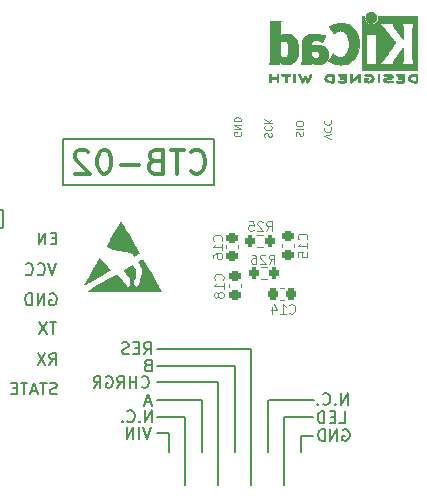
<source format=gbo>
G04 #@! TF.GenerationSoftware,KiCad,Pcbnew,7.0.7-7.0.7~ubuntu22.04.1*
G04 #@! TF.CreationDate,2023-09-20T09:52:15-03:00*
G04 #@! TF.ProjectId,CTB-02,4354422d-3032-42e6-9b69-6361645f7063,rev?*
G04 #@! TF.SameCoordinates,Original*
G04 #@! TF.FileFunction,Legend,Bot*
G04 #@! TF.FilePolarity,Positive*
%FSLAX46Y46*%
G04 Gerber Fmt 4.6, Leading zero omitted, Abs format (unit mm)*
G04 Created by KiCad (PCBNEW 7.0.7-7.0.7~ubuntu22.04.1) date 2023-09-20 09:52:15*
%MOMM*%
%LPD*%
G01*
G04 APERTURE LIST*
G04 Aperture macros list*
%AMRoundRect*
0 Rectangle with rounded corners*
0 $1 Rounding radius*
0 $2 $3 $4 $5 $6 $7 $8 $9 X,Y pos of 4 corners*
0 Add a 4 corners polygon primitive as box body*
4,1,4,$2,$3,$4,$5,$6,$7,$8,$9,$2,$3,0*
0 Add four circle primitives for the rounded corners*
1,1,$1+$1,$2,$3*
1,1,$1+$1,$4,$5*
1,1,$1+$1,$6,$7*
1,1,$1+$1,$8,$9*
0 Add four rect primitives between the rounded corners*
20,1,$1+$1,$2,$3,$4,$5,0*
20,1,$1+$1,$4,$5,$6,$7,0*
20,1,$1+$1,$6,$7,$8,$9,0*
20,1,$1+$1,$8,$9,$2,$3,0*%
G04 Aperture macros list end*
%ADD10C,0.150000*%
%ADD11C,0.100000*%
%ADD12C,0.300000*%
%ADD13C,0.120000*%
%ADD14C,0.010000*%
%ADD15RoundRect,0.102000X-0.754000X0.754000X-0.754000X-0.754000X0.754000X-0.754000X0.754000X0.754000X0*%
%ADD16C,1.712000*%
%ADD17C,2.200000*%
%ADD18R,1.700000X1.700000*%
%ADD19O,1.700000X1.700000*%
%ADD20C,4.000000*%
%ADD21R,1.600000X1.600000*%
%ADD22C,1.600000*%
%ADD23RoundRect,0.225000X-0.250000X0.225000X-0.250000X-0.225000X0.250000X-0.225000X0.250000X0.225000X0*%
%ADD24RoundRect,0.225000X0.225000X0.250000X-0.225000X0.250000X-0.225000X-0.250000X0.225000X-0.250000X0*%
%ADD25RoundRect,0.200000X-0.200000X-0.275000X0.200000X-0.275000X0.200000X0.275000X-0.200000X0.275000X0*%
%ADD26RoundRect,0.200000X0.200000X0.275000X-0.200000X0.275000X-0.200000X-0.275000X0.200000X-0.275000X0*%
%ADD27RoundRect,0.225000X0.250000X-0.225000X0.250000X0.225000X-0.250000X0.225000X-0.250000X-0.225000X0*%
G04 APERTURE END LIST*
D10*
X145800000Y-100400000D02*
X143400000Y-100400000D01*
X150000000Y-103400000D02*
X150000000Y-96100000D01*
X147200000Y-99000000D02*
X143400000Y-99000000D01*
X135500000Y-76850000D02*
X148250000Y-76850000D01*
X148250000Y-80750000D01*
X135500000Y-80750000D01*
X135500000Y-76850000D01*
X154200000Y-106200000D02*
X154200000Y-100400000D01*
X150000000Y-96100000D02*
X143400000Y-96100000D01*
X151400000Y-94700000D02*
X143400000Y-94700000D01*
X152800000Y-103400000D02*
X152800000Y-99000000D01*
X148600000Y-97500000D02*
X143400000Y-97500000D01*
X156700000Y-99000000D02*
X152900000Y-99000000D01*
X147200000Y-103400000D02*
X147200000Y-99000000D01*
X151400000Y-106200000D02*
X151400000Y-94700000D01*
X144400000Y-103400000D02*
X144400000Y-101800000D01*
X156600000Y-102000000D02*
X155600000Y-102000000D01*
X155600000Y-103400000D02*
X155600000Y-102000000D01*
X156600000Y-100400000D02*
X154200000Y-100400000D01*
X144400000Y-101800000D02*
X143400000Y-101800000D01*
X145800000Y-106200000D02*
X145800000Y-100400000D01*
X148600000Y-106200000D02*
X148600000Y-97500000D01*
X134888094Y-85281009D02*
X134554761Y-85281009D01*
X134411904Y-85804819D02*
X134888094Y-85804819D01*
X134888094Y-85804819D02*
X134888094Y-84804819D01*
X134888094Y-84804819D02*
X134411904Y-84804819D01*
X133983332Y-85804819D02*
X133983332Y-84804819D01*
X133983332Y-84804819D02*
X133411904Y-85804819D01*
X133411904Y-85804819D02*
X133411904Y-84804819D01*
X159161904Y-101502438D02*
X159257142Y-101454819D01*
X159257142Y-101454819D02*
X159399999Y-101454819D01*
X159399999Y-101454819D02*
X159542856Y-101502438D01*
X159542856Y-101502438D02*
X159638094Y-101597676D01*
X159638094Y-101597676D02*
X159685713Y-101692914D01*
X159685713Y-101692914D02*
X159733332Y-101883390D01*
X159733332Y-101883390D02*
X159733332Y-102026247D01*
X159733332Y-102026247D02*
X159685713Y-102216723D01*
X159685713Y-102216723D02*
X159638094Y-102311961D01*
X159638094Y-102311961D02*
X159542856Y-102407200D01*
X159542856Y-102407200D02*
X159399999Y-102454819D01*
X159399999Y-102454819D02*
X159304761Y-102454819D01*
X159304761Y-102454819D02*
X159161904Y-102407200D01*
X159161904Y-102407200D02*
X159114285Y-102359580D01*
X159114285Y-102359580D02*
X159114285Y-102026247D01*
X159114285Y-102026247D02*
X159304761Y-102026247D01*
X158685713Y-102454819D02*
X158685713Y-101454819D01*
X158685713Y-101454819D02*
X158114285Y-102454819D01*
X158114285Y-102454819D02*
X158114285Y-101454819D01*
X157638094Y-102454819D02*
X157638094Y-101454819D01*
X157638094Y-101454819D02*
X157399999Y-101454819D01*
X157399999Y-101454819D02*
X157257142Y-101502438D01*
X157257142Y-101502438D02*
X157161904Y-101597676D01*
X157161904Y-101597676D02*
X157114285Y-101692914D01*
X157114285Y-101692914D02*
X157066666Y-101883390D01*
X157066666Y-101883390D02*
X157066666Y-102026247D01*
X157066666Y-102026247D02*
X157114285Y-102216723D01*
X157114285Y-102216723D02*
X157161904Y-102311961D01*
X157161904Y-102311961D02*
X157257142Y-102407200D01*
X157257142Y-102407200D02*
X157399999Y-102454819D01*
X157399999Y-102454819D02*
X157638094Y-102454819D01*
X159561903Y-99404819D02*
X159561903Y-98404819D01*
X159561903Y-98404819D02*
X158990475Y-99404819D01*
X158990475Y-99404819D02*
X158990475Y-98404819D01*
X158514284Y-99309580D02*
X158466665Y-99357200D01*
X158466665Y-99357200D02*
X158514284Y-99404819D01*
X158514284Y-99404819D02*
X158561903Y-99357200D01*
X158561903Y-99357200D02*
X158514284Y-99309580D01*
X158514284Y-99309580D02*
X158514284Y-99404819D01*
X157466666Y-99309580D02*
X157514285Y-99357200D01*
X157514285Y-99357200D02*
X157657142Y-99404819D01*
X157657142Y-99404819D02*
X157752380Y-99404819D01*
X157752380Y-99404819D02*
X157895237Y-99357200D01*
X157895237Y-99357200D02*
X157990475Y-99261961D01*
X157990475Y-99261961D02*
X158038094Y-99166723D01*
X158038094Y-99166723D02*
X158085713Y-98976247D01*
X158085713Y-98976247D02*
X158085713Y-98833390D01*
X158085713Y-98833390D02*
X158038094Y-98642914D01*
X158038094Y-98642914D02*
X157990475Y-98547676D01*
X157990475Y-98547676D02*
X157895237Y-98452438D01*
X157895237Y-98452438D02*
X157752380Y-98404819D01*
X157752380Y-98404819D02*
X157657142Y-98404819D01*
X157657142Y-98404819D02*
X157514285Y-98452438D01*
X157514285Y-98452438D02*
X157466666Y-98500057D01*
X157038094Y-99309580D02*
X156990475Y-99357200D01*
X156990475Y-99357200D02*
X157038094Y-99404819D01*
X157038094Y-99404819D02*
X157085713Y-99357200D01*
X157085713Y-99357200D02*
X157038094Y-99309580D01*
X157038094Y-99309580D02*
X157038094Y-99404819D01*
X134928571Y-98457200D02*
X134785714Y-98504819D01*
X134785714Y-98504819D02*
X134547619Y-98504819D01*
X134547619Y-98504819D02*
X134452381Y-98457200D01*
X134452381Y-98457200D02*
X134404762Y-98409580D01*
X134404762Y-98409580D02*
X134357143Y-98314342D01*
X134357143Y-98314342D02*
X134357143Y-98219104D01*
X134357143Y-98219104D02*
X134404762Y-98123866D01*
X134404762Y-98123866D02*
X134452381Y-98076247D01*
X134452381Y-98076247D02*
X134547619Y-98028628D01*
X134547619Y-98028628D02*
X134738095Y-97981009D01*
X134738095Y-97981009D02*
X134833333Y-97933390D01*
X134833333Y-97933390D02*
X134880952Y-97885771D01*
X134880952Y-97885771D02*
X134928571Y-97790533D01*
X134928571Y-97790533D02*
X134928571Y-97695295D01*
X134928571Y-97695295D02*
X134880952Y-97600057D01*
X134880952Y-97600057D02*
X134833333Y-97552438D01*
X134833333Y-97552438D02*
X134738095Y-97504819D01*
X134738095Y-97504819D02*
X134500000Y-97504819D01*
X134500000Y-97504819D02*
X134357143Y-97552438D01*
X134071428Y-97504819D02*
X133500000Y-97504819D01*
X133785714Y-98504819D02*
X133785714Y-97504819D01*
X133214285Y-98219104D02*
X132738095Y-98219104D01*
X133309523Y-98504819D02*
X132976190Y-97504819D01*
X132976190Y-97504819D02*
X132642857Y-98504819D01*
X132452380Y-97504819D02*
X131880952Y-97504819D01*
X132166666Y-98504819D02*
X132166666Y-97504819D01*
X131547618Y-97981009D02*
X131214285Y-97981009D01*
X131071428Y-98504819D02*
X131547618Y-98504819D01*
X131547618Y-98504819D02*
X131547618Y-97504819D01*
X131547618Y-97504819D02*
X131071428Y-97504819D01*
D11*
X152556200Y-76721428D02*
X152527628Y-76635714D01*
X152527628Y-76635714D02*
X152527628Y-76492856D01*
X152527628Y-76492856D02*
X152556200Y-76435714D01*
X152556200Y-76435714D02*
X152584771Y-76407142D01*
X152584771Y-76407142D02*
X152641914Y-76378571D01*
X152641914Y-76378571D02*
X152699057Y-76378571D01*
X152699057Y-76378571D02*
X152756200Y-76407142D01*
X152756200Y-76407142D02*
X152784771Y-76435714D01*
X152784771Y-76435714D02*
X152813342Y-76492856D01*
X152813342Y-76492856D02*
X152841914Y-76607142D01*
X152841914Y-76607142D02*
X152870485Y-76664285D01*
X152870485Y-76664285D02*
X152899057Y-76692856D01*
X152899057Y-76692856D02*
X152956200Y-76721428D01*
X152956200Y-76721428D02*
X153013342Y-76721428D01*
X153013342Y-76721428D02*
X153070485Y-76692856D01*
X153070485Y-76692856D02*
X153099057Y-76664285D01*
X153099057Y-76664285D02*
X153127628Y-76607142D01*
X153127628Y-76607142D02*
X153127628Y-76464285D01*
X153127628Y-76464285D02*
X153099057Y-76378571D01*
X152584771Y-75778570D02*
X152556200Y-75807142D01*
X152556200Y-75807142D02*
X152527628Y-75892856D01*
X152527628Y-75892856D02*
X152527628Y-75949999D01*
X152527628Y-75949999D02*
X152556200Y-76035713D01*
X152556200Y-76035713D02*
X152613342Y-76092856D01*
X152613342Y-76092856D02*
X152670485Y-76121427D01*
X152670485Y-76121427D02*
X152784771Y-76149999D01*
X152784771Y-76149999D02*
X152870485Y-76149999D01*
X152870485Y-76149999D02*
X152984771Y-76121427D01*
X152984771Y-76121427D02*
X153041914Y-76092856D01*
X153041914Y-76092856D02*
X153099057Y-76035713D01*
X153099057Y-76035713D02*
X153127628Y-75949999D01*
X153127628Y-75949999D02*
X153127628Y-75892856D01*
X153127628Y-75892856D02*
X153099057Y-75807142D01*
X153099057Y-75807142D02*
X153070485Y-75778570D01*
X152527628Y-75521427D02*
X153127628Y-75521427D01*
X152527628Y-75178570D02*
X152870485Y-75435713D01*
X153127628Y-75178570D02*
X152784771Y-75521427D01*
D10*
X142319047Y-95104819D02*
X142652380Y-94628628D01*
X142890475Y-95104819D02*
X142890475Y-94104819D01*
X142890475Y-94104819D02*
X142509523Y-94104819D01*
X142509523Y-94104819D02*
X142414285Y-94152438D01*
X142414285Y-94152438D02*
X142366666Y-94200057D01*
X142366666Y-94200057D02*
X142319047Y-94295295D01*
X142319047Y-94295295D02*
X142319047Y-94438152D01*
X142319047Y-94438152D02*
X142366666Y-94533390D01*
X142366666Y-94533390D02*
X142414285Y-94581009D01*
X142414285Y-94581009D02*
X142509523Y-94628628D01*
X142509523Y-94628628D02*
X142890475Y-94628628D01*
X141890475Y-94581009D02*
X141557142Y-94581009D01*
X141414285Y-95104819D02*
X141890475Y-95104819D01*
X141890475Y-95104819D02*
X141890475Y-94104819D01*
X141890475Y-94104819D02*
X141414285Y-94104819D01*
X141033332Y-95057200D02*
X140890475Y-95104819D01*
X140890475Y-95104819D02*
X140652380Y-95104819D01*
X140652380Y-95104819D02*
X140557142Y-95057200D01*
X140557142Y-95057200D02*
X140509523Y-95009580D01*
X140509523Y-95009580D02*
X140461904Y-94914342D01*
X140461904Y-94914342D02*
X140461904Y-94819104D01*
X140461904Y-94819104D02*
X140509523Y-94723866D01*
X140509523Y-94723866D02*
X140557142Y-94676247D01*
X140557142Y-94676247D02*
X140652380Y-94628628D01*
X140652380Y-94628628D02*
X140842856Y-94581009D01*
X140842856Y-94581009D02*
X140938094Y-94533390D01*
X140938094Y-94533390D02*
X140985713Y-94485771D01*
X140985713Y-94485771D02*
X141033332Y-94390533D01*
X141033332Y-94390533D02*
X141033332Y-94295295D01*
X141033332Y-94295295D02*
X140985713Y-94200057D01*
X140985713Y-94200057D02*
X140938094Y-94152438D01*
X140938094Y-94152438D02*
X140842856Y-94104819D01*
X140842856Y-94104819D02*
X140604761Y-94104819D01*
X140604761Y-94104819D02*
X140461904Y-94152438D01*
X134883332Y-87404819D02*
X134549999Y-88404819D01*
X134549999Y-88404819D02*
X134216666Y-87404819D01*
X133311904Y-88309580D02*
X133359523Y-88357200D01*
X133359523Y-88357200D02*
X133502380Y-88404819D01*
X133502380Y-88404819D02*
X133597618Y-88404819D01*
X133597618Y-88404819D02*
X133740475Y-88357200D01*
X133740475Y-88357200D02*
X133835713Y-88261961D01*
X133835713Y-88261961D02*
X133883332Y-88166723D01*
X133883332Y-88166723D02*
X133930951Y-87976247D01*
X133930951Y-87976247D02*
X133930951Y-87833390D01*
X133930951Y-87833390D02*
X133883332Y-87642914D01*
X133883332Y-87642914D02*
X133835713Y-87547676D01*
X133835713Y-87547676D02*
X133740475Y-87452438D01*
X133740475Y-87452438D02*
X133597618Y-87404819D01*
X133597618Y-87404819D02*
X133502380Y-87404819D01*
X133502380Y-87404819D02*
X133359523Y-87452438D01*
X133359523Y-87452438D02*
X133311904Y-87500057D01*
X132311904Y-88309580D02*
X132359523Y-88357200D01*
X132359523Y-88357200D02*
X132502380Y-88404819D01*
X132502380Y-88404819D02*
X132597618Y-88404819D01*
X132597618Y-88404819D02*
X132740475Y-88357200D01*
X132740475Y-88357200D02*
X132835713Y-88261961D01*
X132835713Y-88261961D02*
X132883332Y-88166723D01*
X132883332Y-88166723D02*
X132930951Y-87976247D01*
X132930951Y-87976247D02*
X132930951Y-87833390D01*
X132930951Y-87833390D02*
X132883332Y-87642914D01*
X132883332Y-87642914D02*
X132835713Y-87547676D01*
X132835713Y-87547676D02*
X132740475Y-87452438D01*
X132740475Y-87452438D02*
X132597618Y-87404819D01*
X132597618Y-87404819D02*
X132502380Y-87404819D01*
X132502380Y-87404819D02*
X132359523Y-87452438D01*
X132359523Y-87452438D02*
X132311904Y-87500057D01*
X134316666Y-96004819D02*
X134649999Y-95528628D01*
X134888094Y-96004819D02*
X134888094Y-95004819D01*
X134888094Y-95004819D02*
X134507142Y-95004819D01*
X134507142Y-95004819D02*
X134411904Y-95052438D01*
X134411904Y-95052438D02*
X134364285Y-95100057D01*
X134364285Y-95100057D02*
X134316666Y-95195295D01*
X134316666Y-95195295D02*
X134316666Y-95338152D01*
X134316666Y-95338152D02*
X134364285Y-95433390D01*
X134364285Y-95433390D02*
X134411904Y-95481009D01*
X134411904Y-95481009D02*
X134507142Y-95528628D01*
X134507142Y-95528628D02*
X134888094Y-95528628D01*
X133983332Y-95004819D02*
X133316666Y-96004819D01*
X133316666Y-95004819D02*
X133983332Y-96004819D01*
D11*
X155206200Y-76628571D02*
X155177628Y-76542857D01*
X155177628Y-76542857D02*
X155177628Y-76399999D01*
X155177628Y-76399999D02*
X155206200Y-76342857D01*
X155206200Y-76342857D02*
X155234771Y-76314285D01*
X155234771Y-76314285D02*
X155291914Y-76285714D01*
X155291914Y-76285714D02*
X155349057Y-76285714D01*
X155349057Y-76285714D02*
X155406200Y-76314285D01*
X155406200Y-76314285D02*
X155434771Y-76342857D01*
X155434771Y-76342857D02*
X155463342Y-76399999D01*
X155463342Y-76399999D02*
X155491914Y-76514285D01*
X155491914Y-76514285D02*
X155520485Y-76571428D01*
X155520485Y-76571428D02*
X155549057Y-76599999D01*
X155549057Y-76599999D02*
X155606200Y-76628571D01*
X155606200Y-76628571D02*
X155663342Y-76628571D01*
X155663342Y-76628571D02*
X155720485Y-76599999D01*
X155720485Y-76599999D02*
X155749057Y-76571428D01*
X155749057Y-76571428D02*
X155777628Y-76514285D01*
X155777628Y-76514285D02*
X155777628Y-76371428D01*
X155777628Y-76371428D02*
X155749057Y-76285714D01*
X155177628Y-76028570D02*
X155777628Y-76028570D01*
X155777628Y-75628571D02*
X155777628Y-75514285D01*
X155777628Y-75514285D02*
X155749057Y-75457142D01*
X155749057Y-75457142D02*
X155691914Y-75399999D01*
X155691914Y-75399999D02*
X155577628Y-75371428D01*
X155577628Y-75371428D02*
X155377628Y-75371428D01*
X155377628Y-75371428D02*
X155263342Y-75399999D01*
X155263342Y-75399999D02*
X155206200Y-75457142D01*
X155206200Y-75457142D02*
X155177628Y-75514285D01*
X155177628Y-75514285D02*
X155177628Y-75628571D01*
X155177628Y-75628571D02*
X155206200Y-75685714D01*
X155206200Y-75685714D02*
X155263342Y-75742856D01*
X155263342Y-75742856D02*
X155377628Y-75771428D01*
X155377628Y-75771428D02*
X155577628Y-75771428D01*
X155577628Y-75771428D02*
X155691914Y-75742856D01*
X155691914Y-75742856D02*
X155749057Y-75685714D01*
X155749057Y-75685714D02*
X155777628Y-75628571D01*
D10*
X134911904Y-92404819D02*
X134340476Y-92404819D01*
X134626190Y-93404819D02*
X134626190Y-92404819D01*
X134102380Y-92404819D02*
X133435714Y-93404819D01*
X133435714Y-92404819D02*
X134102380Y-93404819D01*
X142895237Y-101254819D02*
X142561904Y-102254819D01*
X142561904Y-102254819D02*
X142228571Y-101254819D01*
X141895237Y-102254819D02*
X141895237Y-101254819D01*
X141419047Y-102254819D02*
X141419047Y-101254819D01*
X141419047Y-101254819D02*
X140847619Y-102254819D01*
X140847619Y-102254819D02*
X140847619Y-101254819D01*
X142114285Y-97859580D02*
X142161904Y-97907200D01*
X142161904Y-97907200D02*
X142304761Y-97954819D01*
X142304761Y-97954819D02*
X142399999Y-97954819D01*
X142399999Y-97954819D02*
X142542856Y-97907200D01*
X142542856Y-97907200D02*
X142638094Y-97811961D01*
X142638094Y-97811961D02*
X142685713Y-97716723D01*
X142685713Y-97716723D02*
X142733332Y-97526247D01*
X142733332Y-97526247D02*
X142733332Y-97383390D01*
X142733332Y-97383390D02*
X142685713Y-97192914D01*
X142685713Y-97192914D02*
X142638094Y-97097676D01*
X142638094Y-97097676D02*
X142542856Y-97002438D01*
X142542856Y-97002438D02*
X142399999Y-96954819D01*
X142399999Y-96954819D02*
X142304761Y-96954819D01*
X142304761Y-96954819D02*
X142161904Y-97002438D01*
X142161904Y-97002438D02*
X142114285Y-97050057D01*
X141685713Y-97954819D02*
X141685713Y-96954819D01*
X141685713Y-97431009D02*
X141114285Y-97431009D01*
X141114285Y-97954819D02*
X141114285Y-96954819D01*
X140066666Y-97954819D02*
X140399999Y-97478628D01*
X140638094Y-97954819D02*
X140638094Y-96954819D01*
X140638094Y-96954819D02*
X140257142Y-96954819D01*
X140257142Y-96954819D02*
X140161904Y-97002438D01*
X140161904Y-97002438D02*
X140114285Y-97050057D01*
X140114285Y-97050057D02*
X140066666Y-97145295D01*
X140066666Y-97145295D02*
X140066666Y-97288152D01*
X140066666Y-97288152D02*
X140114285Y-97383390D01*
X140114285Y-97383390D02*
X140161904Y-97431009D01*
X140161904Y-97431009D02*
X140257142Y-97478628D01*
X140257142Y-97478628D02*
X140638094Y-97478628D01*
X139114285Y-97002438D02*
X139209523Y-96954819D01*
X139209523Y-96954819D02*
X139352380Y-96954819D01*
X139352380Y-96954819D02*
X139495237Y-97002438D01*
X139495237Y-97002438D02*
X139590475Y-97097676D01*
X139590475Y-97097676D02*
X139638094Y-97192914D01*
X139638094Y-97192914D02*
X139685713Y-97383390D01*
X139685713Y-97383390D02*
X139685713Y-97526247D01*
X139685713Y-97526247D02*
X139638094Y-97716723D01*
X139638094Y-97716723D02*
X139590475Y-97811961D01*
X139590475Y-97811961D02*
X139495237Y-97907200D01*
X139495237Y-97907200D02*
X139352380Y-97954819D01*
X139352380Y-97954819D02*
X139257142Y-97954819D01*
X139257142Y-97954819D02*
X139114285Y-97907200D01*
X139114285Y-97907200D02*
X139066666Y-97859580D01*
X139066666Y-97859580D02*
X139066666Y-97526247D01*
X139066666Y-97526247D02*
X139257142Y-97526247D01*
X138066666Y-97954819D02*
X138399999Y-97478628D01*
X138638094Y-97954819D02*
X138638094Y-96954819D01*
X138638094Y-96954819D02*
X138257142Y-96954819D01*
X138257142Y-96954819D02*
X138161904Y-97002438D01*
X138161904Y-97002438D02*
X138114285Y-97050057D01*
X138114285Y-97050057D02*
X138066666Y-97145295D01*
X138066666Y-97145295D02*
X138066666Y-97288152D01*
X138066666Y-97288152D02*
X138114285Y-97383390D01*
X138114285Y-97383390D02*
X138161904Y-97431009D01*
X138161904Y-97431009D02*
X138257142Y-97478628D01*
X138257142Y-97478628D02*
X138638094Y-97478628D01*
D11*
X158177628Y-76850000D02*
X157577628Y-76650000D01*
X157577628Y-76650000D02*
X158177628Y-76450000D01*
X157634771Y-75907142D02*
X157606200Y-75935714D01*
X157606200Y-75935714D02*
X157577628Y-76021428D01*
X157577628Y-76021428D02*
X157577628Y-76078571D01*
X157577628Y-76078571D02*
X157606200Y-76164285D01*
X157606200Y-76164285D02*
X157663342Y-76221428D01*
X157663342Y-76221428D02*
X157720485Y-76249999D01*
X157720485Y-76249999D02*
X157834771Y-76278571D01*
X157834771Y-76278571D02*
X157920485Y-76278571D01*
X157920485Y-76278571D02*
X158034771Y-76249999D01*
X158034771Y-76249999D02*
X158091914Y-76221428D01*
X158091914Y-76221428D02*
X158149057Y-76164285D01*
X158149057Y-76164285D02*
X158177628Y-76078571D01*
X158177628Y-76078571D02*
X158177628Y-76021428D01*
X158177628Y-76021428D02*
X158149057Y-75935714D01*
X158149057Y-75935714D02*
X158120485Y-75907142D01*
X157634771Y-75307142D02*
X157606200Y-75335714D01*
X157606200Y-75335714D02*
X157577628Y-75421428D01*
X157577628Y-75421428D02*
X157577628Y-75478571D01*
X157577628Y-75478571D02*
X157606200Y-75564285D01*
X157606200Y-75564285D02*
X157663342Y-75621428D01*
X157663342Y-75621428D02*
X157720485Y-75649999D01*
X157720485Y-75649999D02*
X157834771Y-75678571D01*
X157834771Y-75678571D02*
X157920485Y-75678571D01*
X157920485Y-75678571D02*
X158034771Y-75649999D01*
X158034771Y-75649999D02*
X158091914Y-75621428D01*
X158091914Y-75621428D02*
X158149057Y-75564285D01*
X158149057Y-75564285D02*
X158177628Y-75478571D01*
X158177628Y-75478571D02*
X158177628Y-75421428D01*
X158177628Y-75421428D02*
X158149057Y-75335714D01*
X158149057Y-75335714D02*
X158120485Y-75307142D01*
D10*
X134361904Y-90002438D02*
X134457142Y-89954819D01*
X134457142Y-89954819D02*
X134599999Y-89954819D01*
X134599999Y-89954819D02*
X134742856Y-90002438D01*
X134742856Y-90002438D02*
X134838094Y-90097676D01*
X134838094Y-90097676D02*
X134885713Y-90192914D01*
X134885713Y-90192914D02*
X134933332Y-90383390D01*
X134933332Y-90383390D02*
X134933332Y-90526247D01*
X134933332Y-90526247D02*
X134885713Y-90716723D01*
X134885713Y-90716723D02*
X134838094Y-90811961D01*
X134838094Y-90811961D02*
X134742856Y-90907200D01*
X134742856Y-90907200D02*
X134599999Y-90954819D01*
X134599999Y-90954819D02*
X134504761Y-90954819D01*
X134504761Y-90954819D02*
X134361904Y-90907200D01*
X134361904Y-90907200D02*
X134314285Y-90859580D01*
X134314285Y-90859580D02*
X134314285Y-90526247D01*
X134314285Y-90526247D02*
X134504761Y-90526247D01*
X133885713Y-90954819D02*
X133885713Y-89954819D01*
X133885713Y-89954819D02*
X133314285Y-90954819D01*
X133314285Y-90954819D02*
X133314285Y-89954819D01*
X132838094Y-90954819D02*
X132838094Y-89954819D01*
X132838094Y-89954819D02*
X132599999Y-89954819D01*
X132599999Y-89954819D02*
X132457142Y-90002438D01*
X132457142Y-90002438D02*
X132361904Y-90097676D01*
X132361904Y-90097676D02*
X132314285Y-90192914D01*
X132314285Y-90192914D02*
X132266666Y-90383390D01*
X132266666Y-90383390D02*
X132266666Y-90526247D01*
X132266666Y-90526247D02*
X132314285Y-90716723D01*
X132314285Y-90716723D02*
X132361904Y-90811961D01*
X132361904Y-90811961D02*
X132457142Y-90907200D01*
X132457142Y-90907200D02*
X132599999Y-90954819D01*
X132599999Y-90954819D02*
X132838094Y-90954819D01*
X143011903Y-100854819D02*
X143011903Y-99854819D01*
X143011903Y-99854819D02*
X142440475Y-100854819D01*
X142440475Y-100854819D02*
X142440475Y-99854819D01*
X141964284Y-100759580D02*
X141916665Y-100807200D01*
X141916665Y-100807200D02*
X141964284Y-100854819D01*
X141964284Y-100854819D02*
X142011903Y-100807200D01*
X142011903Y-100807200D02*
X141964284Y-100759580D01*
X141964284Y-100759580D02*
X141964284Y-100854819D01*
X140916666Y-100759580D02*
X140964285Y-100807200D01*
X140964285Y-100807200D02*
X141107142Y-100854819D01*
X141107142Y-100854819D02*
X141202380Y-100854819D01*
X141202380Y-100854819D02*
X141345237Y-100807200D01*
X141345237Y-100807200D02*
X141440475Y-100711961D01*
X141440475Y-100711961D02*
X141488094Y-100616723D01*
X141488094Y-100616723D02*
X141535713Y-100426247D01*
X141535713Y-100426247D02*
X141535713Y-100283390D01*
X141535713Y-100283390D02*
X141488094Y-100092914D01*
X141488094Y-100092914D02*
X141440475Y-99997676D01*
X141440475Y-99997676D02*
X141345237Y-99902438D01*
X141345237Y-99902438D02*
X141202380Y-99854819D01*
X141202380Y-99854819D02*
X141107142Y-99854819D01*
X141107142Y-99854819D02*
X140964285Y-99902438D01*
X140964285Y-99902438D02*
X140916666Y-99950057D01*
X140488094Y-100759580D02*
X140440475Y-100807200D01*
X140440475Y-100807200D02*
X140488094Y-100854819D01*
X140488094Y-100854819D02*
X140535713Y-100807200D01*
X140535713Y-100807200D02*
X140488094Y-100759580D01*
X140488094Y-100759580D02*
X140488094Y-100854819D01*
X158842857Y-100954819D02*
X159319047Y-100954819D01*
X159319047Y-100954819D02*
X159319047Y-99954819D01*
X158509523Y-100431009D02*
X158176190Y-100431009D01*
X158033333Y-100954819D02*
X158509523Y-100954819D01*
X158509523Y-100954819D02*
X158509523Y-99954819D01*
X158509523Y-99954819D02*
X158033333Y-99954819D01*
X157604761Y-100954819D02*
X157604761Y-99954819D01*
X157604761Y-99954819D02*
X157366666Y-99954819D01*
X157366666Y-99954819D02*
X157223809Y-100002438D01*
X157223809Y-100002438D02*
X157128571Y-100097676D01*
X157128571Y-100097676D02*
X157080952Y-100192914D01*
X157080952Y-100192914D02*
X157033333Y-100383390D01*
X157033333Y-100383390D02*
X157033333Y-100526247D01*
X157033333Y-100526247D02*
X157080952Y-100716723D01*
X157080952Y-100716723D02*
X157128571Y-100811961D01*
X157128571Y-100811961D02*
X157223809Y-100907200D01*
X157223809Y-100907200D02*
X157366666Y-100954819D01*
X157366666Y-100954819D02*
X157604761Y-100954819D01*
X142938094Y-99169104D02*
X142461904Y-99169104D01*
X143033332Y-99454819D02*
X142699999Y-98454819D01*
X142699999Y-98454819D02*
X142366666Y-99454819D01*
D11*
X150499057Y-76307142D02*
X150527628Y-76364285D01*
X150527628Y-76364285D02*
X150527628Y-76449999D01*
X150527628Y-76449999D02*
X150499057Y-76535713D01*
X150499057Y-76535713D02*
X150441914Y-76592856D01*
X150441914Y-76592856D02*
X150384771Y-76621427D01*
X150384771Y-76621427D02*
X150270485Y-76649999D01*
X150270485Y-76649999D02*
X150184771Y-76649999D01*
X150184771Y-76649999D02*
X150070485Y-76621427D01*
X150070485Y-76621427D02*
X150013342Y-76592856D01*
X150013342Y-76592856D02*
X149956200Y-76535713D01*
X149956200Y-76535713D02*
X149927628Y-76449999D01*
X149927628Y-76449999D02*
X149927628Y-76392856D01*
X149927628Y-76392856D02*
X149956200Y-76307142D01*
X149956200Y-76307142D02*
X149984771Y-76278570D01*
X149984771Y-76278570D02*
X150184771Y-76278570D01*
X150184771Y-76278570D02*
X150184771Y-76392856D01*
X149927628Y-76021427D02*
X150527628Y-76021427D01*
X150527628Y-76021427D02*
X149927628Y-75678570D01*
X149927628Y-75678570D02*
X150527628Y-75678570D01*
X149927628Y-75392856D02*
X150527628Y-75392856D01*
X150527628Y-75392856D02*
X150527628Y-75249999D01*
X150527628Y-75249999D02*
X150499057Y-75164285D01*
X150499057Y-75164285D02*
X150441914Y-75107142D01*
X150441914Y-75107142D02*
X150384771Y-75078571D01*
X150384771Y-75078571D02*
X150270485Y-75049999D01*
X150270485Y-75049999D02*
X150184771Y-75049999D01*
X150184771Y-75049999D02*
X150070485Y-75078571D01*
X150070485Y-75078571D02*
X150013342Y-75107142D01*
X150013342Y-75107142D02*
X149956200Y-75164285D01*
X149956200Y-75164285D02*
X149927628Y-75249999D01*
X149927628Y-75249999D02*
X149927628Y-75392856D01*
D10*
X142628571Y-96031009D02*
X142485714Y-96078628D01*
X142485714Y-96078628D02*
X142438095Y-96126247D01*
X142438095Y-96126247D02*
X142390476Y-96221485D01*
X142390476Y-96221485D02*
X142390476Y-96364342D01*
X142390476Y-96364342D02*
X142438095Y-96459580D01*
X142438095Y-96459580D02*
X142485714Y-96507200D01*
X142485714Y-96507200D02*
X142580952Y-96554819D01*
X142580952Y-96554819D02*
X142961904Y-96554819D01*
X142961904Y-96554819D02*
X142961904Y-95554819D01*
X142961904Y-95554819D02*
X142628571Y-95554819D01*
X142628571Y-95554819D02*
X142533333Y-95602438D01*
X142533333Y-95602438D02*
X142485714Y-95650057D01*
X142485714Y-95650057D02*
X142438095Y-95745295D01*
X142438095Y-95745295D02*
X142438095Y-95840533D01*
X142438095Y-95840533D02*
X142485714Y-95935771D01*
X142485714Y-95935771D02*
X142533333Y-95983390D01*
X142533333Y-95983390D02*
X142628571Y-96031009D01*
X142628571Y-96031009D02*
X142961904Y-96031009D01*
D12*
X146285714Y-79619161D02*
X146380952Y-79714400D01*
X146380952Y-79714400D02*
X146666666Y-79809638D01*
X146666666Y-79809638D02*
X146857142Y-79809638D01*
X146857142Y-79809638D02*
X147142857Y-79714400D01*
X147142857Y-79714400D02*
X147333333Y-79523923D01*
X147333333Y-79523923D02*
X147428571Y-79333447D01*
X147428571Y-79333447D02*
X147523809Y-78952495D01*
X147523809Y-78952495D02*
X147523809Y-78666780D01*
X147523809Y-78666780D02*
X147428571Y-78285828D01*
X147428571Y-78285828D02*
X147333333Y-78095352D01*
X147333333Y-78095352D02*
X147142857Y-77904876D01*
X147142857Y-77904876D02*
X146857142Y-77809638D01*
X146857142Y-77809638D02*
X146666666Y-77809638D01*
X146666666Y-77809638D02*
X146380952Y-77904876D01*
X146380952Y-77904876D02*
X146285714Y-78000114D01*
X145714285Y-77809638D02*
X144571428Y-77809638D01*
X145142857Y-79809638D02*
X145142857Y-77809638D01*
X143238094Y-78762019D02*
X142952380Y-78857257D01*
X142952380Y-78857257D02*
X142857142Y-78952495D01*
X142857142Y-78952495D02*
X142761904Y-79142971D01*
X142761904Y-79142971D02*
X142761904Y-79428685D01*
X142761904Y-79428685D02*
X142857142Y-79619161D01*
X142857142Y-79619161D02*
X142952380Y-79714400D01*
X142952380Y-79714400D02*
X143142856Y-79809638D01*
X143142856Y-79809638D02*
X143904761Y-79809638D01*
X143904761Y-79809638D02*
X143904761Y-77809638D01*
X143904761Y-77809638D02*
X143238094Y-77809638D01*
X143238094Y-77809638D02*
X143047618Y-77904876D01*
X143047618Y-77904876D02*
X142952380Y-78000114D01*
X142952380Y-78000114D02*
X142857142Y-78190590D01*
X142857142Y-78190590D02*
X142857142Y-78381066D01*
X142857142Y-78381066D02*
X142952380Y-78571542D01*
X142952380Y-78571542D02*
X143047618Y-78666780D01*
X143047618Y-78666780D02*
X143238094Y-78762019D01*
X143238094Y-78762019D02*
X143904761Y-78762019D01*
X141904761Y-79047733D02*
X140380952Y-79047733D01*
X139047619Y-77809638D02*
X138857142Y-77809638D01*
X138857142Y-77809638D02*
X138666666Y-77904876D01*
X138666666Y-77904876D02*
X138571428Y-78000114D01*
X138571428Y-78000114D02*
X138476190Y-78190590D01*
X138476190Y-78190590D02*
X138380952Y-78571542D01*
X138380952Y-78571542D02*
X138380952Y-79047733D01*
X138380952Y-79047733D02*
X138476190Y-79428685D01*
X138476190Y-79428685D02*
X138571428Y-79619161D01*
X138571428Y-79619161D02*
X138666666Y-79714400D01*
X138666666Y-79714400D02*
X138857142Y-79809638D01*
X138857142Y-79809638D02*
X139047619Y-79809638D01*
X139047619Y-79809638D02*
X139238095Y-79714400D01*
X139238095Y-79714400D02*
X139333333Y-79619161D01*
X139333333Y-79619161D02*
X139428571Y-79428685D01*
X139428571Y-79428685D02*
X139523809Y-79047733D01*
X139523809Y-79047733D02*
X139523809Y-78571542D01*
X139523809Y-78571542D02*
X139428571Y-78190590D01*
X139428571Y-78190590D02*
X139333333Y-78000114D01*
X139333333Y-78000114D02*
X139238095Y-77904876D01*
X139238095Y-77904876D02*
X139047619Y-77809638D01*
X137619047Y-78000114D02*
X137523809Y-77904876D01*
X137523809Y-77904876D02*
X137333333Y-77809638D01*
X137333333Y-77809638D02*
X136857142Y-77809638D01*
X136857142Y-77809638D02*
X136666666Y-77904876D01*
X136666666Y-77904876D02*
X136571428Y-78000114D01*
X136571428Y-78000114D02*
X136476190Y-78190590D01*
X136476190Y-78190590D02*
X136476190Y-78381066D01*
X136476190Y-78381066D02*
X136571428Y-78666780D01*
X136571428Y-78666780D02*
X137714285Y-79809638D01*
X137714285Y-79809638D02*
X136476190Y-79809638D01*
D11*
X156088704Y-85385714D02*
X156126800Y-85347618D01*
X156126800Y-85347618D02*
X156164895Y-85233333D01*
X156164895Y-85233333D02*
X156164895Y-85157142D01*
X156164895Y-85157142D02*
X156126800Y-85042856D01*
X156126800Y-85042856D02*
X156050609Y-84966666D01*
X156050609Y-84966666D02*
X155974419Y-84928571D01*
X155974419Y-84928571D02*
X155822038Y-84890475D01*
X155822038Y-84890475D02*
X155707752Y-84890475D01*
X155707752Y-84890475D02*
X155555371Y-84928571D01*
X155555371Y-84928571D02*
X155479180Y-84966666D01*
X155479180Y-84966666D02*
X155402990Y-85042856D01*
X155402990Y-85042856D02*
X155364895Y-85157142D01*
X155364895Y-85157142D02*
X155364895Y-85233333D01*
X155364895Y-85233333D02*
X155402990Y-85347618D01*
X155402990Y-85347618D02*
X155441085Y-85385714D01*
X156164895Y-86147618D02*
X156164895Y-85690475D01*
X156164895Y-85919047D02*
X155364895Y-85919047D01*
X155364895Y-85919047D02*
X155479180Y-85842856D01*
X155479180Y-85842856D02*
X155555371Y-85766666D01*
X155555371Y-85766666D02*
X155593466Y-85690475D01*
X155364895Y-86871428D02*
X155364895Y-86490476D01*
X155364895Y-86490476D02*
X155745847Y-86452380D01*
X155745847Y-86452380D02*
X155707752Y-86490476D01*
X155707752Y-86490476D02*
X155669657Y-86566666D01*
X155669657Y-86566666D02*
X155669657Y-86757142D01*
X155669657Y-86757142D02*
X155707752Y-86833333D01*
X155707752Y-86833333D02*
X155745847Y-86871428D01*
X155745847Y-86871428D02*
X155822038Y-86909523D01*
X155822038Y-86909523D02*
X156012514Y-86909523D01*
X156012514Y-86909523D02*
X156088704Y-86871428D01*
X156088704Y-86871428D02*
X156126800Y-86833333D01*
X156126800Y-86833333D02*
X156164895Y-86757142D01*
X156164895Y-86757142D02*
X156164895Y-86566666D01*
X156164895Y-86566666D02*
X156126800Y-86490476D01*
X156126800Y-86490476D02*
X156088704Y-86452380D01*
X154614285Y-91588704D02*
X154652381Y-91626800D01*
X154652381Y-91626800D02*
X154766666Y-91664895D01*
X154766666Y-91664895D02*
X154842857Y-91664895D01*
X154842857Y-91664895D02*
X154957143Y-91626800D01*
X154957143Y-91626800D02*
X155033333Y-91550609D01*
X155033333Y-91550609D02*
X155071428Y-91474419D01*
X155071428Y-91474419D02*
X155109524Y-91322038D01*
X155109524Y-91322038D02*
X155109524Y-91207752D01*
X155109524Y-91207752D02*
X155071428Y-91055371D01*
X155071428Y-91055371D02*
X155033333Y-90979180D01*
X155033333Y-90979180D02*
X154957143Y-90902990D01*
X154957143Y-90902990D02*
X154842857Y-90864895D01*
X154842857Y-90864895D02*
X154766666Y-90864895D01*
X154766666Y-90864895D02*
X154652381Y-90902990D01*
X154652381Y-90902990D02*
X154614285Y-90941085D01*
X153852381Y-91664895D02*
X154309524Y-91664895D01*
X154080952Y-91664895D02*
X154080952Y-90864895D01*
X154080952Y-90864895D02*
X154157143Y-90979180D01*
X154157143Y-90979180D02*
X154233333Y-91055371D01*
X154233333Y-91055371D02*
X154309524Y-91093466D01*
X153166666Y-91131561D02*
X153166666Y-91664895D01*
X153357142Y-90826800D02*
X153547619Y-91398228D01*
X153547619Y-91398228D02*
X153052380Y-91398228D01*
X152914285Y-87464895D02*
X153180952Y-87083942D01*
X153371428Y-87464895D02*
X153371428Y-86664895D01*
X153371428Y-86664895D02*
X153066666Y-86664895D01*
X153066666Y-86664895D02*
X152990476Y-86702990D01*
X152990476Y-86702990D02*
X152952381Y-86741085D01*
X152952381Y-86741085D02*
X152914285Y-86817276D01*
X152914285Y-86817276D02*
X152914285Y-86931561D01*
X152914285Y-86931561D02*
X152952381Y-87007752D01*
X152952381Y-87007752D02*
X152990476Y-87045847D01*
X152990476Y-87045847D02*
X153066666Y-87083942D01*
X153066666Y-87083942D02*
X153371428Y-87083942D01*
X152609524Y-86741085D02*
X152571428Y-86702990D01*
X152571428Y-86702990D02*
X152495238Y-86664895D01*
X152495238Y-86664895D02*
X152304762Y-86664895D01*
X152304762Y-86664895D02*
X152228571Y-86702990D01*
X152228571Y-86702990D02*
X152190476Y-86741085D01*
X152190476Y-86741085D02*
X152152381Y-86817276D01*
X152152381Y-86817276D02*
X152152381Y-86893466D01*
X152152381Y-86893466D02*
X152190476Y-87007752D01*
X152190476Y-87007752D02*
X152647619Y-87464895D01*
X152647619Y-87464895D02*
X152152381Y-87464895D01*
X151466666Y-86664895D02*
X151619047Y-86664895D01*
X151619047Y-86664895D02*
X151695238Y-86702990D01*
X151695238Y-86702990D02*
X151733333Y-86741085D01*
X151733333Y-86741085D02*
X151809523Y-86855371D01*
X151809523Y-86855371D02*
X151847619Y-87007752D01*
X151847619Y-87007752D02*
X151847619Y-87312514D01*
X151847619Y-87312514D02*
X151809523Y-87388704D01*
X151809523Y-87388704D02*
X151771428Y-87426800D01*
X151771428Y-87426800D02*
X151695238Y-87464895D01*
X151695238Y-87464895D02*
X151542857Y-87464895D01*
X151542857Y-87464895D02*
X151466666Y-87426800D01*
X151466666Y-87426800D02*
X151428571Y-87388704D01*
X151428571Y-87388704D02*
X151390476Y-87312514D01*
X151390476Y-87312514D02*
X151390476Y-87122038D01*
X151390476Y-87122038D02*
X151428571Y-87045847D01*
X151428571Y-87045847D02*
X151466666Y-87007752D01*
X151466666Y-87007752D02*
X151542857Y-86969657D01*
X151542857Y-86969657D02*
X151695238Y-86969657D01*
X151695238Y-86969657D02*
X151771428Y-87007752D01*
X151771428Y-87007752D02*
X151809523Y-87045847D01*
X151809523Y-87045847D02*
X151847619Y-87122038D01*
X148888704Y-85485714D02*
X148926800Y-85447618D01*
X148926800Y-85447618D02*
X148964895Y-85333333D01*
X148964895Y-85333333D02*
X148964895Y-85257142D01*
X148964895Y-85257142D02*
X148926800Y-85142856D01*
X148926800Y-85142856D02*
X148850609Y-85066666D01*
X148850609Y-85066666D02*
X148774419Y-85028571D01*
X148774419Y-85028571D02*
X148622038Y-84990475D01*
X148622038Y-84990475D02*
X148507752Y-84990475D01*
X148507752Y-84990475D02*
X148355371Y-85028571D01*
X148355371Y-85028571D02*
X148279180Y-85066666D01*
X148279180Y-85066666D02*
X148202990Y-85142856D01*
X148202990Y-85142856D02*
X148164895Y-85257142D01*
X148164895Y-85257142D02*
X148164895Y-85333333D01*
X148164895Y-85333333D02*
X148202990Y-85447618D01*
X148202990Y-85447618D02*
X148241085Y-85485714D01*
X148964895Y-86247618D02*
X148964895Y-85790475D01*
X148964895Y-86019047D02*
X148164895Y-86019047D01*
X148164895Y-86019047D02*
X148279180Y-85942856D01*
X148279180Y-85942856D02*
X148355371Y-85866666D01*
X148355371Y-85866666D02*
X148393466Y-85790475D01*
X148164895Y-86933333D02*
X148164895Y-86780952D01*
X148164895Y-86780952D02*
X148202990Y-86704761D01*
X148202990Y-86704761D02*
X148241085Y-86666666D01*
X148241085Y-86666666D02*
X148355371Y-86590476D01*
X148355371Y-86590476D02*
X148507752Y-86552380D01*
X148507752Y-86552380D02*
X148812514Y-86552380D01*
X148812514Y-86552380D02*
X148888704Y-86590476D01*
X148888704Y-86590476D02*
X148926800Y-86628571D01*
X148926800Y-86628571D02*
X148964895Y-86704761D01*
X148964895Y-86704761D02*
X148964895Y-86857142D01*
X148964895Y-86857142D02*
X148926800Y-86933333D01*
X148926800Y-86933333D02*
X148888704Y-86971428D01*
X148888704Y-86971428D02*
X148812514Y-87009523D01*
X148812514Y-87009523D02*
X148622038Y-87009523D01*
X148622038Y-87009523D02*
X148545847Y-86971428D01*
X148545847Y-86971428D02*
X148507752Y-86933333D01*
X148507752Y-86933333D02*
X148469657Y-86857142D01*
X148469657Y-86857142D02*
X148469657Y-86704761D01*
X148469657Y-86704761D02*
X148507752Y-86628571D01*
X148507752Y-86628571D02*
X148545847Y-86590476D01*
X148545847Y-86590476D02*
X148622038Y-86552380D01*
X152664285Y-84664895D02*
X152930952Y-84283942D01*
X153121428Y-84664895D02*
X153121428Y-83864895D01*
X153121428Y-83864895D02*
X152816666Y-83864895D01*
X152816666Y-83864895D02*
X152740476Y-83902990D01*
X152740476Y-83902990D02*
X152702381Y-83941085D01*
X152702381Y-83941085D02*
X152664285Y-84017276D01*
X152664285Y-84017276D02*
X152664285Y-84131561D01*
X152664285Y-84131561D02*
X152702381Y-84207752D01*
X152702381Y-84207752D02*
X152740476Y-84245847D01*
X152740476Y-84245847D02*
X152816666Y-84283942D01*
X152816666Y-84283942D02*
X153121428Y-84283942D01*
X152359524Y-83941085D02*
X152321428Y-83902990D01*
X152321428Y-83902990D02*
X152245238Y-83864895D01*
X152245238Y-83864895D02*
X152054762Y-83864895D01*
X152054762Y-83864895D02*
X151978571Y-83902990D01*
X151978571Y-83902990D02*
X151940476Y-83941085D01*
X151940476Y-83941085D02*
X151902381Y-84017276D01*
X151902381Y-84017276D02*
X151902381Y-84093466D01*
X151902381Y-84093466D02*
X151940476Y-84207752D01*
X151940476Y-84207752D02*
X152397619Y-84664895D01*
X152397619Y-84664895D02*
X151902381Y-84664895D01*
X151178571Y-83864895D02*
X151559523Y-83864895D01*
X151559523Y-83864895D02*
X151597619Y-84245847D01*
X151597619Y-84245847D02*
X151559523Y-84207752D01*
X151559523Y-84207752D02*
X151483333Y-84169657D01*
X151483333Y-84169657D02*
X151292857Y-84169657D01*
X151292857Y-84169657D02*
X151216666Y-84207752D01*
X151216666Y-84207752D02*
X151178571Y-84245847D01*
X151178571Y-84245847D02*
X151140476Y-84322038D01*
X151140476Y-84322038D02*
X151140476Y-84512514D01*
X151140476Y-84512514D02*
X151178571Y-84588704D01*
X151178571Y-84588704D02*
X151216666Y-84626800D01*
X151216666Y-84626800D02*
X151292857Y-84664895D01*
X151292857Y-84664895D02*
X151483333Y-84664895D01*
X151483333Y-84664895D02*
X151559523Y-84626800D01*
X151559523Y-84626800D02*
X151597619Y-84588704D01*
X148988704Y-88785714D02*
X149026800Y-88747618D01*
X149026800Y-88747618D02*
X149064895Y-88633333D01*
X149064895Y-88633333D02*
X149064895Y-88557142D01*
X149064895Y-88557142D02*
X149026800Y-88442856D01*
X149026800Y-88442856D02*
X148950609Y-88366666D01*
X148950609Y-88366666D02*
X148874419Y-88328571D01*
X148874419Y-88328571D02*
X148722038Y-88290475D01*
X148722038Y-88290475D02*
X148607752Y-88290475D01*
X148607752Y-88290475D02*
X148455371Y-88328571D01*
X148455371Y-88328571D02*
X148379180Y-88366666D01*
X148379180Y-88366666D02*
X148302990Y-88442856D01*
X148302990Y-88442856D02*
X148264895Y-88557142D01*
X148264895Y-88557142D02*
X148264895Y-88633333D01*
X148264895Y-88633333D02*
X148302990Y-88747618D01*
X148302990Y-88747618D02*
X148341085Y-88785714D01*
X149064895Y-89547618D02*
X149064895Y-89090475D01*
X149064895Y-89319047D02*
X148264895Y-89319047D01*
X148264895Y-89319047D02*
X148379180Y-89242856D01*
X148379180Y-89242856D02*
X148455371Y-89166666D01*
X148455371Y-89166666D02*
X148493466Y-89090475D01*
X148607752Y-90004761D02*
X148569657Y-89928571D01*
X148569657Y-89928571D02*
X148531561Y-89890476D01*
X148531561Y-89890476D02*
X148455371Y-89852380D01*
X148455371Y-89852380D02*
X148417276Y-89852380D01*
X148417276Y-89852380D02*
X148341085Y-89890476D01*
X148341085Y-89890476D02*
X148302990Y-89928571D01*
X148302990Y-89928571D02*
X148264895Y-90004761D01*
X148264895Y-90004761D02*
X148264895Y-90157142D01*
X148264895Y-90157142D02*
X148302990Y-90233333D01*
X148302990Y-90233333D02*
X148341085Y-90271428D01*
X148341085Y-90271428D02*
X148417276Y-90309523D01*
X148417276Y-90309523D02*
X148455371Y-90309523D01*
X148455371Y-90309523D02*
X148531561Y-90271428D01*
X148531561Y-90271428D02*
X148569657Y-90233333D01*
X148569657Y-90233333D02*
X148607752Y-90157142D01*
X148607752Y-90157142D02*
X148607752Y-90004761D01*
X148607752Y-90004761D02*
X148645847Y-89928571D01*
X148645847Y-89928571D02*
X148683942Y-89890476D01*
X148683942Y-89890476D02*
X148760133Y-89852380D01*
X148760133Y-89852380D02*
X148912514Y-89852380D01*
X148912514Y-89852380D02*
X148988704Y-89890476D01*
X148988704Y-89890476D02*
X149026800Y-89928571D01*
X149026800Y-89928571D02*
X149064895Y-90004761D01*
X149064895Y-90004761D02*
X149064895Y-90157142D01*
X149064895Y-90157142D02*
X149026800Y-90233333D01*
X149026800Y-90233333D02*
X148988704Y-90271428D01*
X148988704Y-90271428D02*
X148912514Y-90309523D01*
X148912514Y-90309523D02*
X148760133Y-90309523D01*
X148760133Y-90309523D02*
X148683942Y-90271428D01*
X148683942Y-90271428D02*
X148645847Y-90233333D01*
X148645847Y-90233333D02*
X148607752Y-90157142D01*
D13*
X155010000Y-85759420D02*
X155010000Y-86040580D01*
X153990000Y-85759420D02*
X153990000Y-86040580D01*
X154140580Y-90510000D02*
X153859420Y-90510000D01*
X154140580Y-89490000D02*
X153859420Y-89490000D01*
D14*
X138582836Y-87042363D02*
X138597023Y-87056032D01*
X138638392Y-87097719D01*
X138693107Y-87154472D01*
X138758510Y-87223397D01*
X138831943Y-87301599D01*
X138910746Y-87386182D01*
X138992260Y-87474253D01*
X139073827Y-87562916D01*
X139152788Y-87649276D01*
X139226483Y-87730439D01*
X139292254Y-87803510D01*
X139347441Y-87865594D01*
X139389386Y-87913795D01*
X139415431Y-87945220D01*
X139422915Y-87956974D01*
X139420346Y-87958272D01*
X139395785Y-87971978D01*
X139347204Y-87999613D01*
X139276652Y-88039998D01*
X139186173Y-88091955D01*
X139077815Y-88154305D01*
X138953624Y-88225871D01*
X138815645Y-88305475D01*
X138665926Y-88391938D01*
X138506513Y-88484083D01*
X138339451Y-88580732D01*
X138277008Y-88616867D01*
X138112883Y-88711806D01*
X137957358Y-88801714D01*
X137812454Y-88885424D01*
X137680195Y-88961771D01*
X137562604Y-89029589D01*
X137461702Y-89087711D01*
X137379513Y-89134971D01*
X137318059Y-89170203D01*
X137279364Y-89192242D01*
X137265449Y-89199920D01*
X137266075Y-89195831D01*
X137277493Y-89172330D01*
X137298493Y-89134786D01*
X137311376Y-89112564D01*
X137338772Y-89065173D01*
X137379087Y-88995377D01*
X137431009Y-88905444D01*
X137493231Y-88797642D01*
X137564443Y-88674240D01*
X137643335Y-88537506D01*
X137728598Y-88389709D01*
X137818924Y-88233117D01*
X137913002Y-88070000D01*
X138005121Y-87910323D01*
X138094680Y-87755187D01*
X138178893Y-87609412D01*
X138256497Y-87475183D01*
X138326225Y-87354685D01*
X138386814Y-87250102D01*
X138436998Y-87163619D01*
X138475512Y-87097421D01*
X138501092Y-87053693D01*
X138512472Y-87034619D01*
X138535820Y-86998201D01*
X138582836Y-87042363D01*
G36*
X138582836Y-87042363D02*
G01*
X138597023Y-87056032D01*
X138638392Y-87097719D01*
X138693107Y-87154472D01*
X138758510Y-87223397D01*
X138831943Y-87301599D01*
X138910746Y-87386182D01*
X138992260Y-87474253D01*
X139073827Y-87562916D01*
X139152788Y-87649276D01*
X139226483Y-87730439D01*
X139292254Y-87803510D01*
X139347441Y-87865594D01*
X139389386Y-87913795D01*
X139415431Y-87945220D01*
X139422915Y-87956974D01*
X139420346Y-87958272D01*
X139395785Y-87971978D01*
X139347204Y-87999613D01*
X139276652Y-88039998D01*
X139186173Y-88091955D01*
X139077815Y-88154305D01*
X138953624Y-88225871D01*
X138815645Y-88305475D01*
X138665926Y-88391938D01*
X138506513Y-88484083D01*
X138339451Y-88580732D01*
X138277008Y-88616867D01*
X138112883Y-88711806D01*
X137957358Y-88801714D01*
X137812454Y-88885424D01*
X137680195Y-88961771D01*
X137562604Y-89029589D01*
X137461702Y-89087711D01*
X137379513Y-89134971D01*
X137318059Y-89170203D01*
X137279364Y-89192242D01*
X137265449Y-89199920D01*
X137266075Y-89195831D01*
X137277493Y-89172330D01*
X137298493Y-89134786D01*
X137311376Y-89112564D01*
X137338772Y-89065173D01*
X137379087Y-88995377D01*
X137431009Y-88905444D01*
X137493231Y-88797642D01*
X137564443Y-88674240D01*
X137643335Y-88537506D01*
X137728598Y-88389709D01*
X137818924Y-88233117D01*
X137913002Y-88070000D01*
X138005121Y-87910323D01*
X138094680Y-87755187D01*
X138178893Y-87609412D01*
X138256497Y-87475183D01*
X138326225Y-87354685D01*
X138386814Y-87250102D01*
X138436998Y-87163619D01*
X138475512Y-87097421D01*
X138501092Y-87053693D01*
X138512472Y-87034619D01*
X138535820Y-86998201D01*
X138582836Y-87042363D01*
G37*
X140345560Y-83873175D02*
X140357093Y-83890511D01*
X140382500Y-83932162D01*
X140420507Y-83995911D01*
X140469837Y-84079545D01*
X140529213Y-84180849D01*
X140597359Y-84297609D01*
X140673000Y-84427608D01*
X140754859Y-84568633D01*
X140841660Y-84718468D01*
X140932126Y-84874900D01*
X141024982Y-85035713D01*
X141118951Y-85198693D01*
X141212757Y-85361624D01*
X141305124Y-85522292D01*
X141394776Y-85678482D01*
X141480436Y-85827980D01*
X141560828Y-85968571D01*
X141634677Y-86098040D01*
X141700705Y-86214172D01*
X141757637Y-86314752D01*
X141804197Y-86397567D01*
X141839108Y-86460400D01*
X141861094Y-86501037D01*
X141868879Y-86517264D01*
X141868887Y-86517388D01*
X141856333Y-86534416D01*
X141820258Y-86563279D01*
X141764417Y-86601247D01*
X141692561Y-86645587D01*
X141644373Y-86673952D01*
X141575032Y-86713396D01*
X141526734Y-86738254D01*
X141496242Y-86749924D01*
X141480320Y-86749806D01*
X141475732Y-86739297D01*
X141475382Y-86737583D01*
X141462268Y-86716682D01*
X141434000Y-86681139D01*
X141395786Y-86637583D01*
X141378155Y-86618875D01*
X141323482Y-86568512D01*
X141263022Y-86525465D01*
X141193182Y-86488473D01*
X141110370Y-86456273D01*
X141010992Y-86427602D01*
X140891455Y-86401198D01*
X140748166Y-86375800D01*
X140577531Y-86350145D01*
X140381134Y-86321227D01*
X140191274Y-86290173D01*
X140025260Y-86259044D01*
X139879382Y-86226942D01*
X139749927Y-86192969D01*
X139633183Y-86156226D01*
X139525440Y-86115817D01*
X139422985Y-86070843D01*
X139347688Y-86033754D01*
X139275765Y-85994725D01*
X139218886Y-85959882D01*
X139181499Y-85931965D01*
X139168049Y-85913714D01*
X139168446Y-85912370D01*
X139179280Y-85890862D01*
X139203845Y-85845822D01*
X139240685Y-85779772D01*
X139288347Y-85695233D01*
X139345376Y-85594727D01*
X139410318Y-85480776D01*
X139481719Y-85355901D01*
X139558124Y-85222624D01*
X139638079Y-85083467D01*
X139720130Y-84940951D01*
X139802822Y-84797598D01*
X139884701Y-84655930D01*
X139964313Y-84518468D01*
X140040204Y-84387734D01*
X140110919Y-84266250D01*
X140175004Y-84156538D01*
X140231004Y-84061118D01*
X140277466Y-83982514D01*
X140312935Y-83923245D01*
X140335957Y-83885835D01*
X140345077Y-83872805D01*
X140345560Y-83873175D01*
G36*
X140345560Y-83873175D02*
G01*
X140357093Y-83890511D01*
X140382500Y-83932162D01*
X140420507Y-83995911D01*
X140469837Y-84079545D01*
X140529213Y-84180849D01*
X140597359Y-84297609D01*
X140673000Y-84427608D01*
X140754859Y-84568633D01*
X140841660Y-84718468D01*
X140932126Y-84874900D01*
X141024982Y-85035713D01*
X141118951Y-85198693D01*
X141212757Y-85361624D01*
X141305124Y-85522292D01*
X141394776Y-85678482D01*
X141480436Y-85827980D01*
X141560828Y-85968571D01*
X141634677Y-86098040D01*
X141700705Y-86214172D01*
X141757637Y-86314752D01*
X141804197Y-86397567D01*
X141839108Y-86460400D01*
X141861094Y-86501037D01*
X141868879Y-86517264D01*
X141868887Y-86517388D01*
X141856333Y-86534416D01*
X141820258Y-86563279D01*
X141764417Y-86601247D01*
X141692561Y-86645587D01*
X141644373Y-86673952D01*
X141575032Y-86713396D01*
X141526734Y-86738254D01*
X141496242Y-86749924D01*
X141480320Y-86749806D01*
X141475732Y-86739297D01*
X141475382Y-86737583D01*
X141462268Y-86716682D01*
X141434000Y-86681139D01*
X141395786Y-86637583D01*
X141378155Y-86618875D01*
X141323482Y-86568512D01*
X141263022Y-86525465D01*
X141193182Y-86488473D01*
X141110370Y-86456273D01*
X141010992Y-86427602D01*
X140891455Y-86401198D01*
X140748166Y-86375800D01*
X140577531Y-86350145D01*
X140381134Y-86321227D01*
X140191274Y-86290173D01*
X140025260Y-86259044D01*
X139879382Y-86226942D01*
X139749927Y-86192969D01*
X139633183Y-86156226D01*
X139525440Y-86115817D01*
X139422985Y-86070843D01*
X139347688Y-86033754D01*
X139275765Y-85994725D01*
X139218886Y-85959882D01*
X139181499Y-85931965D01*
X139168049Y-85913714D01*
X139168446Y-85912370D01*
X139179280Y-85890862D01*
X139203845Y-85845822D01*
X139240685Y-85779772D01*
X139288347Y-85695233D01*
X139345376Y-85594727D01*
X139410318Y-85480776D01*
X139481719Y-85355901D01*
X139558124Y-85222624D01*
X139638079Y-85083467D01*
X139720130Y-84940951D01*
X139802822Y-84797598D01*
X139884701Y-84655930D01*
X139964313Y-84518468D01*
X140040204Y-84387734D01*
X140110919Y-84266250D01*
X140175004Y-84156538D01*
X140231004Y-84061118D01*
X140277466Y-83982514D01*
X140312935Y-83923245D01*
X140335957Y-83885835D01*
X140345077Y-83872805D01*
X140345560Y-83873175D01*
G37*
X142210047Y-87096040D02*
X142215802Y-87104625D01*
X142236365Y-87138346D01*
X142270179Y-87195200D01*
X142315950Y-87272968D01*
X142372383Y-87369432D01*
X142438184Y-87482371D01*
X142512058Y-87609568D01*
X142592711Y-87748803D01*
X142678848Y-87897857D01*
X142769175Y-88054512D01*
X142793947Y-88097521D01*
X142891900Y-88267575D01*
X142990509Y-88438754D01*
X143087760Y-88607562D01*
X143181638Y-88770503D01*
X143270131Y-88924082D01*
X143351222Y-89064801D01*
X143422898Y-89189166D01*
X143483144Y-89293680D01*
X143529947Y-89374847D01*
X143751030Y-89758171D01*
X140651076Y-89758171D01*
X140522921Y-89758159D01*
X140217500Y-89758042D01*
X139921432Y-89757802D01*
X139636159Y-89757444D01*
X139363123Y-89756976D01*
X139103765Y-89756403D01*
X138859527Y-89755732D01*
X138631849Y-89754968D01*
X138422174Y-89754119D01*
X138231943Y-89753189D01*
X138062597Y-89752186D01*
X137915578Y-89751115D01*
X137792327Y-89749983D01*
X137694286Y-89748796D01*
X137622896Y-89747559D01*
X137579598Y-89746280D01*
X137565835Y-89744963D01*
X137576054Y-89738304D01*
X137611311Y-89717083D01*
X137669221Y-89682920D01*
X137747430Y-89637171D01*
X137843583Y-89581190D01*
X137955323Y-89516333D01*
X138080296Y-89443954D01*
X138216146Y-89365409D01*
X138360518Y-89282054D01*
X138511056Y-89195243D01*
X138665405Y-89106332D01*
X138821210Y-89016676D01*
X138976116Y-88927629D01*
X139127766Y-88840548D01*
X139273806Y-88756788D01*
X139411881Y-88677703D01*
X139539634Y-88604649D01*
X139654711Y-88538981D01*
X139754756Y-88482054D01*
X139837414Y-88435224D01*
X139900329Y-88399846D01*
X139941147Y-88377274D01*
X139957511Y-88368864D01*
X139968189Y-88370949D01*
X140000358Y-88389908D01*
X140046221Y-88425032D01*
X140100740Y-88472669D01*
X140149845Y-88520356D01*
X140212389Y-88585316D01*
X140282368Y-88661155D01*
X140356196Y-88743698D01*
X140430285Y-88828768D01*
X140501048Y-88912190D01*
X140564898Y-88989789D01*
X140618247Y-89057389D01*
X140657509Y-89110814D01*
X140679095Y-89145889D01*
X140693506Y-89171505D01*
X140732643Y-89224516D01*
X140782958Y-89280912D01*
X140837276Y-89333462D01*
X140888424Y-89374930D01*
X140929227Y-89398086D01*
X140974292Y-89403438D01*
X141034426Y-89388645D01*
X141091579Y-89354726D01*
X141135933Y-89306053D01*
X141143613Y-89293425D01*
X141153392Y-89272743D01*
X141159765Y-89247854D01*
X141163142Y-89213409D01*
X141163931Y-89164062D01*
X141162541Y-89094464D01*
X141159381Y-88999268D01*
X141157116Y-88944202D01*
X141152304Y-88857117D01*
X141146625Y-88780899D01*
X141140608Y-88722249D01*
X141134783Y-88687866D01*
X141120679Y-88648588D01*
X141078866Y-88571240D01*
X141013895Y-88479591D01*
X140924970Y-88372567D01*
X140811300Y-88249090D01*
X140761972Y-88197066D01*
X140704938Y-88135696D01*
X140657864Y-88083665D01*
X140624624Y-88045266D01*
X140609089Y-88024796D01*
X140607492Y-88021546D01*
X140605577Y-88007553D01*
X140615145Y-87992039D01*
X140640115Y-87971659D01*
X140684406Y-87943071D01*
X140751938Y-87902932D01*
X140809347Y-87869422D01*
X140914992Y-87808123D01*
X140998171Y-87760509D01*
X141061678Y-87725033D01*
X141108306Y-87700149D01*
X141140850Y-87684313D01*
X141162104Y-87675977D01*
X141184097Y-87666728D01*
X141196951Y-87654307D01*
X141198154Y-87651378D01*
X141216961Y-87635084D01*
X141251335Y-87614098D01*
X141305719Y-87584810D01*
X141345874Y-87622192D01*
X141360057Y-87637336D01*
X141393055Y-87678493D01*
X141433346Y-87733445D01*
X141475182Y-87794531D01*
X141564336Y-87929489D01*
X141560837Y-88279362D01*
X141557339Y-88629235D01*
X141506393Y-88678733D01*
X141489274Y-88696379D01*
X141434376Y-88775660D01*
X141402330Y-88869935D01*
X141391412Y-88983780D01*
X141394123Y-89044779D01*
X141413261Y-89152378D01*
X141448141Y-89250583D01*
X141495742Y-89329382D01*
X141528795Y-89358114D01*
X141587549Y-89379937D01*
X141654061Y-89382454D01*
X141719816Y-89366828D01*
X141776301Y-89334220D01*
X141815003Y-89285793D01*
X141816270Y-89283168D01*
X141839663Y-89235225D01*
X141864439Y-89185122D01*
X141885472Y-89138087D01*
X141915644Y-89058810D01*
X141948932Y-88961072D01*
X141984179Y-88849228D01*
X142020229Y-88727634D01*
X142055925Y-88600645D01*
X142090110Y-88472616D01*
X142121627Y-88347902D01*
X142149320Y-88230859D01*
X142172032Y-88125843D01*
X142188606Y-88037209D01*
X142197885Y-87969312D01*
X142198714Y-87926507D01*
X142196847Y-87916782D01*
X142178658Y-87867556D01*
X142144907Y-87801699D01*
X142098555Y-87725165D01*
X142080764Y-87697585D01*
X142009282Y-87585122D01*
X141948520Y-87486772D01*
X141899817Y-87404832D01*
X141864514Y-87341605D01*
X141843952Y-87299390D01*
X141839469Y-87280487D01*
X141839988Y-87279820D01*
X141858545Y-87266205D01*
X141898202Y-87241319D01*
X141953526Y-87208476D01*
X142019084Y-87170988D01*
X142024626Y-87167876D01*
X142095807Y-87128712D01*
X142145381Y-87103736D01*
X142177906Y-87091158D01*
X142197942Y-87089189D01*
X142210047Y-87096040D01*
G36*
X142210047Y-87096040D02*
G01*
X142215802Y-87104625D01*
X142236365Y-87138346D01*
X142270179Y-87195200D01*
X142315950Y-87272968D01*
X142372383Y-87369432D01*
X142438184Y-87482371D01*
X142512058Y-87609568D01*
X142592711Y-87748803D01*
X142678848Y-87897857D01*
X142769175Y-88054512D01*
X142793947Y-88097521D01*
X142891900Y-88267575D01*
X142990509Y-88438754D01*
X143087760Y-88607562D01*
X143181638Y-88770503D01*
X143270131Y-88924082D01*
X143351222Y-89064801D01*
X143422898Y-89189166D01*
X143483144Y-89293680D01*
X143529947Y-89374847D01*
X143751030Y-89758171D01*
X140651076Y-89758171D01*
X140522921Y-89758159D01*
X140217500Y-89758042D01*
X139921432Y-89757802D01*
X139636159Y-89757444D01*
X139363123Y-89756976D01*
X139103765Y-89756403D01*
X138859527Y-89755732D01*
X138631849Y-89754968D01*
X138422174Y-89754119D01*
X138231943Y-89753189D01*
X138062597Y-89752186D01*
X137915578Y-89751115D01*
X137792327Y-89749983D01*
X137694286Y-89748796D01*
X137622896Y-89747559D01*
X137579598Y-89746280D01*
X137565835Y-89744963D01*
X137576054Y-89738304D01*
X137611311Y-89717083D01*
X137669221Y-89682920D01*
X137747430Y-89637171D01*
X137843583Y-89581190D01*
X137955323Y-89516333D01*
X138080296Y-89443954D01*
X138216146Y-89365409D01*
X138360518Y-89282054D01*
X138511056Y-89195243D01*
X138665405Y-89106332D01*
X138821210Y-89016676D01*
X138976116Y-88927629D01*
X139127766Y-88840548D01*
X139273806Y-88756788D01*
X139411881Y-88677703D01*
X139539634Y-88604649D01*
X139654711Y-88538981D01*
X139754756Y-88482054D01*
X139837414Y-88435224D01*
X139900329Y-88399846D01*
X139941147Y-88377274D01*
X139957511Y-88368864D01*
X139968189Y-88370949D01*
X140000358Y-88389908D01*
X140046221Y-88425032D01*
X140100740Y-88472669D01*
X140149845Y-88520356D01*
X140212389Y-88585316D01*
X140282368Y-88661155D01*
X140356196Y-88743698D01*
X140430285Y-88828768D01*
X140501048Y-88912190D01*
X140564898Y-88989789D01*
X140618247Y-89057389D01*
X140657509Y-89110814D01*
X140679095Y-89145889D01*
X140693506Y-89171505D01*
X140732643Y-89224516D01*
X140782958Y-89280912D01*
X140837276Y-89333462D01*
X140888424Y-89374930D01*
X140929227Y-89398086D01*
X140974292Y-89403438D01*
X141034426Y-89388645D01*
X141091579Y-89354726D01*
X141135933Y-89306053D01*
X141143613Y-89293425D01*
X141153392Y-89272743D01*
X141159765Y-89247854D01*
X141163142Y-89213409D01*
X141163931Y-89164062D01*
X141162541Y-89094464D01*
X141159381Y-88999268D01*
X141157116Y-88944202D01*
X141152304Y-88857117D01*
X141146625Y-88780899D01*
X141140608Y-88722249D01*
X141134783Y-88687866D01*
X141120679Y-88648588D01*
X141078866Y-88571240D01*
X141013895Y-88479591D01*
X140924970Y-88372567D01*
X140811300Y-88249090D01*
X140761972Y-88197066D01*
X140704938Y-88135696D01*
X140657864Y-88083665D01*
X140624624Y-88045266D01*
X140609089Y-88024796D01*
X140607492Y-88021546D01*
X140605577Y-88007553D01*
X140615145Y-87992039D01*
X140640115Y-87971659D01*
X140684406Y-87943071D01*
X140751938Y-87902932D01*
X140809347Y-87869422D01*
X140914992Y-87808123D01*
X140998171Y-87760509D01*
X141061678Y-87725033D01*
X141108306Y-87700149D01*
X141140850Y-87684313D01*
X141162104Y-87675977D01*
X141184097Y-87666728D01*
X141196951Y-87654307D01*
X141198154Y-87651378D01*
X141216961Y-87635084D01*
X141251335Y-87614098D01*
X141305719Y-87584810D01*
X141345874Y-87622192D01*
X141360057Y-87637336D01*
X141393055Y-87678493D01*
X141433346Y-87733445D01*
X141475182Y-87794531D01*
X141564336Y-87929489D01*
X141560837Y-88279362D01*
X141557339Y-88629235D01*
X141506393Y-88678733D01*
X141489274Y-88696379D01*
X141434376Y-88775660D01*
X141402330Y-88869935D01*
X141391412Y-88983780D01*
X141394123Y-89044779D01*
X141413261Y-89152378D01*
X141448141Y-89250583D01*
X141495742Y-89329382D01*
X141528795Y-89358114D01*
X141587549Y-89379937D01*
X141654061Y-89382454D01*
X141719816Y-89366828D01*
X141776301Y-89334220D01*
X141815003Y-89285793D01*
X141816270Y-89283168D01*
X141839663Y-89235225D01*
X141864439Y-89185122D01*
X141885472Y-89138087D01*
X141915644Y-89058810D01*
X141948932Y-88961072D01*
X141984179Y-88849228D01*
X142020229Y-88727634D01*
X142055925Y-88600645D01*
X142090110Y-88472616D01*
X142121627Y-88347902D01*
X142149320Y-88230859D01*
X142172032Y-88125843D01*
X142188606Y-88037209D01*
X142197885Y-87969312D01*
X142198714Y-87926507D01*
X142196847Y-87916782D01*
X142178658Y-87867556D01*
X142144907Y-87801699D01*
X142098555Y-87725165D01*
X142080764Y-87697585D01*
X142009282Y-87585122D01*
X141948520Y-87486772D01*
X141899817Y-87404832D01*
X141864514Y-87341605D01*
X141843952Y-87299390D01*
X141839469Y-87280487D01*
X141839988Y-87279820D01*
X141858545Y-87266205D01*
X141898202Y-87241319D01*
X141953526Y-87208476D01*
X142019084Y-87170988D01*
X142024626Y-87167876D01*
X142095807Y-87128712D01*
X142145381Y-87103736D01*
X142177906Y-87091158D01*
X142197942Y-87089189D01*
X142210047Y-87096040D01*
G37*
D13*
X152262742Y-87727500D02*
X152737258Y-87727500D01*
X152262742Y-88772500D02*
X152737258Y-88772500D01*
X150310000Y-85859420D02*
X150310000Y-86140580D01*
X149290000Y-85859420D02*
X149290000Y-86140580D01*
X152387258Y-86022500D02*
X151912742Y-86022500D01*
X152387258Y-84977500D02*
X151912742Y-84977500D01*
D14*
X155055406Y-71374949D02*
X155081127Y-71390647D01*
X155107778Y-71412227D01*
X155107778Y-72059684D01*
X155081127Y-72081264D01*
X155049767Y-72098739D01*
X155013966Y-72099575D01*
X154982528Y-72079082D01*
X154978652Y-72074416D01*
X154973186Y-72064949D01*
X154968979Y-72051267D01*
X154965867Y-72030748D01*
X154963687Y-72000768D01*
X154962276Y-71958704D01*
X154961471Y-71901932D01*
X154961107Y-71827830D01*
X154961022Y-71733773D01*
X154961022Y-71412227D01*
X154987673Y-71390647D01*
X155011386Y-71375877D01*
X155034400Y-71369067D01*
X155055406Y-71374949D01*
G36*
X155055406Y-71374949D02*
G01*
X155081127Y-71390647D01*
X155107778Y-71412227D01*
X155107778Y-72059684D01*
X155081127Y-72081264D01*
X155049767Y-72098739D01*
X155013966Y-72099575D01*
X154982528Y-72079082D01*
X154978652Y-72074416D01*
X154973186Y-72064949D01*
X154968979Y-72051267D01*
X154965867Y-72030748D01*
X154963687Y-72000768D01*
X154962276Y-71958704D01*
X154961471Y-71901932D01*
X154961107Y-71827830D01*
X154961022Y-71733773D01*
X154961022Y-71412227D01*
X154987673Y-71390647D01*
X155011386Y-71375877D01*
X155034400Y-71369067D01*
X155055406Y-71374949D01*
G37*
X162186137Y-71373463D02*
X162220291Y-71396776D01*
X162248000Y-71424485D01*
X162248000Y-71737537D01*
X162247959Y-71821567D01*
X162247701Y-71895789D01*
X162247030Y-71952541D01*
X162245752Y-71994512D01*
X162243673Y-72024389D01*
X162240599Y-72044861D01*
X162236334Y-72058614D01*
X162230684Y-72068337D01*
X162223455Y-72076717D01*
X162191991Y-72098181D01*
X162156826Y-72099947D01*
X162123822Y-72080267D01*
X162118516Y-72074398D01*
X162113066Y-72065314D01*
X162108900Y-72051973D01*
X162105846Y-72031757D01*
X162103732Y-72002049D01*
X162102386Y-71960232D01*
X162101638Y-71903689D01*
X162101314Y-71829802D01*
X162101245Y-71735956D01*
X162101284Y-71660294D01*
X162101539Y-71582385D01*
X162102183Y-71522375D01*
X162103387Y-71477648D01*
X162105324Y-71445585D01*
X162108164Y-71423571D01*
X162112079Y-71408987D01*
X162117242Y-71399218D01*
X162123822Y-71391645D01*
X162153006Y-71372623D01*
X162186137Y-71373463D01*
G36*
X162186137Y-71373463D02*
G01*
X162220291Y-71396776D01*
X162248000Y-71424485D01*
X162248000Y-71737537D01*
X162247959Y-71821567D01*
X162247701Y-71895789D01*
X162247030Y-71952541D01*
X162245752Y-71994512D01*
X162243673Y-72024389D01*
X162240599Y-72044861D01*
X162236334Y-72058614D01*
X162230684Y-72068337D01*
X162223455Y-72076717D01*
X162191991Y-72098181D01*
X162156826Y-72099947D01*
X162123822Y-72080267D01*
X162118516Y-72074398D01*
X162113066Y-72065314D01*
X162108900Y-72051973D01*
X162105846Y-72031757D01*
X162103732Y-72002049D01*
X162102386Y-71960232D01*
X162101638Y-71903689D01*
X162101314Y-71829802D01*
X162101245Y-71735956D01*
X162101284Y-71660294D01*
X162101539Y-71582385D01*
X162102183Y-71522375D01*
X162103387Y-71477648D01*
X162105324Y-71445585D01*
X162108164Y-71423571D01*
X162112079Y-71408987D01*
X162117242Y-71399218D01*
X162123822Y-71391645D01*
X162153006Y-71372623D01*
X162186137Y-71373463D01*
G37*
X161654562Y-66132850D02*
X161737313Y-66160053D01*
X161812406Y-66205484D01*
X161884298Y-66271302D01*
X161922846Y-66315567D01*
X161962256Y-66373961D01*
X161987446Y-66434586D01*
X162000861Y-66503865D01*
X162004948Y-66588222D01*
X162004669Y-66634307D01*
X162002460Y-66675450D01*
X161996894Y-66707582D01*
X161986586Y-66738122D01*
X161970148Y-66774489D01*
X161956200Y-66801728D01*
X161897665Y-66887429D01*
X161825619Y-66956617D01*
X161741947Y-67007741D01*
X161648531Y-67039250D01*
X161615434Y-67046225D01*
X161574960Y-67053094D01*
X161541999Y-67054919D01*
X161507698Y-67051947D01*
X161463200Y-67044426D01*
X161411934Y-67032002D01*
X161321434Y-66994112D01*
X161242345Y-66939836D01*
X161176528Y-66871770D01*
X161125840Y-66792511D01*
X161092140Y-66704654D01*
X161077286Y-66610795D01*
X161083136Y-66513530D01*
X161109399Y-66417220D01*
X161154418Y-66328494D01*
X161215373Y-66253419D01*
X161290184Y-66193641D01*
X161376768Y-66150809D01*
X161473043Y-66126571D01*
X161576928Y-66122576D01*
X161654562Y-66132850D01*
G36*
X161654562Y-66132850D02*
G01*
X161737313Y-66160053D01*
X161812406Y-66205484D01*
X161884298Y-66271302D01*
X161922846Y-66315567D01*
X161962256Y-66373961D01*
X161987446Y-66434586D01*
X162000861Y-66503865D01*
X162004948Y-66588222D01*
X162004669Y-66634307D01*
X162002460Y-66675450D01*
X161996894Y-66707582D01*
X161986586Y-66738122D01*
X161970148Y-66774489D01*
X161956200Y-66801728D01*
X161897665Y-66887429D01*
X161825619Y-66956617D01*
X161741947Y-67007741D01*
X161648531Y-67039250D01*
X161615434Y-67046225D01*
X161574960Y-67053094D01*
X161541999Y-67054919D01*
X161507698Y-67051947D01*
X161463200Y-67044426D01*
X161411934Y-67032002D01*
X161321434Y-66994112D01*
X161242345Y-66939836D01*
X161176528Y-66871770D01*
X161125840Y-66792511D01*
X161092140Y-66704654D01*
X161077286Y-66610795D01*
X161083136Y-66513530D01*
X161109399Y-66417220D01*
X161154418Y-66328494D01*
X161215373Y-66253419D01*
X161290184Y-66193641D01*
X161376768Y-66150809D01*
X161473043Y-66126571D01*
X161576928Y-66122576D01*
X161654562Y-66132850D01*
G37*
X154355767Y-71369068D02*
X154449890Y-71369158D01*
X154524405Y-71369498D01*
X154581811Y-71370239D01*
X154624611Y-71371535D01*
X154655304Y-71373537D01*
X154676391Y-71376396D01*
X154690373Y-71380266D01*
X154699750Y-71385298D01*
X154707022Y-71391645D01*
X154725828Y-71424362D01*
X154727275Y-71461939D01*
X154710917Y-71495178D01*
X154709557Y-71496631D01*
X154698354Y-71504992D01*
X154681252Y-71510547D01*
X154654082Y-71513840D01*
X154612678Y-71515418D01*
X154552873Y-71515822D01*
X154413511Y-71515822D01*
X154413511Y-71779589D01*
X154413436Y-71855417D01*
X154413028Y-71922083D01*
X154412046Y-71971867D01*
X154410250Y-72007784D01*
X154407399Y-72032850D01*
X154403253Y-72050081D01*
X154397571Y-72062492D01*
X154390114Y-72073100D01*
X154387824Y-72075906D01*
X154356646Y-72098548D01*
X154322266Y-72100112D01*
X154289334Y-72080267D01*
X154282355Y-72072191D01*
X154276883Y-72061593D01*
X154272863Y-72045749D01*
X154270072Y-72021773D01*
X154268288Y-71986774D01*
X154267289Y-71937864D01*
X154266852Y-71872154D01*
X154266756Y-71786756D01*
X154266756Y-71515822D01*
X154120820Y-71515822D01*
X154109720Y-71515821D01*
X154053202Y-71515596D01*
X154014358Y-71514457D01*
X153988965Y-71511657D01*
X153972804Y-71506450D01*
X153961652Y-71498089D01*
X153951289Y-71485826D01*
X153935441Y-71455138D01*
X153938543Y-71421358D01*
X153964187Y-71388822D01*
X153969129Y-71385105D01*
X153979338Y-71380269D01*
X153994764Y-71376506D01*
X154017886Y-71373683D01*
X154051183Y-71371670D01*
X154097137Y-71370333D01*
X154158228Y-71369542D01*
X154236935Y-71369163D01*
X154335740Y-71369067D01*
X154355767Y-71369068D01*
G36*
X154355767Y-71369068D02*
G01*
X154449890Y-71369158D01*
X154524405Y-71369498D01*
X154581811Y-71370239D01*
X154624611Y-71371535D01*
X154655304Y-71373537D01*
X154676391Y-71376396D01*
X154690373Y-71380266D01*
X154699750Y-71385298D01*
X154707022Y-71391645D01*
X154725828Y-71424362D01*
X154727275Y-71461939D01*
X154710917Y-71495178D01*
X154709557Y-71496631D01*
X154698354Y-71504992D01*
X154681252Y-71510547D01*
X154654082Y-71513840D01*
X154612678Y-71515418D01*
X154552873Y-71515822D01*
X154413511Y-71515822D01*
X154413511Y-71779589D01*
X154413436Y-71855417D01*
X154413028Y-71922083D01*
X154412046Y-71971867D01*
X154410250Y-72007784D01*
X154407399Y-72032850D01*
X154403253Y-72050081D01*
X154397571Y-72062492D01*
X154390114Y-72073100D01*
X154387824Y-72075906D01*
X154356646Y-72098548D01*
X154322266Y-72100112D01*
X154289334Y-72080267D01*
X154282355Y-72072191D01*
X154276883Y-72061593D01*
X154272863Y-72045749D01*
X154270072Y-72021773D01*
X154268288Y-71986774D01*
X154267289Y-71937864D01*
X154266852Y-71872154D01*
X154266756Y-71786756D01*
X154266756Y-71515822D01*
X154120820Y-71515822D01*
X154109720Y-71515821D01*
X154053202Y-71515596D01*
X154014358Y-71514457D01*
X153988965Y-71511657D01*
X153972804Y-71506450D01*
X153961652Y-71498089D01*
X153951289Y-71485826D01*
X153935441Y-71455138D01*
X153938543Y-71421358D01*
X153964187Y-71388822D01*
X153969129Y-71385105D01*
X153979338Y-71380269D01*
X153994764Y-71376506D01*
X154017886Y-71373683D01*
X154051183Y-71371670D01*
X154097137Y-71370333D01*
X154158228Y-71369542D01*
X154236935Y-71369163D01*
X154335740Y-71369067D01*
X154355767Y-71369068D01*
G37*
X153679734Y-71391645D02*
X153685366Y-71397835D01*
X153690456Y-71406041D01*
X153694543Y-71417817D01*
X153697721Y-71435276D01*
X153700087Y-71460530D01*
X153701738Y-71495690D01*
X153702769Y-71542869D01*
X153703277Y-71604177D01*
X153703359Y-71681727D01*
X153703109Y-71777631D01*
X153702625Y-71894000D01*
X153702557Y-71908175D01*
X153701971Y-71969937D01*
X153700648Y-72013620D01*
X153698103Y-72043001D01*
X153693848Y-72061855D01*
X153687396Y-72073959D01*
X153678262Y-72083089D01*
X153644804Y-72100506D01*
X153609856Y-72097604D01*
X153578953Y-72073100D01*
X153569944Y-72059897D01*
X153562492Y-72041361D01*
X153558124Y-72015333D01*
X153556069Y-71976787D01*
X153555556Y-71920700D01*
X153555556Y-71798045D01*
X153058845Y-71798045D01*
X153058845Y-71932871D01*
X153058772Y-71968662D01*
X153058009Y-72014992D01*
X153055833Y-72045526D01*
X153051536Y-72064557D01*
X153044412Y-72076374D01*
X153033755Y-72085271D01*
X153001504Y-72100341D01*
X152966217Y-72097673D01*
X152935486Y-72073100D01*
X152930831Y-72066845D01*
X152924895Y-72056321D01*
X152920364Y-72042391D01*
X152917048Y-72022317D01*
X152914759Y-71993360D01*
X152913308Y-71952780D01*
X152912505Y-71897840D01*
X152912162Y-71825799D01*
X152912089Y-71733920D01*
X152912089Y-71424485D01*
X152939798Y-71396776D01*
X152971177Y-71374533D01*
X153004406Y-71371844D01*
X153036267Y-71391645D01*
X153044553Y-71401415D01*
X153051965Y-71417307D01*
X153056302Y-71441275D01*
X153058338Y-71478148D01*
X153058845Y-71532756D01*
X153058845Y-71651289D01*
X153555556Y-71651289D01*
X153555556Y-71535776D01*
X153555994Y-71484078D01*
X153557958Y-71449554D01*
X153562474Y-71426978D01*
X153570567Y-71411126D01*
X153583265Y-71396776D01*
X153614643Y-71374533D01*
X153647872Y-71371844D01*
X153679734Y-71391645D01*
G36*
X153679734Y-71391645D02*
G01*
X153685366Y-71397835D01*
X153690456Y-71406041D01*
X153694543Y-71417817D01*
X153697721Y-71435276D01*
X153700087Y-71460530D01*
X153701738Y-71495690D01*
X153702769Y-71542869D01*
X153703277Y-71604177D01*
X153703359Y-71681727D01*
X153703109Y-71777631D01*
X153702625Y-71894000D01*
X153702557Y-71908175D01*
X153701971Y-71969937D01*
X153700648Y-72013620D01*
X153698103Y-72043001D01*
X153693848Y-72061855D01*
X153687396Y-72073959D01*
X153678262Y-72083089D01*
X153644804Y-72100506D01*
X153609856Y-72097604D01*
X153578953Y-72073100D01*
X153569944Y-72059897D01*
X153562492Y-72041361D01*
X153558124Y-72015333D01*
X153556069Y-71976787D01*
X153555556Y-71920700D01*
X153555556Y-71798045D01*
X153058845Y-71798045D01*
X153058845Y-71932871D01*
X153058772Y-71968662D01*
X153058009Y-72014992D01*
X153055833Y-72045526D01*
X153051536Y-72064557D01*
X153044412Y-72076374D01*
X153033755Y-72085271D01*
X153001504Y-72100341D01*
X152966217Y-72097673D01*
X152935486Y-72073100D01*
X152930831Y-72066845D01*
X152924895Y-72056321D01*
X152920364Y-72042391D01*
X152917048Y-72022317D01*
X152914759Y-71993360D01*
X152913308Y-71952780D01*
X152912505Y-71897840D01*
X152912162Y-71825799D01*
X152912089Y-71733920D01*
X152912089Y-71424485D01*
X152939798Y-71396776D01*
X152971177Y-71374533D01*
X153004406Y-71371844D01*
X153036267Y-71391645D01*
X153044553Y-71401415D01*
X153051965Y-71417307D01*
X153056302Y-71441275D01*
X153058338Y-71478148D01*
X153058845Y-71532756D01*
X153058845Y-71651289D01*
X153555556Y-71651289D01*
X153555556Y-71535776D01*
X153555994Y-71484078D01*
X153557958Y-71449554D01*
X153562474Y-71426978D01*
X153570567Y-71411126D01*
X153583265Y-71396776D01*
X153614643Y-71374533D01*
X153647872Y-71371844D01*
X153679734Y-71391645D01*
G37*
X158385133Y-71980396D02*
X158383163Y-72013175D01*
X158380235Y-72036095D01*
X158376158Y-72051897D01*
X158370743Y-72063319D01*
X158363803Y-72073100D01*
X158340406Y-72102845D01*
X158174714Y-72102251D01*
X158139918Y-72101953D01*
X158041435Y-72098522D01*
X157960473Y-72090839D01*
X157893379Y-72078282D01*
X157836496Y-72060227D01*
X157786169Y-72036052D01*
X157782810Y-72034135D01*
X157724998Y-71997417D01*
X157682644Y-71960451D01*
X157649828Y-71916966D01*
X157620628Y-71860689D01*
X157616346Y-71851073D01*
X157593769Y-71787887D01*
X157588034Y-71742333D01*
X157737279Y-71742333D01*
X157742892Y-71767061D01*
X157748618Y-71782939D01*
X157781548Y-71842847D01*
X157828886Y-71888600D01*
X157892652Y-71921736D01*
X157974861Y-71943790D01*
X157977655Y-71944292D01*
X158023940Y-71950255D01*
X158080336Y-71954483D01*
X158135274Y-71956089D01*
X158229156Y-71956089D01*
X158229156Y-71515822D01*
X158141667Y-71516270D01*
X158074747Y-71518746D01*
X157982349Y-71529998D01*
X157903034Y-71549537D01*
X157841060Y-71576511D01*
X157810120Y-71597240D01*
X157782000Y-71627006D01*
X157758660Y-71669434D01*
X157751533Y-71685400D01*
X157739709Y-71717902D01*
X157737279Y-71742333D01*
X157588034Y-71742333D01*
X157586797Y-71732509D01*
X157595399Y-71677483D01*
X157619541Y-71615351D01*
X157620337Y-71613658D01*
X157660788Y-71544236D01*
X157711473Y-71487638D01*
X157774198Y-71443070D01*
X157850774Y-71409741D01*
X157943009Y-71386861D01*
X158052712Y-71373636D01*
X158181691Y-71369275D01*
X158185263Y-71369270D01*
X158245283Y-71369410D01*
X158287214Y-71370446D01*
X158315328Y-71373040D01*
X158333897Y-71377853D01*
X158347194Y-71385544D01*
X158359491Y-71396776D01*
X158387200Y-71424485D01*
X158387200Y-71733920D01*
X158387175Y-71795526D01*
X158386950Y-71874311D01*
X158386332Y-71935021D01*
X158385775Y-71956089D01*
X158385133Y-71980396D01*
G36*
X158385133Y-71980396D02*
G01*
X158383163Y-72013175D01*
X158380235Y-72036095D01*
X158376158Y-72051897D01*
X158370743Y-72063319D01*
X158363803Y-72073100D01*
X158340406Y-72102845D01*
X158174714Y-72102251D01*
X158139918Y-72101953D01*
X158041435Y-72098522D01*
X157960473Y-72090839D01*
X157893379Y-72078282D01*
X157836496Y-72060227D01*
X157786169Y-72036052D01*
X157782810Y-72034135D01*
X157724998Y-71997417D01*
X157682644Y-71960451D01*
X157649828Y-71916966D01*
X157620628Y-71860689D01*
X157616346Y-71851073D01*
X157593769Y-71787887D01*
X157588034Y-71742333D01*
X157737279Y-71742333D01*
X157742892Y-71767061D01*
X157748618Y-71782939D01*
X157781548Y-71842847D01*
X157828886Y-71888600D01*
X157892652Y-71921736D01*
X157974861Y-71943790D01*
X157977655Y-71944292D01*
X158023940Y-71950255D01*
X158080336Y-71954483D01*
X158135274Y-71956089D01*
X158229156Y-71956089D01*
X158229156Y-71515822D01*
X158141667Y-71516270D01*
X158074747Y-71518746D01*
X157982349Y-71529998D01*
X157903034Y-71549537D01*
X157841060Y-71576511D01*
X157810120Y-71597240D01*
X157782000Y-71627006D01*
X157758660Y-71669434D01*
X157751533Y-71685400D01*
X157739709Y-71717902D01*
X157737279Y-71742333D01*
X157588034Y-71742333D01*
X157586797Y-71732509D01*
X157595399Y-71677483D01*
X157619541Y-71615351D01*
X157620337Y-71613658D01*
X157660788Y-71544236D01*
X157711473Y-71487638D01*
X157774198Y-71443070D01*
X157850774Y-71409741D01*
X157943009Y-71386861D01*
X158052712Y-71373636D01*
X158181691Y-71369275D01*
X158185263Y-71369270D01*
X158245283Y-71369410D01*
X158287214Y-71370446D01*
X158315328Y-71373040D01*
X158333897Y-71377853D01*
X158347194Y-71385544D01*
X158359491Y-71396776D01*
X158387200Y-71424485D01*
X158387200Y-71733920D01*
X158387175Y-71795526D01*
X158386950Y-71874311D01*
X158386332Y-71935021D01*
X158385775Y-71956089D01*
X158385133Y-71980396D01*
G37*
X165476817Y-71554427D02*
X165476870Y-71635041D01*
X165476622Y-71735956D01*
X165476583Y-71811617D01*
X165476328Y-71889526D01*
X165475684Y-71949536D01*
X165474480Y-71994264D01*
X165472543Y-72026326D01*
X165469703Y-72048340D01*
X165465788Y-72062924D01*
X165460626Y-72072694D01*
X165454045Y-72080267D01*
X165447077Y-72086501D01*
X165434079Y-72093801D01*
X165414931Y-72098554D01*
X165385528Y-72101292D01*
X165341762Y-72102545D01*
X165279528Y-72102845D01*
X165230582Y-72102469D01*
X165123722Y-72098041D01*
X165034494Y-72087953D01*
X164959696Y-72071365D01*
X164896125Y-72047435D01*
X164840579Y-72015321D01*
X164789854Y-71974182D01*
X164783866Y-71968330D01*
X164746999Y-71919821D01*
X164715899Y-71859013D01*
X164694417Y-71794769D01*
X164689136Y-71756026D01*
X164836353Y-71756026D01*
X164854635Y-71806961D01*
X164884305Y-71852878D01*
X164931002Y-71895287D01*
X164992392Y-71925090D01*
X165071538Y-71944226D01*
X165073028Y-71944464D01*
X165121999Y-71950256D01*
X165180693Y-71954396D01*
X165236734Y-71956004D01*
X165329867Y-71956089D01*
X165329867Y-71515822D01*
X165253667Y-71515808D01*
X165250639Y-71515817D01*
X165199519Y-71517782D01*
X165139416Y-71522507D01*
X165082708Y-71529035D01*
X165032750Y-71538331D01*
X164957998Y-71564600D01*
X164900489Y-71603899D01*
X164858988Y-71656933D01*
X164837771Y-71708200D01*
X164836353Y-71756026D01*
X164689136Y-71756026D01*
X164686400Y-71735956D01*
X164687679Y-71714739D01*
X164699991Y-71657323D01*
X164722520Y-71597413D01*
X164751750Y-71543363D01*
X164784167Y-71503532D01*
X164803708Y-71486510D01*
X164858420Y-71447322D01*
X164918723Y-71417193D01*
X164987919Y-71395232D01*
X165069311Y-71380550D01*
X165166200Y-71372259D01*
X165281889Y-71369467D01*
X165321371Y-71369066D01*
X165367082Y-71368653D01*
X165402883Y-71370457D01*
X165429974Y-71376739D01*
X165449556Y-71389759D01*
X165462830Y-71411778D01*
X165470998Y-71445055D01*
X165475260Y-71491851D01*
X165475857Y-71515822D01*
X165476817Y-71554427D01*
G36*
X165476817Y-71554427D02*
G01*
X165476870Y-71635041D01*
X165476622Y-71735956D01*
X165476583Y-71811617D01*
X165476328Y-71889526D01*
X165475684Y-71949536D01*
X165474480Y-71994264D01*
X165472543Y-72026326D01*
X165469703Y-72048340D01*
X165465788Y-72062924D01*
X165460626Y-72072694D01*
X165454045Y-72080267D01*
X165447077Y-72086501D01*
X165434079Y-72093801D01*
X165414931Y-72098554D01*
X165385528Y-72101292D01*
X165341762Y-72102545D01*
X165279528Y-72102845D01*
X165230582Y-72102469D01*
X165123722Y-72098041D01*
X165034494Y-72087953D01*
X164959696Y-72071365D01*
X164896125Y-72047435D01*
X164840579Y-72015321D01*
X164789854Y-71974182D01*
X164783866Y-71968330D01*
X164746999Y-71919821D01*
X164715899Y-71859013D01*
X164694417Y-71794769D01*
X164689136Y-71756026D01*
X164836353Y-71756026D01*
X164854635Y-71806961D01*
X164884305Y-71852878D01*
X164931002Y-71895287D01*
X164992392Y-71925090D01*
X165071538Y-71944226D01*
X165073028Y-71944464D01*
X165121999Y-71950256D01*
X165180693Y-71954396D01*
X165236734Y-71956004D01*
X165329867Y-71956089D01*
X165329867Y-71515822D01*
X165253667Y-71515808D01*
X165250639Y-71515817D01*
X165199519Y-71517782D01*
X165139416Y-71522507D01*
X165082708Y-71529035D01*
X165032750Y-71538331D01*
X164957998Y-71564600D01*
X164900489Y-71603899D01*
X164858988Y-71656933D01*
X164837771Y-71708200D01*
X164836353Y-71756026D01*
X164689136Y-71756026D01*
X164686400Y-71735956D01*
X164687679Y-71714739D01*
X164699991Y-71657323D01*
X164722520Y-71597413D01*
X164751750Y-71543363D01*
X164784167Y-71503532D01*
X164803708Y-71486510D01*
X164858420Y-71447322D01*
X164918723Y-71417193D01*
X164987919Y-71395232D01*
X165069311Y-71380550D01*
X165166200Y-71372259D01*
X165281889Y-71369467D01*
X165321371Y-71369066D01*
X165367082Y-71368653D01*
X165402883Y-71370457D01*
X165429974Y-71376739D01*
X165449556Y-71389759D01*
X165462830Y-71411778D01*
X165470998Y-71445055D01*
X165475260Y-71491851D01*
X165475857Y-71515822D01*
X165476817Y-71554427D01*
G37*
X160531893Y-71367892D02*
X160543301Y-71374029D01*
X160553850Y-71384691D01*
X160565136Y-71398811D01*
X160569589Y-71404772D01*
X160575588Y-71415268D01*
X160580167Y-71429093D01*
X160583519Y-71448998D01*
X160585833Y-71477732D01*
X160587301Y-71518045D01*
X160588113Y-71572687D01*
X160588460Y-71644407D01*
X160588534Y-71735956D01*
X160588511Y-71794486D01*
X160588292Y-71873573D01*
X160587683Y-71934516D01*
X160586492Y-71980062D01*
X160584529Y-72012963D01*
X160581603Y-72035968D01*
X160577523Y-72051826D01*
X160572097Y-72063286D01*
X160565136Y-72073100D01*
X160534708Y-72097493D01*
X160499765Y-72100372D01*
X160462784Y-72081282D01*
X160458600Y-72077807D01*
X160450424Y-72069279D01*
X160444364Y-72057728D01*
X160439981Y-72039896D01*
X160436839Y-72012524D01*
X160434502Y-71972354D01*
X160432531Y-71916128D01*
X160430489Y-71840589D01*
X160424845Y-71621458D01*
X160159556Y-71862099D01*
X160085722Y-71928875D01*
X160020542Y-71986991D01*
X159968348Y-72031949D01*
X159927273Y-72064871D01*
X159895455Y-72086879D01*
X159871026Y-72099094D01*
X159852124Y-72102639D01*
X159836883Y-72098636D01*
X159823439Y-72088207D01*
X159809927Y-72072474D01*
X159803682Y-72063991D01*
X159798050Y-72053413D01*
X159793839Y-72039255D01*
X159790887Y-72018803D01*
X159789032Y-71989342D01*
X159788113Y-71948161D01*
X159787968Y-71892544D01*
X159788435Y-71819779D01*
X159789352Y-71727151D01*
X159792667Y-71412199D01*
X159819318Y-71390633D01*
X159845383Y-71374441D01*
X159878241Y-71371670D01*
X159912772Y-71390623D01*
X159917084Y-71394208D01*
X159925216Y-71402737D01*
X159931245Y-71414329D01*
X159935606Y-71432235D01*
X159938734Y-71459706D01*
X159941063Y-71499994D01*
X159943029Y-71556351D01*
X159945067Y-71632029D01*
X159950711Y-71851878D01*
X160131334Y-71688084D01*
X160218072Y-71609451D01*
X160293843Y-71541058D01*
X160355980Y-71485708D01*
X160406078Y-71442338D01*
X160445735Y-71409881D01*
X160476548Y-71387273D01*
X160500114Y-71373448D01*
X160518030Y-71367343D01*
X160531893Y-71367892D01*
G36*
X160531893Y-71367892D02*
G01*
X160543301Y-71374029D01*
X160553850Y-71384691D01*
X160565136Y-71398811D01*
X160569589Y-71404772D01*
X160575588Y-71415268D01*
X160580167Y-71429093D01*
X160583519Y-71448998D01*
X160585833Y-71477732D01*
X160587301Y-71518045D01*
X160588113Y-71572687D01*
X160588460Y-71644407D01*
X160588534Y-71735956D01*
X160588511Y-71794486D01*
X160588292Y-71873573D01*
X160587683Y-71934516D01*
X160586492Y-71980062D01*
X160584529Y-72012963D01*
X160581603Y-72035968D01*
X160577523Y-72051826D01*
X160572097Y-72063286D01*
X160565136Y-72073100D01*
X160534708Y-72097493D01*
X160499765Y-72100372D01*
X160462784Y-72081282D01*
X160458600Y-72077807D01*
X160450424Y-72069279D01*
X160444364Y-72057728D01*
X160439981Y-72039896D01*
X160436839Y-72012524D01*
X160434502Y-71972354D01*
X160432531Y-71916128D01*
X160430489Y-71840589D01*
X160424845Y-71621458D01*
X160159556Y-71862099D01*
X160085722Y-71928875D01*
X160020542Y-71986991D01*
X159968348Y-72031949D01*
X159927273Y-72064871D01*
X159895455Y-72086879D01*
X159871026Y-72099094D01*
X159852124Y-72102639D01*
X159836883Y-72098636D01*
X159823439Y-72088207D01*
X159809927Y-72072474D01*
X159803682Y-72063991D01*
X159798050Y-72053413D01*
X159793839Y-72039255D01*
X159790887Y-72018803D01*
X159789032Y-71989342D01*
X159788113Y-71948161D01*
X159787968Y-71892544D01*
X159788435Y-71819779D01*
X159789352Y-71727151D01*
X159792667Y-71412199D01*
X159819318Y-71390633D01*
X159845383Y-71374441D01*
X159878241Y-71371670D01*
X159912772Y-71390623D01*
X159917084Y-71394208D01*
X159925216Y-71402737D01*
X159931245Y-71414329D01*
X159935606Y-71432235D01*
X159938734Y-71459706D01*
X159941063Y-71499994D01*
X159943029Y-71556351D01*
X159945067Y-71632029D01*
X159950711Y-71851878D01*
X160131334Y-71688084D01*
X160218072Y-71609451D01*
X160293843Y-71541058D01*
X160355980Y-71485708D01*
X160406078Y-71442338D01*
X160445735Y-71409881D01*
X160476548Y-71387273D01*
X160500114Y-71373448D01*
X160518030Y-71367343D01*
X160531893Y-71367892D01*
G37*
X161329150Y-71374179D02*
X161435157Y-71390494D01*
X161528969Y-71418545D01*
X161607765Y-71457452D01*
X161668719Y-71506334D01*
X161694789Y-71539195D01*
X161724297Y-71588394D01*
X161749568Y-71642252D01*
X161767218Y-71693419D01*
X161773858Y-71734544D01*
X161772298Y-71754259D01*
X161759357Y-71805592D01*
X161736194Y-71862118D01*
X161706302Y-71916035D01*
X161673173Y-71959539D01*
X161662977Y-71969887D01*
X161595892Y-72021662D01*
X161515766Y-72061554D01*
X161429556Y-72085956D01*
X161374592Y-72094068D01*
X161281139Y-72100673D01*
X161191358Y-72098586D01*
X161108869Y-72088340D01*
X161037286Y-72070470D01*
X160980228Y-72045508D01*
X160941311Y-72013988D01*
X160939936Y-72012012D01*
X160932848Y-71986786D01*
X160928609Y-71939535D01*
X160927200Y-71870071D01*
X160928060Y-71807838D01*
X160932780Y-71760456D01*
X160944470Y-71728353D01*
X160966239Y-71708800D01*
X161001198Y-71699070D01*
X161052456Y-71696433D01*
X161123123Y-71698161D01*
X161171743Y-71701173D01*
X161221939Y-71709366D01*
X161254433Y-71723419D01*
X161271892Y-71744654D01*
X161276983Y-71774394D01*
X161276877Y-71778936D01*
X161268175Y-71813730D01*
X161244165Y-71837147D01*
X161202900Y-71850347D01*
X161142431Y-71854489D01*
X161073956Y-71854489D01*
X161073956Y-71892841D01*
X161074006Y-71901976D01*
X161076227Y-71919227D01*
X161085494Y-71929521D01*
X161106875Y-71936459D01*
X161145436Y-71943641D01*
X161150910Y-71944575D01*
X161247860Y-71954478D01*
X161337852Y-71951559D01*
X161418760Y-71936829D01*
X161488459Y-71911299D01*
X161544824Y-71875978D01*
X161585729Y-71831879D01*
X161609051Y-71780012D01*
X161612663Y-71721388D01*
X161607145Y-71692494D01*
X161580461Y-71636604D01*
X161534273Y-71590945D01*
X161469291Y-71556108D01*
X161386229Y-71532690D01*
X161361555Y-71528241D01*
X161272226Y-71517742D01*
X161192419Y-71518971D01*
X161114326Y-71531906D01*
X161079183Y-71538696D01*
X161033745Y-71539713D01*
X161002430Y-71527182D01*
X160982277Y-71500395D01*
X160975893Y-71472148D01*
X160985379Y-71440924D01*
X160994708Y-71427499D01*
X161028943Y-71403967D01*
X161081565Y-71386095D01*
X161150081Y-71374599D01*
X161232000Y-71370192D01*
X161329150Y-71374179D01*
G36*
X161329150Y-71374179D02*
G01*
X161435157Y-71390494D01*
X161528969Y-71418545D01*
X161607765Y-71457452D01*
X161668719Y-71506334D01*
X161694789Y-71539195D01*
X161724297Y-71588394D01*
X161749568Y-71642252D01*
X161767218Y-71693419D01*
X161773858Y-71734544D01*
X161772298Y-71754259D01*
X161759357Y-71805592D01*
X161736194Y-71862118D01*
X161706302Y-71916035D01*
X161673173Y-71959539D01*
X161662977Y-71969887D01*
X161595892Y-72021662D01*
X161515766Y-72061554D01*
X161429556Y-72085956D01*
X161374592Y-72094068D01*
X161281139Y-72100673D01*
X161191358Y-72098586D01*
X161108869Y-72088340D01*
X161037286Y-72070470D01*
X160980228Y-72045508D01*
X160941311Y-72013988D01*
X160939936Y-72012012D01*
X160932848Y-71986786D01*
X160928609Y-71939535D01*
X160927200Y-71870071D01*
X160928060Y-71807838D01*
X160932780Y-71760456D01*
X160944470Y-71728353D01*
X160966239Y-71708800D01*
X161001198Y-71699070D01*
X161052456Y-71696433D01*
X161123123Y-71698161D01*
X161171743Y-71701173D01*
X161221939Y-71709366D01*
X161254433Y-71723419D01*
X161271892Y-71744654D01*
X161276983Y-71774394D01*
X161276877Y-71778936D01*
X161268175Y-71813730D01*
X161244165Y-71837147D01*
X161202900Y-71850347D01*
X161142431Y-71854489D01*
X161073956Y-71854489D01*
X161073956Y-71892841D01*
X161074006Y-71901976D01*
X161076227Y-71919227D01*
X161085494Y-71929521D01*
X161106875Y-71936459D01*
X161145436Y-71943641D01*
X161150910Y-71944575D01*
X161247860Y-71954478D01*
X161337852Y-71951559D01*
X161418760Y-71936829D01*
X161488459Y-71911299D01*
X161544824Y-71875978D01*
X161585729Y-71831879D01*
X161609051Y-71780012D01*
X161612663Y-71721388D01*
X161607145Y-71692494D01*
X161580461Y-71636604D01*
X161534273Y-71590945D01*
X161469291Y-71556108D01*
X161386229Y-71532690D01*
X161361555Y-71528241D01*
X161272226Y-71517742D01*
X161192419Y-71518971D01*
X161114326Y-71531906D01*
X161079183Y-71538696D01*
X161033745Y-71539713D01*
X161002430Y-71527182D01*
X160982277Y-71500395D01*
X160975893Y-71472148D01*
X160985379Y-71440924D01*
X160994708Y-71427499D01*
X161028943Y-71403967D01*
X161081565Y-71386095D01*
X161150081Y-71374599D01*
X161232000Y-71370192D01*
X161329150Y-71374179D01*
G37*
X159379803Y-71398811D02*
X159384752Y-71405495D01*
X159390596Y-71416066D01*
X159395057Y-71430153D01*
X159398321Y-71450478D01*
X159400574Y-71479765D01*
X159402002Y-71520737D01*
X159402792Y-71576117D01*
X159403129Y-71648628D01*
X159403200Y-71740994D01*
X159403171Y-71806911D01*
X159402939Y-71885228D01*
X159402319Y-71945496D01*
X159401126Y-71990393D01*
X159399179Y-72022602D01*
X159396294Y-72044800D01*
X159392288Y-72059669D01*
X159386979Y-72069889D01*
X159380183Y-72078138D01*
X159375668Y-72082795D01*
X159367438Y-72089282D01*
X159356078Y-72094194D01*
X159338810Y-72097749D01*
X159312855Y-72100167D01*
X159275436Y-72101667D01*
X159223773Y-72102467D01*
X159155089Y-72102787D01*
X159066606Y-72102845D01*
X159046931Y-72102838D01*
X158959906Y-72102572D01*
X158892254Y-72101806D01*
X158841299Y-72100392D01*
X158804367Y-72098180D01*
X158778783Y-72095022D01*
X158761871Y-72090769D01*
X158750957Y-72085271D01*
X158740464Y-72075285D01*
X158727203Y-72044168D01*
X158728386Y-72008280D01*
X158744550Y-71976733D01*
X158746739Y-71974457D01*
X158755427Y-71968189D01*
X158768769Y-71963523D01*
X158789752Y-71960227D01*
X158821363Y-71958068D01*
X158866590Y-71956814D01*
X158928420Y-71956231D01*
X159009839Y-71956089D01*
X159256445Y-71956089D01*
X159256445Y-71798045D01*
X159094006Y-71798045D01*
X159058338Y-71797964D01*
X159002568Y-71797167D01*
X158963430Y-71795162D01*
X158936976Y-71791521D01*
X158919259Y-71785812D01*
X158906329Y-71777607D01*
X158902686Y-71774423D01*
X158884278Y-71743448D01*
X158883644Y-71707112D01*
X158901183Y-71673493D01*
X158901245Y-71673424D01*
X158910916Y-71664798D01*
X158924209Y-71658742D01*
X158944917Y-71654811D01*
X158976828Y-71652556D01*
X159023734Y-71651531D01*
X159089424Y-71651289D01*
X159257571Y-71651289D01*
X159254186Y-71586378D01*
X159250800Y-71521467D01*
X159008723Y-71518414D01*
X158983707Y-71518086D01*
X158902087Y-71516606D01*
X158839768Y-71514222D01*
X158794154Y-71510227D01*
X158762652Y-71503913D01*
X158742667Y-71494574D01*
X158731604Y-71481503D01*
X158726869Y-71463992D01*
X158725867Y-71441335D01*
X158725873Y-71438970D01*
X158727027Y-71418939D01*
X158731824Y-71403146D01*
X158742632Y-71391090D01*
X158761817Y-71382267D01*
X158791745Y-71376175D01*
X158834783Y-71372311D01*
X158893299Y-71370174D01*
X158969657Y-71369260D01*
X159066226Y-71369067D01*
X159356406Y-71369067D01*
X159379803Y-71398811D01*
G36*
X159379803Y-71398811D02*
G01*
X159384752Y-71405495D01*
X159390596Y-71416066D01*
X159395057Y-71430153D01*
X159398321Y-71450478D01*
X159400574Y-71479765D01*
X159402002Y-71520737D01*
X159402792Y-71576117D01*
X159403129Y-71648628D01*
X159403200Y-71740994D01*
X159403171Y-71806911D01*
X159402939Y-71885228D01*
X159402319Y-71945496D01*
X159401126Y-71990393D01*
X159399179Y-72022602D01*
X159396294Y-72044800D01*
X159392288Y-72059669D01*
X159386979Y-72069889D01*
X159380183Y-72078138D01*
X159375668Y-72082795D01*
X159367438Y-72089282D01*
X159356078Y-72094194D01*
X159338810Y-72097749D01*
X159312855Y-72100167D01*
X159275436Y-72101667D01*
X159223773Y-72102467D01*
X159155089Y-72102787D01*
X159066606Y-72102845D01*
X159046931Y-72102838D01*
X158959906Y-72102572D01*
X158892254Y-72101806D01*
X158841299Y-72100392D01*
X158804367Y-72098180D01*
X158778783Y-72095022D01*
X158761871Y-72090769D01*
X158750957Y-72085271D01*
X158740464Y-72075285D01*
X158727203Y-72044168D01*
X158728386Y-72008280D01*
X158744550Y-71976733D01*
X158746739Y-71974457D01*
X158755427Y-71968189D01*
X158768769Y-71963523D01*
X158789752Y-71960227D01*
X158821363Y-71958068D01*
X158866590Y-71956814D01*
X158928420Y-71956231D01*
X159009839Y-71956089D01*
X159256445Y-71956089D01*
X159256445Y-71798045D01*
X159094006Y-71798045D01*
X159058338Y-71797964D01*
X159002568Y-71797167D01*
X158963430Y-71795162D01*
X158936976Y-71791521D01*
X158919259Y-71785812D01*
X158906329Y-71777607D01*
X158902686Y-71774423D01*
X158884278Y-71743448D01*
X158883644Y-71707112D01*
X158901183Y-71673493D01*
X158901245Y-71673424D01*
X158910916Y-71664798D01*
X158924209Y-71658742D01*
X158944917Y-71654811D01*
X158976828Y-71652556D01*
X159023734Y-71651531D01*
X159089424Y-71651289D01*
X159257571Y-71651289D01*
X159254186Y-71586378D01*
X159250800Y-71521467D01*
X159008723Y-71518414D01*
X158983707Y-71518086D01*
X158902087Y-71516606D01*
X158839768Y-71514222D01*
X158794154Y-71510227D01*
X158762652Y-71503913D01*
X158742667Y-71494574D01*
X158731604Y-71481503D01*
X158726869Y-71463992D01*
X158725867Y-71441335D01*
X158725873Y-71438970D01*
X158727027Y-71418939D01*
X158731824Y-71403146D01*
X158742632Y-71391090D01*
X158761817Y-71382267D01*
X158791745Y-71376175D01*
X158834783Y-71372311D01*
X158893299Y-71370174D01*
X158969657Y-71369260D01*
X159066226Y-71369067D01*
X159356406Y-71369067D01*
X159379803Y-71398811D01*
G37*
X164056734Y-71369083D02*
X164133831Y-71369275D01*
X164192777Y-71369860D01*
X164236364Y-71371051D01*
X164267383Y-71373064D01*
X164288625Y-71376112D01*
X164302882Y-71380409D01*
X164312945Y-71386172D01*
X164321606Y-71393612D01*
X164323391Y-71395293D01*
X164330635Y-71402832D01*
X164336277Y-71411850D01*
X164340517Y-71424984D01*
X164343556Y-71444872D01*
X164345594Y-71474151D01*
X164346830Y-71515458D01*
X164347465Y-71571431D01*
X164347700Y-71644707D01*
X164347734Y-71737923D01*
X164347697Y-71810713D01*
X164347448Y-71888889D01*
X164346812Y-71949103D01*
X164345615Y-71993982D01*
X164343684Y-72026152D01*
X164340846Y-72048239D01*
X164336927Y-72062870D01*
X164331755Y-72072670D01*
X164325156Y-72080267D01*
X164321822Y-72083444D01*
X164313300Y-72089554D01*
X164301298Y-72094229D01*
X164283087Y-72097659D01*
X164255940Y-72100036D01*
X164217129Y-72101552D01*
X164163924Y-72102398D01*
X164093598Y-72102765D01*
X164003422Y-72102845D01*
X163961314Y-72102833D01*
X163880167Y-72102651D01*
X163817675Y-72102098D01*
X163771109Y-72100982D01*
X163737741Y-72099113D01*
X163714844Y-72096298D01*
X163699688Y-72092346D01*
X163689546Y-72087066D01*
X163681689Y-72080267D01*
X163666963Y-72058667D01*
X163659111Y-72029467D01*
X163664610Y-72005560D01*
X163681689Y-71978667D01*
X163686668Y-71974059D01*
X163696443Y-71967772D01*
X163710559Y-71963146D01*
X163732054Y-71959930D01*
X163763968Y-71957870D01*
X163809342Y-71956712D01*
X163871213Y-71956202D01*
X163952622Y-71956089D01*
X164200978Y-71956089D01*
X164200978Y-71798045D01*
X164039801Y-71798045D01*
X164003983Y-71797899D01*
X163938359Y-71796176D01*
X163891118Y-71791741D01*
X163859383Y-71783637D01*
X163840277Y-71770906D01*
X163830923Y-71752592D01*
X163828445Y-71727738D01*
X163829242Y-71707482D01*
X163834494Y-71685656D01*
X163847288Y-71670304D01*
X163870628Y-71660309D01*
X163907517Y-71654553D01*
X163960959Y-71651919D01*
X164033958Y-71651289D01*
X164202105Y-71651289D01*
X164198719Y-71586378D01*
X164195334Y-71521467D01*
X163947617Y-71518418D01*
X163885026Y-71517539D01*
X163816565Y-71516095D01*
X163765661Y-71514164D01*
X163729408Y-71511514D01*
X163704901Y-71507910D01*
X163689235Y-71503121D01*
X163679506Y-71496913D01*
X163673491Y-71490510D01*
X163660482Y-71458828D01*
X163664043Y-71423142D01*
X163683818Y-71392084D01*
X163687069Y-71389161D01*
X163696049Y-71382810D01*
X163708153Y-71377957D01*
X163726159Y-71374403D01*
X163752847Y-71371946D01*
X163790997Y-71370385D01*
X163843386Y-71369518D01*
X163912794Y-71369146D01*
X164002001Y-71369067D01*
X164056734Y-71369083D01*
G36*
X164056734Y-71369083D02*
G01*
X164133831Y-71369275D01*
X164192777Y-71369860D01*
X164236364Y-71371051D01*
X164267383Y-71373064D01*
X164288625Y-71376112D01*
X164302882Y-71380409D01*
X164312945Y-71386172D01*
X164321606Y-71393612D01*
X164323391Y-71395293D01*
X164330635Y-71402832D01*
X164336277Y-71411850D01*
X164340517Y-71424984D01*
X164343556Y-71444872D01*
X164345594Y-71474151D01*
X164346830Y-71515458D01*
X164347465Y-71571431D01*
X164347700Y-71644707D01*
X164347734Y-71737923D01*
X164347697Y-71810713D01*
X164347448Y-71888889D01*
X164346812Y-71949103D01*
X164345615Y-71993982D01*
X164343684Y-72026152D01*
X164340846Y-72048239D01*
X164336927Y-72062870D01*
X164331755Y-72072670D01*
X164325156Y-72080267D01*
X164321822Y-72083444D01*
X164313300Y-72089554D01*
X164301298Y-72094229D01*
X164283087Y-72097659D01*
X164255940Y-72100036D01*
X164217129Y-72101552D01*
X164163924Y-72102398D01*
X164093598Y-72102765D01*
X164003422Y-72102845D01*
X163961314Y-72102833D01*
X163880167Y-72102651D01*
X163817675Y-72102098D01*
X163771109Y-72100982D01*
X163737741Y-72099113D01*
X163714844Y-72096298D01*
X163699688Y-72092346D01*
X163689546Y-72087066D01*
X163681689Y-72080267D01*
X163666963Y-72058667D01*
X163659111Y-72029467D01*
X163664610Y-72005560D01*
X163681689Y-71978667D01*
X163686668Y-71974059D01*
X163696443Y-71967772D01*
X163710559Y-71963146D01*
X163732054Y-71959930D01*
X163763968Y-71957870D01*
X163809342Y-71956712D01*
X163871213Y-71956202D01*
X163952622Y-71956089D01*
X164200978Y-71956089D01*
X164200978Y-71798045D01*
X164039801Y-71798045D01*
X164003983Y-71797899D01*
X163938359Y-71796176D01*
X163891118Y-71791741D01*
X163859383Y-71783637D01*
X163840277Y-71770906D01*
X163830923Y-71752592D01*
X163828445Y-71727738D01*
X163829242Y-71707482D01*
X163834494Y-71685656D01*
X163847288Y-71670304D01*
X163870628Y-71660309D01*
X163907517Y-71654553D01*
X163960959Y-71651919D01*
X164033958Y-71651289D01*
X164202105Y-71651289D01*
X164198719Y-71586378D01*
X164195334Y-71521467D01*
X163947617Y-71518418D01*
X163885026Y-71517539D01*
X163816565Y-71516095D01*
X163765661Y-71514164D01*
X163729408Y-71511514D01*
X163704901Y-71507910D01*
X163689235Y-71503121D01*
X163679506Y-71496913D01*
X163673491Y-71490510D01*
X163660482Y-71458828D01*
X163664043Y-71423142D01*
X163683818Y-71392084D01*
X163687069Y-71389161D01*
X163696049Y-71382810D01*
X163708153Y-71377957D01*
X163726159Y-71374403D01*
X163752847Y-71371946D01*
X163790997Y-71370385D01*
X163843386Y-71369518D01*
X163912794Y-71369146D01*
X164002001Y-71369067D01*
X164056734Y-71369083D01*
G37*
X155489702Y-71378478D02*
X155507663Y-71396989D01*
X155528263Y-71428071D01*
X155553095Y-71473756D01*
X155583750Y-71536078D01*
X155621820Y-71617071D01*
X155636454Y-71648454D01*
X155666203Y-71711638D01*
X155692297Y-71766244D01*
X155713292Y-71809290D01*
X155727739Y-71837793D01*
X155734191Y-71848770D01*
X155735550Y-71848189D01*
X155745542Y-71834242D01*
X155762833Y-71804704D01*
X155785430Y-71763087D01*
X155811338Y-71712903D01*
X155827311Y-71681414D01*
X155856261Y-71626061D01*
X155878749Y-71587044D01*
X155896965Y-71561566D01*
X155913096Y-71546831D01*
X155929330Y-71540042D01*
X155947857Y-71538400D01*
X155958360Y-71538875D01*
X155974476Y-71543082D01*
X155989790Y-71553946D01*
X156006388Y-71574219D01*
X156026357Y-71606654D01*
X156051783Y-71654004D01*
X156084752Y-71719022D01*
X156094485Y-71738277D01*
X156118943Y-71784946D01*
X156139178Y-71821109D01*
X156153311Y-71843497D01*
X156159460Y-71848845D01*
X156160827Y-71845573D01*
X156170202Y-71824664D01*
X156187062Y-71787725D01*
X156209979Y-71737874D01*
X156237520Y-71678226D01*
X156268255Y-71611898D01*
X156294970Y-71554677D01*
X156324593Y-71492688D01*
X156347664Y-71446949D01*
X156365643Y-71414908D01*
X156379990Y-71394014D01*
X156392166Y-71381718D01*
X156403632Y-71375466D01*
X156413042Y-71372574D01*
X156438147Y-71372425D01*
X156465290Y-71387768D01*
X156466590Y-71388753D01*
X156488674Y-71411388D01*
X156499723Y-71433613D01*
X156499769Y-71434253D01*
X156495228Y-71451915D01*
X156482364Y-71486481D01*
X156462605Y-71534826D01*
X156437381Y-71593825D01*
X156408119Y-71660355D01*
X156376250Y-71731291D01*
X156343201Y-71803507D01*
X156310401Y-71873880D01*
X156279280Y-71939285D01*
X156251265Y-71996597D01*
X156227786Y-72042692D01*
X156210272Y-72074446D01*
X156200151Y-72088733D01*
X156165743Y-72102102D01*
X156124046Y-72095741D01*
X156118681Y-72091044D01*
X156102852Y-72068893D01*
X156080650Y-72032132D01*
X156054233Y-71984415D01*
X156025760Y-71929393D01*
X155945986Y-71770150D01*
X155872799Y-71916742D01*
X155863103Y-71936032D01*
X155836125Y-71988380D01*
X155812096Y-72033170D01*
X155793332Y-72066154D01*
X155782146Y-72083089D01*
X155781000Y-72084332D01*
X155752879Y-72099619D01*
X155717817Y-72101302D01*
X155686776Y-72088733D01*
X155684350Y-72085884D01*
X155672090Y-72065259D01*
X155652352Y-72027708D01*
X155626448Y-71975880D01*
X155595685Y-71912423D01*
X155561375Y-71839985D01*
X155524825Y-71761216D01*
X155504585Y-71717093D01*
X155467812Y-71636365D01*
X155439355Y-71572687D01*
X155418331Y-71523752D01*
X155403854Y-71487257D01*
X155395039Y-71460895D01*
X155391004Y-71442361D01*
X155390862Y-71429352D01*
X155393730Y-71419561D01*
X155408387Y-71398678D01*
X155434990Y-71378377D01*
X155435745Y-71378035D01*
X155455335Y-71371034D01*
X155472790Y-71370504D01*
X155489702Y-71378478D01*
G36*
X155489702Y-71378478D02*
G01*
X155507663Y-71396989D01*
X155528263Y-71428071D01*
X155553095Y-71473756D01*
X155583750Y-71536078D01*
X155621820Y-71617071D01*
X155636454Y-71648454D01*
X155666203Y-71711638D01*
X155692297Y-71766244D01*
X155713292Y-71809290D01*
X155727739Y-71837793D01*
X155734191Y-71848770D01*
X155735550Y-71848189D01*
X155745542Y-71834242D01*
X155762833Y-71804704D01*
X155785430Y-71763087D01*
X155811338Y-71712903D01*
X155827311Y-71681414D01*
X155856261Y-71626061D01*
X155878749Y-71587044D01*
X155896965Y-71561566D01*
X155913096Y-71546831D01*
X155929330Y-71540042D01*
X155947857Y-71538400D01*
X155958360Y-71538875D01*
X155974476Y-71543082D01*
X155989790Y-71553946D01*
X156006388Y-71574219D01*
X156026357Y-71606654D01*
X156051783Y-71654004D01*
X156084752Y-71719022D01*
X156094485Y-71738277D01*
X156118943Y-71784946D01*
X156139178Y-71821109D01*
X156153311Y-71843497D01*
X156159460Y-71848845D01*
X156160827Y-71845573D01*
X156170202Y-71824664D01*
X156187062Y-71787725D01*
X156209979Y-71737874D01*
X156237520Y-71678226D01*
X156268255Y-71611898D01*
X156294970Y-71554677D01*
X156324593Y-71492688D01*
X156347664Y-71446949D01*
X156365643Y-71414908D01*
X156379990Y-71394014D01*
X156392166Y-71381718D01*
X156403632Y-71375466D01*
X156413042Y-71372574D01*
X156438147Y-71372425D01*
X156465290Y-71387768D01*
X156466590Y-71388753D01*
X156488674Y-71411388D01*
X156499723Y-71433613D01*
X156499769Y-71434253D01*
X156495228Y-71451915D01*
X156482364Y-71486481D01*
X156462605Y-71534826D01*
X156437381Y-71593825D01*
X156408119Y-71660355D01*
X156376250Y-71731291D01*
X156343201Y-71803507D01*
X156310401Y-71873880D01*
X156279280Y-71939285D01*
X156251265Y-71996597D01*
X156227786Y-72042692D01*
X156210272Y-72074446D01*
X156200151Y-72088733D01*
X156165743Y-72102102D01*
X156124046Y-72095741D01*
X156118681Y-72091044D01*
X156102852Y-72068893D01*
X156080650Y-72032132D01*
X156054233Y-71984415D01*
X156025760Y-71929393D01*
X155945986Y-71770150D01*
X155872799Y-71916742D01*
X155863103Y-71936032D01*
X155836125Y-71988380D01*
X155812096Y-72033170D01*
X155793332Y-72066154D01*
X155782146Y-72083089D01*
X155781000Y-72084332D01*
X155752879Y-72099619D01*
X155717817Y-72101302D01*
X155686776Y-72088733D01*
X155684350Y-72085884D01*
X155672090Y-72065259D01*
X155652352Y-72027708D01*
X155626448Y-71975880D01*
X155595685Y-71912423D01*
X155561375Y-71839985D01*
X155524825Y-71761216D01*
X155504585Y-71717093D01*
X155467812Y-71636365D01*
X155439355Y-71572687D01*
X155418331Y-71523752D01*
X155403854Y-71487257D01*
X155395039Y-71460895D01*
X155391004Y-71442361D01*
X155390862Y-71429352D01*
X155393730Y-71419561D01*
X155408387Y-71398678D01*
X155434990Y-71378377D01*
X155435745Y-71378035D01*
X155455335Y-71371034D01*
X155472790Y-71370504D01*
X155489702Y-71378478D01*
G37*
X163040853Y-71369936D02*
X163107100Y-71375366D01*
X163162400Y-71384964D01*
X163213283Y-71399825D01*
X163284595Y-71432958D01*
X163335752Y-71475640D01*
X163366575Y-71527705D01*
X163376889Y-71588983D01*
X163375952Y-71620232D01*
X163370160Y-71645029D01*
X163355353Y-71666699D01*
X163327380Y-71694049D01*
X163319402Y-71701378D01*
X163295692Y-71722281D01*
X163273298Y-71739251D01*
X163249265Y-71753205D01*
X163220637Y-71765056D01*
X163184460Y-71775720D01*
X163137780Y-71786111D01*
X163077641Y-71797146D01*
X163001090Y-71809738D01*
X162905171Y-71824804D01*
X162886808Y-71827838D01*
X162824478Y-71841458D01*
X162779260Y-71857192D01*
X162752976Y-71874263D01*
X162747447Y-71891897D01*
X162750068Y-71896168D01*
X162768000Y-71911233D01*
X162796126Y-71927867D01*
X162808926Y-71933857D01*
X162830224Y-71941050D01*
X162856610Y-71945827D01*
X162892454Y-71948646D01*
X162942128Y-71949964D01*
X163010000Y-71950237D01*
X163027785Y-71950164D01*
X163095406Y-71949053D01*
X163160345Y-71946828D01*
X163215970Y-71943762D01*
X163255651Y-71940127D01*
X163291162Y-71936059D01*
X163320415Y-71935276D01*
X163339315Y-71939876D01*
X163354429Y-71950551D01*
X163358085Y-71954144D01*
X163374427Y-71985918D01*
X163373107Y-72021572D01*
X163354150Y-72052190D01*
X163333780Y-72063796D01*
X163297796Y-72076491D01*
X163255372Y-72086541D01*
X163251922Y-72087140D01*
X163209252Y-72092356D01*
X163151866Y-72096730D01*
X163086849Y-72099818D01*
X163021289Y-72101177D01*
X163005057Y-72101218D01*
X162906744Y-72098741D01*
X162826692Y-72090735D01*
X162761513Y-72076203D01*
X162707817Y-72054149D01*
X162662216Y-72023576D01*
X162621323Y-71983486D01*
X162601202Y-71957259D01*
X162589576Y-71927712D01*
X162586667Y-71887995D01*
X162586808Y-71876026D01*
X162590681Y-71843345D01*
X162603065Y-71816819D01*
X162628230Y-71785971D01*
X162649442Y-71763831D01*
X162675838Y-71741285D01*
X162705555Y-71722917D01*
X162741785Y-71707661D01*
X162787717Y-71694449D01*
X162846544Y-71682214D01*
X162921456Y-71669889D01*
X163015645Y-71656406D01*
X163060957Y-71649396D01*
X163128911Y-71634837D01*
X163178047Y-71618337D01*
X163207614Y-71600439D01*
X163216864Y-71581685D01*
X163205048Y-71562615D01*
X163171416Y-71543771D01*
X163168370Y-71542557D01*
X163122011Y-71530479D01*
X163059361Y-71522279D01*
X162985927Y-71518119D01*
X162907217Y-71518161D01*
X162828739Y-71522569D01*
X162756000Y-71531505D01*
X162752073Y-71532154D01*
X162703257Y-71539861D01*
X162671005Y-71543473D01*
X162650008Y-71542876D01*
X162634954Y-71537954D01*
X162620534Y-71528596D01*
X162619364Y-71527725D01*
X162594847Y-71497351D01*
X162590054Y-71461850D01*
X162605860Y-71427269D01*
X162610406Y-71422813D01*
X162640020Y-71407673D01*
X162687002Y-71394550D01*
X162747306Y-71383750D01*
X162816888Y-71375581D01*
X162891703Y-71370351D01*
X162967706Y-71368367D01*
X163040853Y-71369936D01*
G36*
X163040853Y-71369936D02*
G01*
X163107100Y-71375366D01*
X163162400Y-71384964D01*
X163213283Y-71399825D01*
X163284595Y-71432958D01*
X163335752Y-71475640D01*
X163366575Y-71527705D01*
X163376889Y-71588983D01*
X163375952Y-71620232D01*
X163370160Y-71645029D01*
X163355353Y-71666699D01*
X163327380Y-71694049D01*
X163319402Y-71701378D01*
X163295692Y-71722281D01*
X163273298Y-71739251D01*
X163249265Y-71753205D01*
X163220637Y-71765056D01*
X163184460Y-71775720D01*
X163137780Y-71786111D01*
X163077641Y-71797146D01*
X163001090Y-71809738D01*
X162905171Y-71824804D01*
X162886808Y-71827838D01*
X162824478Y-71841458D01*
X162779260Y-71857192D01*
X162752976Y-71874263D01*
X162747447Y-71891897D01*
X162750068Y-71896168D01*
X162768000Y-71911233D01*
X162796126Y-71927867D01*
X162808926Y-71933857D01*
X162830224Y-71941050D01*
X162856610Y-71945827D01*
X162892454Y-71948646D01*
X162942128Y-71949964D01*
X163010000Y-71950237D01*
X163027785Y-71950164D01*
X163095406Y-71949053D01*
X163160345Y-71946828D01*
X163215970Y-71943762D01*
X163255651Y-71940127D01*
X163291162Y-71936059D01*
X163320415Y-71935276D01*
X163339315Y-71939876D01*
X163354429Y-71950551D01*
X163358085Y-71954144D01*
X163374427Y-71985918D01*
X163373107Y-72021572D01*
X163354150Y-72052190D01*
X163333780Y-72063796D01*
X163297796Y-72076491D01*
X163255372Y-72086541D01*
X163251922Y-72087140D01*
X163209252Y-72092356D01*
X163151866Y-72096730D01*
X163086849Y-72099818D01*
X163021289Y-72101177D01*
X163005057Y-72101218D01*
X162906744Y-72098741D01*
X162826692Y-72090735D01*
X162761513Y-72076203D01*
X162707817Y-72054149D01*
X162662216Y-72023576D01*
X162621323Y-71983486D01*
X162601202Y-71957259D01*
X162589576Y-71927712D01*
X162586667Y-71887995D01*
X162586808Y-71876026D01*
X162590681Y-71843345D01*
X162603065Y-71816819D01*
X162628230Y-71785971D01*
X162649442Y-71763831D01*
X162675838Y-71741285D01*
X162705555Y-71722917D01*
X162741785Y-71707661D01*
X162787717Y-71694449D01*
X162846544Y-71682214D01*
X162921456Y-71669889D01*
X163015645Y-71656406D01*
X163060957Y-71649396D01*
X163128911Y-71634837D01*
X163178047Y-71618337D01*
X163207614Y-71600439D01*
X163216864Y-71581685D01*
X163205048Y-71562615D01*
X163171416Y-71543771D01*
X163168370Y-71542557D01*
X163122011Y-71530479D01*
X163059361Y-71522279D01*
X162985927Y-71518119D01*
X162907217Y-71518161D01*
X162828739Y-71522569D01*
X162756000Y-71531505D01*
X162752073Y-71532154D01*
X162703257Y-71539861D01*
X162671005Y-71543473D01*
X162650008Y-71542876D01*
X162634954Y-71537954D01*
X162620534Y-71528596D01*
X162619364Y-71527725D01*
X162594847Y-71497351D01*
X162590054Y-71461850D01*
X162605860Y-71427269D01*
X162610406Y-71422813D01*
X162640020Y-71407673D01*
X162687002Y-71394550D01*
X162747306Y-71383750D01*
X162816888Y-71375581D01*
X162891703Y-71370351D01*
X162967706Y-71368367D01*
X163040853Y-71369936D01*
G37*
X159188711Y-67062033D02*
X159284268Y-67079523D01*
X159448558Y-67124564D01*
X159602589Y-67187656D01*
X159748509Y-67269915D01*
X159888466Y-67372457D01*
X160024608Y-67496399D01*
X160068473Y-67541661D01*
X160180758Y-67673865D01*
X160273972Y-67811832D01*
X160350719Y-67959750D01*
X160413603Y-68121803D01*
X160417420Y-68133391D01*
X160467507Y-68319392D01*
X160500899Y-68515521D01*
X160517584Y-68717568D01*
X160517551Y-68921325D01*
X160500791Y-69122581D01*
X160467292Y-69317128D01*
X160417044Y-69500756D01*
X160373190Y-69618053D01*
X160295348Y-69780951D01*
X160201828Y-69934866D01*
X160094822Y-70076671D01*
X159976519Y-70203239D01*
X159849111Y-70311441D01*
X159771606Y-70364120D01*
X159644725Y-70433750D01*
X159507243Y-70492468D01*
X159365716Y-70537587D01*
X159226702Y-70566422D01*
X159212597Y-70568106D01*
X159169153Y-70571434D01*
X159111723Y-70574275D01*
X159046122Y-70576373D01*
X158978167Y-70577468D01*
X158851378Y-70575140D01*
X158703673Y-70562136D01*
X158565779Y-70537133D01*
X158432014Y-70499318D01*
X158408562Y-70490889D01*
X158360612Y-70471408D01*
X158304140Y-70446473D01*
X158242379Y-70417722D01*
X158178563Y-70386790D01*
X158115926Y-70355315D01*
X158057703Y-70324934D01*
X158007127Y-70297283D01*
X157967433Y-70273999D01*
X157941854Y-70256718D01*
X157933625Y-70247079D01*
X157935076Y-70243984D01*
X157946250Y-70224079D01*
X157967134Y-70188420D01*
X157996265Y-70139459D01*
X158032181Y-70079646D01*
X158073420Y-70011433D01*
X158118517Y-69937271D01*
X158299785Y-69640008D01*
X158346315Y-69684539D01*
X158437723Y-69762865D01*
X158551334Y-69837439D01*
X158669122Y-69891474D01*
X158789559Y-69924290D01*
X158911117Y-69935211D01*
X158952585Y-69933868D01*
X159070080Y-69915612D01*
X159180089Y-69876617D01*
X159281430Y-69817670D01*
X159372921Y-69739557D01*
X159453380Y-69643064D01*
X159521627Y-69528978D01*
X159537908Y-69494724D01*
X159583982Y-69371240D01*
X159619106Y-69232918D01*
X159643197Y-69083561D01*
X159656173Y-68926973D01*
X159657949Y-68766956D01*
X159648443Y-68607314D01*
X159627572Y-68451850D01*
X159595252Y-68304366D01*
X159551399Y-68168667D01*
X159513982Y-68082076D01*
X159449185Y-67968688D01*
X159373772Y-67875070D01*
X159287418Y-67800959D01*
X159189795Y-67746094D01*
X159080577Y-67710212D01*
X158959439Y-67693051D01*
X158890038Y-67691880D01*
X158767168Y-67706141D01*
X158651664Y-67741241D01*
X158544953Y-67796682D01*
X158448464Y-67871964D01*
X158432720Y-67886440D01*
X158402150Y-67912962D01*
X158379809Y-67930138D01*
X158369691Y-67934787D01*
X158367706Y-67932597D01*
X158353241Y-67913721D01*
X158329400Y-67880397D01*
X158298029Y-67835380D01*
X158260974Y-67781425D01*
X158220083Y-67721285D01*
X158177202Y-67657718D01*
X158134178Y-67593476D01*
X158092857Y-67531315D01*
X158055086Y-67473991D01*
X158022712Y-67424257D01*
X157997582Y-67384868D01*
X157981542Y-67358580D01*
X157976439Y-67348147D01*
X157981050Y-67343941D01*
X158000267Y-67338933D01*
X158009838Y-67336386D01*
X158037809Y-67325249D01*
X158079448Y-67306802D01*
X158130995Y-67282725D01*
X158188690Y-67254699D01*
X158199957Y-67249154D01*
X158377687Y-67169889D01*
X158547490Y-67110385D01*
X158711430Y-67070245D01*
X158871571Y-67049071D01*
X159029977Y-67046466D01*
X159188711Y-67062033D01*
G36*
X159188711Y-67062033D02*
G01*
X159284268Y-67079523D01*
X159448558Y-67124564D01*
X159602589Y-67187656D01*
X159748509Y-67269915D01*
X159888466Y-67372457D01*
X160024608Y-67496399D01*
X160068473Y-67541661D01*
X160180758Y-67673865D01*
X160273972Y-67811832D01*
X160350719Y-67959750D01*
X160413603Y-68121803D01*
X160417420Y-68133391D01*
X160467507Y-68319392D01*
X160500899Y-68515521D01*
X160517584Y-68717568D01*
X160517551Y-68921325D01*
X160500791Y-69122581D01*
X160467292Y-69317128D01*
X160417044Y-69500756D01*
X160373190Y-69618053D01*
X160295348Y-69780951D01*
X160201828Y-69934866D01*
X160094822Y-70076671D01*
X159976519Y-70203239D01*
X159849111Y-70311441D01*
X159771606Y-70364120D01*
X159644725Y-70433750D01*
X159507243Y-70492468D01*
X159365716Y-70537587D01*
X159226702Y-70566422D01*
X159212597Y-70568106D01*
X159169153Y-70571434D01*
X159111723Y-70574275D01*
X159046122Y-70576373D01*
X158978167Y-70577468D01*
X158851378Y-70575140D01*
X158703673Y-70562136D01*
X158565779Y-70537133D01*
X158432014Y-70499318D01*
X158408562Y-70490889D01*
X158360612Y-70471408D01*
X158304140Y-70446473D01*
X158242379Y-70417722D01*
X158178563Y-70386790D01*
X158115926Y-70355315D01*
X158057703Y-70324934D01*
X158007127Y-70297283D01*
X157967433Y-70273999D01*
X157941854Y-70256718D01*
X157933625Y-70247079D01*
X157935076Y-70243984D01*
X157946250Y-70224079D01*
X157967134Y-70188420D01*
X157996265Y-70139459D01*
X158032181Y-70079646D01*
X158073420Y-70011433D01*
X158118517Y-69937271D01*
X158299785Y-69640008D01*
X158346315Y-69684539D01*
X158437723Y-69762865D01*
X158551334Y-69837439D01*
X158669122Y-69891474D01*
X158789559Y-69924290D01*
X158911117Y-69935211D01*
X158952585Y-69933868D01*
X159070080Y-69915612D01*
X159180089Y-69876617D01*
X159281430Y-69817670D01*
X159372921Y-69739557D01*
X159453380Y-69643064D01*
X159521627Y-69528978D01*
X159537908Y-69494724D01*
X159583982Y-69371240D01*
X159619106Y-69232918D01*
X159643197Y-69083561D01*
X159656173Y-68926973D01*
X159657949Y-68766956D01*
X159648443Y-68607314D01*
X159627572Y-68451850D01*
X159595252Y-68304366D01*
X159551399Y-68168667D01*
X159513982Y-68082076D01*
X159449185Y-67968688D01*
X159373772Y-67875070D01*
X159287418Y-67800959D01*
X159189795Y-67746094D01*
X159080577Y-67710212D01*
X158959439Y-67693051D01*
X158890038Y-67691880D01*
X158767168Y-67706141D01*
X158651664Y-67741241D01*
X158544953Y-67796682D01*
X158448464Y-67871964D01*
X158432720Y-67886440D01*
X158402150Y-67912962D01*
X158379809Y-67930138D01*
X158369691Y-67934787D01*
X158367706Y-67932597D01*
X158353241Y-67913721D01*
X158329400Y-67880397D01*
X158298029Y-67835380D01*
X158260974Y-67781425D01*
X158220083Y-67721285D01*
X158177202Y-67657718D01*
X158134178Y-67593476D01*
X158092857Y-67531315D01*
X158055086Y-67473991D01*
X158022712Y-67424257D01*
X157997582Y-67384868D01*
X157981542Y-67358580D01*
X157976439Y-67348147D01*
X157981050Y-67343941D01*
X158000267Y-67338933D01*
X158009838Y-67336386D01*
X158037809Y-67325249D01*
X158079448Y-67306802D01*
X158130995Y-67282725D01*
X158188690Y-67254699D01*
X158199957Y-67249154D01*
X158377687Y-67169889D01*
X158547490Y-67110385D01*
X158711430Y-67070245D01*
X158871571Y-67049071D01*
X159029977Y-67046466D01*
X159188711Y-67062033D01*
G37*
X155385994Y-69342711D02*
X155385268Y-69420158D01*
X155376689Y-69571594D01*
X155357833Y-69708283D01*
X155327837Y-69834276D01*
X155285836Y-69953625D01*
X155230969Y-70070381D01*
X155164167Y-70181179D01*
X155073363Y-70294739D01*
X154969708Y-70390211D01*
X154853887Y-70467073D01*
X154726586Y-70524797D01*
X154588489Y-70562858D01*
X154550793Y-70568666D01*
X154471752Y-70574396D01*
X154383629Y-70574583D01*
X154294236Y-70569539D01*
X154211384Y-70559578D01*
X154142887Y-70545012D01*
X154112035Y-70535364D01*
X154034730Y-70505123D01*
X153957679Y-70467617D01*
X153888200Y-70426614D01*
X153833615Y-70385879D01*
X153810916Y-70366505D01*
X153788201Y-70348662D01*
X153776779Y-70341778D01*
X153775537Y-70343424D01*
X153772728Y-70361205D01*
X153770776Y-70394370D01*
X153770045Y-70437733D01*
X153770045Y-70533689D01*
X152911896Y-70533689D01*
X152946161Y-70472974D01*
X152951355Y-70463868D01*
X152959715Y-70449249D01*
X152967288Y-70435173D01*
X152974112Y-70420540D01*
X152980227Y-70404249D01*
X152985673Y-70385198D01*
X152990487Y-70362286D01*
X152994708Y-70334413D01*
X152998377Y-70300478D01*
X153001531Y-70259379D01*
X153004211Y-70210015D01*
X153006454Y-70151286D01*
X153008299Y-70082090D01*
X153009787Y-70001326D01*
X153010955Y-69907894D01*
X153011678Y-69820721D01*
X153815200Y-69820721D01*
X153885756Y-69867089D01*
X153926417Y-69890791D01*
X153980546Y-69916639D01*
X154029689Y-69934829D01*
X154093165Y-69950551D01*
X154189331Y-69961541D01*
X154273900Y-69953365D01*
X154347219Y-69925805D01*
X154409637Y-69878642D01*
X154461502Y-69811658D01*
X154503160Y-69724633D01*
X154534962Y-69617350D01*
X154537545Y-69605009D01*
X154546000Y-69543772D01*
X154551663Y-69466692D01*
X154554576Y-69379002D01*
X154554783Y-69285934D01*
X154552330Y-69192720D01*
X154547261Y-69104594D01*
X154539619Y-69026788D01*
X154529448Y-68964533D01*
X154528167Y-68958666D01*
X154499126Y-68848121D01*
X154464610Y-68757575D01*
X154423456Y-68684953D01*
X154374499Y-68628181D01*
X154316574Y-68585184D01*
X154284620Y-68569615D01*
X154211784Y-68550722D01*
X154130443Y-68547465D01*
X154045319Y-68559389D01*
X153961133Y-68586040D01*
X153882608Y-68626962D01*
X153815200Y-68670530D01*
X153815200Y-69820721D01*
X153011678Y-69820721D01*
X153011844Y-69800692D01*
X153012491Y-69678620D01*
X153012936Y-69540576D01*
X153013218Y-69385459D01*
X153013375Y-69212168D01*
X153013448Y-69019603D01*
X153013474Y-68806662D01*
X153013493Y-68572245D01*
X153013689Y-66887378D01*
X153919017Y-66887378D01*
X153894585Y-66924067D01*
X153888318Y-66933647D01*
X153862208Y-66979981D01*
X153844469Y-67027102D01*
X153832908Y-67082251D01*
X153825331Y-67152667D01*
X153824839Y-67159650D01*
X153823062Y-67197641D01*
X153821444Y-67251576D01*
X153819999Y-67318703D01*
X153818740Y-67396271D01*
X153817680Y-67481528D01*
X153816829Y-67571724D01*
X153816203Y-67664107D01*
X153815812Y-67755925D01*
X153815670Y-67844427D01*
X153815790Y-67926862D01*
X153816183Y-68000479D01*
X153816862Y-68062526D01*
X153817841Y-68110251D01*
X153819132Y-68140904D01*
X153820747Y-68151733D01*
X153828957Y-68147333D01*
X153850647Y-68132362D01*
X153880014Y-68110448D01*
X153928879Y-68076236D01*
X154017125Y-68029714D01*
X154115916Y-67996046D01*
X154228510Y-67974231D01*
X154358164Y-67963265D01*
X154450670Y-67962219D01*
X154572011Y-67972014D01*
X154682099Y-67996174D01*
X154785389Y-68035785D01*
X154886338Y-68091932D01*
X154931503Y-68122883D01*
X155036911Y-68214115D01*
X155128538Y-68323106D01*
X155206332Y-68449726D01*
X155270241Y-68593845D01*
X155320214Y-68755332D01*
X155356198Y-68934059D01*
X155378143Y-69129895D01*
X155383900Y-69285934D01*
X155385994Y-69342711D01*
G36*
X155385994Y-69342711D02*
G01*
X155385268Y-69420158D01*
X155376689Y-69571594D01*
X155357833Y-69708283D01*
X155327837Y-69834276D01*
X155285836Y-69953625D01*
X155230969Y-70070381D01*
X155164167Y-70181179D01*
X155073363Y-70294739D01*
X154969708Y-70390211D01*
X154853887Y-70467073D01*
X154726586Y-70524797D01*
X154588489Y-70562858D01*
X154550793Y-70568666D01*
X154471752Y-70574396D01*
X154383629Y-70574583D01*
X154294236Y-70569539D01*
X154211384Y-70559578D01*
X154142887Y-70545012D01*
X154112035Y-70535364D01*
X154034730Y-70505123D01*
X153957679Y-70467617D01*
X153888200Y-70426614D01*
X153833615Y-70385879D01*
X153810916Y-70366505D01*
X153788201Y-70348662D01*
X153776779Y-70341778D01*
X153775537Y-70343424D01*
X153772728Y-70361205D01*
X153770776Y-70394370D01*
X153770045Y-70437733D01*
X153770045Y-70533689D01*
X152911896Y-70533689D01*
X152946161Y-70472974D01*
X152951355Y-70463868D01*
X152959715Y-70449249D01*
X152967288Y-70435173D01*
X152974112Y-70420540D01*
X152980227Y-70404249D01*
X152985673Y-70385198D01*
X152990487Y-70362286D01*
X152994708Y-70334413D01*
X152998377Y-70300478D01*
X153001531Y-70259379D01*
X153004211Y-70210015D01*
X153006454Y-70151286D01*
X153008299Y-70082090D01*
X153009787Y-70001326D01*
X153010955Y-69907894D01*
X153011678Y-69820721D01*
X153815200Y-69820721D01*
X153885756Y-69867089D01*
X153926417Y-69890791D01*
X153980546Y-69916639D01*
X154029689Y-69934829D01*
X154093165Y-69950551D01*
X154189331Y-69961541D01*
X154273900Y-69953365D01*
X154347219Y-69925805D01*
X154409637Y-69878642D01*
X154461502Y-69811658D01*
X154503160Y-69724633D01*
X154534962Y-69617350D01*
X154537545Y-69605009D01*
X154546000Y-69543772D01*
X154551663Y-69466692D01*
X154554576Y-69379002D01*
X154554783Y-69285934D01*
X154552330Y-69192720D01*
X154547261Y-69104594D01*
X154539619Y-69026788D01*
X154529448Y-68964533D01*
X154528167Y-68958666D01*
X154499126Y-68848121D01*
X154464610Y-68757575D01*
X154423456Y-68684953D01*
X154374499Y-68628181D01*
X154316574Y-68585184D01*
X154284620Y-68569615D01*
X154211784Y-68550722D01*
X154130443Y-68547465D01*
X154045319Y-68559389D01*
X153961133Y-68586040D01*
X153882608Y-68626962D01*
X153815200Y-68670530D01*
X153815200Y-69820721D01*
X153011678Y-69820721D01*
X153011844Y-69800692D01*
X153012491Y-69678620D01*
X153012936Y-69540576D01*
X153013218Y-69385459D01*
X153013375Y-69212168D01*
X153013448Y-69019603D01*
X153013474Y-68806662D01*
X153013493Y-68572245D01*
X153013689Y-66887378D01*
X153919017Y-66887378D01*
X153894585Y-66924067D01*
X153888318Y-66933647D01*
X153862208Y-66979981D01*
X153844469Y-67027102D01*
X153832908Y-67082251D01*
X153825331Y-67152667D01*
X153824839Y-67159650D01*
X153823062Y-67197641D01*
X153821444Y-67251576D01*
X153819999Y-67318703D01*
X153818740Y-67396271D01*
X153817680Y-67481528D01*
X153816829Y-67571724D01*
X153816203Y-67664107D01*
X153815812Y-67755925D01*
X153815670Y-67844427D01*
X153815790Y-67926862D01*
X153816183Y-68000479D01*
X153816862Y-68062526D01*
X153817841Y-68110251D01*
X153819132Y-68140904D01*
X153820747Y-68151733D01*
X153828957Y-68147333D01*
X153850647Y-68132362D01*
X153880014Y-68110448D01*
X153928879Y-68076236D01*
X154017125Y-68029714D01*
X154115916Y-67996046D01*
X154228510Y-67974231D01*
X154358164Y-67963265D01*
X154450670Y-67962219D01*
X154572011Y-67972014D01*
X154682099Y-67996174D01*
X154785389Y-68035785D01*
X154886338Y-68091932D01*
X154931503Y-68122883D01*
X155036911Y-68214115D01*
X155128538Y-68323106D01*
X155206332Y-68449726D01*
X155270241Y-68593845D01*
X155320214Y-68755332D01*
X155356198Y-68934059D01*
X155378143Y-69129895D01*
X155383900Y-69285934D01*
X155385994Y-69342711D01*
G37*
X157927755Y-69743467D02*
X157927261Y-69777363D01*
X157923632Y-69852202D01*
X157916022Y-69914401D01*
X157903688Y-69970984D01*
X157859313Y-70097076D01*
X157796400Y-70211679D01*
X157716238Y-70312568D01*
X157619740Y-70398924D01*
X157507822Y-70469932D01*
X157381397Y-70524776D01*
X157241378Y-70562638D01*
X157205149Y-70568351D01*
X157126155Y-70574313D01*
X157037841Y-70574646D01*
X156948075Y-70569659D01*
X156864722Y-70559666D01*
X156795651Y-70544978D01*
X156709187Y-70514749D01*
X156599286Y-70460057D01*
X156501956Y-70392543D01*
X156439867Y-70341556D01*
X156436605Y-70437622D01*
X156433343Y-70533689D01*
X156010450Y-70533689D01*
X155999543Y-70533686D01*
X155905056Y-70533380D01*
X155818331Y-70532616D01*
X155741837Y-70531451D01*
X155678043Y-70529942D01*
X155629418Y-70528147D01*
X155598433Y-70526121D01*
X155587556Y-70523922D01*
X155587578Y-70523463D01*
X155594614Y-70507910D01*
X155610434Y-70485071D01*
X155614734Y-70479638D01*
X155625777Y-70465606D01*
X155635311Y-70452186D01*
X155643461Y-70437722D01*
X155650352Y-70420556D01*
X155656111Y-70399034D01*
X155660862Y-70371498D01*
X155664731Y-70336292D01*
X155667844Y-70291760D01*
X155670325Y-70236246D01*
X155672300Y-70168093D01*
X155673894Y-70085645D01*
X155675234Y-69987246D01*
X155676444Y-69871239D01*
X155676896Y-69820462D01*
X156479378Y-69820462D01*
X156524048Y-69876973D01*
X156536785Y-69892212D01*
X156583604Y-69934844D01*
X156644255Y-69970672D01*
X156654897Y-69975850D01*
X156693676Y-69992745D01*
X156728692Y-70002909D01*
X156768722Y-70008325D01*
X156822541Y-70010978D01*
X156840648Y-70011383D01*
X156916011Y-70008540D01*
X156976743Y-69996620D01*
X157028452Y-69974037D01*
X157076746Y-69939211D01*
X157081803Y-69934798D01*
X157130272Y-69879160D01*
X157158459Y-69815333D01*
X157167752Y-69740282D01*
X157160520Y-69668693D01*
X157135796Y-69605645D01*
X157091249Y-69547758D01*
X157036319Y-69500808D01*
X156963894Y-69460961D01*
X156877340Y-69433263D01*
X156774670Y-69417096D01*
X156653894Y-69411842D01*
X156645007Y-69411857D01*
X156589660Y-69412655D01*
X156542736Y-69414488D01*
X156508953Y-69417111D01*
X156493028Y-69420274D01*
X156488943Y-69426741D01*
X156484572Y-69448875D01*
X156481604Y-69487988D01*
X156479914Y-69545939D01*
X156479378Y-69624586D01*
X156479378Y-69820462D01*
X155676896Y-69820462D01*
X155677649Y-69735968D01*
X155678975Y-69579778D01*
X155680228Y-69437012D01*
X155681651Y-69291942D01*
X155683176Y-69166027D01*
X155684933Y-69057436D01*
X155687051Y-68964334D01*
X155689660Y-68884891D01*
X155692890Y-68817273D01*
X155696869Y-68759649D01*
X155701728Y-68710185D01*
X155707597Y-68667050D01*
X155714604Y-68628410D01*
X155722880Y-68592434D01*
X155732554Y-68557289D01*
X155743756Y-68521142D01*
X155756616Y-68482161D01*
X155772090Y-68439091D01*
X155814994Y-68346871D01*
X155868735Y-68267099D01*
X155937576Y-68192965D01*
X156015185Y-68129405D01*
X156119761Y-68067725D01*
X156239244Y-68020202D01*
X156374508Y-67986567D01*
X156526426Y-67966552D01*
X156695872Y-67959889D01*
X156753890Y-67960287D01*
X156819398Y-67962335D01*
X156880693Y-67966704D01*
X156942097Y-67974035D01*
X157007932Y-67984969D01*
X157082520Y-68000147D01*
X157170184Y-68020209D01*
X157275245Y-68045797D01*
X157303806Y-68052820D01*
X157379054Y-68070776D01*
X157449388Y-68086820D01*
X157510567Y-68100028D01*
X157558354Y-68109474D01*
X157588511Y-68114231D01*
X157616783Y-68117910D01*
X157643060Y-68123187D01*
X157653059Y-68127942D01*
X157649952Y-68136781D01*
X157639194Y-68164072D01*
X157621864Y-68206906D01*
X157599126Y-68262425D01*
X157572147Y-68327772D01*
X157542090Y-68400089D01*
X157535493Y-68415879D01*
X157496907Y-68506484D01*
X157465768Y-68576217D01*
X157441917Y-68625405D01*
X157425198Y-68654374D01*
X157415454Y-68663452D01*
X157407766Y-68661405D01*
X157381415Y-68651760D01*
X157342982Y-68636190D01*
X157297822Y-68616815D01*
X157203293Y-68578814D01*
X157066480Y-68537780D01*
X156925289Y-68512612D01*
X156887314Y-68508611D01*
X156784059Y-68506447D01*
X156696952Y-68519622D01*
X156625129Y-68548756D01*
X156567731Y-68594466D01*
X156523896Y-68657372D01*
X156492762Y-68738092D01*
X156473470Y-68837245D01*
X156466050Y-68896224D01*
X156627936Y-68889445D01*
X156754495Y-68887813D01*
X156905951Y-68894194D01*
X157054396Y-68908777D01*
X157190578Y-68930882D01*
X157255245Y-68945821D01*
X157387490Y-68988741D01*
X157509762Y-69045340D01*
X157619685Y-69114017D01*
X157714883Y-69193170D01*
X157792980Y-69281196D01*
X157851599Y-69376493D01*
X157875595Y-69428864D01*
X157901232Y-69499590D01*
X157917478Y-69570812D01*
X157925822Y-69649712D01*
X157927690Y-69740282D01*
X157927755Y-69743467D01*
G36*
X157927755Y-69743467D02*
G01*
X157927261Y-69777363D01*
X157923632Y-69852202D01*
X157916022Y-69914401D01*
X157903688Y-69970984D01*
X157859313Y-70097076D01*
X157796400Y-70211679D01*
X157716238Y-70312568D01*
X157619740Y-70398924D01*
X157507822Y-70469932D01*
X157381397Y-70524776D01*
X157241378Y-70562638D01*
X157205149Y-70568351D01*
X157126155Y-70574313D01*
X157037841Y-70574646D01*
X156948075Y-70569659D01*
X156864722Y-70559666D01*
X156795651Y-70544978D01*
X156709187Y-70514749D01*
X156599286Y-70460057D01*
X156501956Y-70392543D01*
X156439867Y-70341556D01*
X156436605Y-70437622D01*
X156433343Y-70533689D01*
X156010450Y-70533689D01*
X155999543Y-70533686D01*
X155905056Y-70533380D01*
X155818331Y-70532616D01*
X155741837Y-70531451D01*
X155678043Y-70529942D01*
X155629418Y-70528147D01*
X155598433Y-70526121D01*
X155587556Y-70523922D01*
X155587578Y-70523463D01*
X155594614Y-70507910D01*
X155610434Y-70485071D01*
X155614734Y-70479638D01*
X155625777Y-70465606D01*
X155635311Y-70452186D01*
X155643461Y-70437722D01*
X155650352Y-70420556D01*
X155656111Y-70399034D01*
X155660862Y-70371498D01*
X155664731Y-70336292D01*
X155667844Y-70291760D01*
X155670325Y-70236246D01*
X155672300Y-70168093D01*
X155673894Y-70085645D01*
X155675234Y-69987246D01*
X155676444Y-69871239D01*
X155676896Y-69820462D01*
X156479378Y-69820462D01*
X156524048Y-69876973D01*
X156536785Y-69892212D01*
X156583604Y-69934844D01*
X156644255Y-69970672D01*
X156654897Y-69975850D01*
X156693676Y-69992745D01*
X156728692Y-70002909D01*
X156768722Y-70008325D01*
X156822541Y-70010978D01*
X156840648Y-70011383D01*
X156916011Y-70008540D01*
X156976743Y-69996620D01*
X157028452Y-69974037D01*
X157076746Y-69939211D01*
X157081803Y-69934798D01*
X157130272Y-69879160D01*
X157158459Y-69815333D01*
X157167752Y-69740282D01*
X157160520Y-69668693D01*
X157135796Y-69605645D01*
X157091249Y-69547758D01*
X157036319Y-69500808D01*
X156963894Y-69460961D01*
X156877340Y-69433263D01*
X156774670Y-69417096D01*
X156653894Y-69411842D01*
X156645007Y-69411857D01*
X156589660Y-69412655D01*
X156542736Y-69414488D01*
X156508953Y-69417111D01*
X156493028Y-69420274D01*
X156488943Y-69426741D01*
X156484572Y-69448875D01*
X156481604Y-69487988D01*
X156479914Y-69545939D01*
X156479378Y-69624586D01*
X156479378Y-69820462D01*
X155676896Y-69820462D01*
X155677649Y-69735968D01*
X155678975Y-69579778D01*
X155680228Y-69437012D01*
X155681651Y-69291942D01*
X155683176Y-69166027D01*
X155684933Y-69057436D01*
X155687051Y-68964334D01*
X155689660Y-68884891D01*
X155692890Y-68817273D01*
X155696869Y-68759649D01*
X155701728Y-68710185D01*
X155707597Y-68667050D01*
X155714604Y-68628410D01*
X155722880Y-68592434D01*
X155732554Y-68557289D01*
X155743756Y-68521142D01*
X155756616Y-68482161D01*
X155772090Y-68439091D01*
X155814994Y-68346871D01*
X155868735Y-68267099D01*
X155937576Y-68192965D01*
X156015185Y-68129405D01*
X156119761Y-68067725D01*
X156239244Y-68020202D01*
X156374508Y-67986567D01*
X156526426Y-67966552D01*
X156695872Y-67959889D01*
X156753890Y-67960287D01*
X156819398Y-67962335D01*
X156880693Y-67966704D01*
X156942097Y-67974035D01*
X157007932Y-67984969D01*
X157082520Y-68000147D01*
X157170184Y-68020209D01*
X157275245Y-68045797D01*
X157303806Y-68052820D01*
X157379054Y-68070776D01*
X157449388Y-68086820D01*
X157510567Y-68100028D01*
X157558354Y-68109474D01*
X157588511Y-68114231D01*
X157616783Y-68117910D01*
X157643060Y-68123187D01*
X157653059Y-68127942D01*
X157649952Y-68136781D01*
X157639194Y-68164072D01*
X157621864Y-68206906D01*
X157599126Y-68262425D01*
X157572147Y-68327772D01*
X157542090Y-68400089D01*
X157535493Y-68415879D01*
X157496907Y-68506484D01*
X157465768Y-68576217D01*
X157441917Y-68625405D01*
X157425198Y-68654374D01*
X157415454Y-68663452D01*
X157407766Y-68661405D01*
X157381415Y-68651760D01*
X157342982Y-68636190D01*
X157297822Y-68616815D01*
X157203293Y-68578814D01*
X157066480Y-68537780D01*
X156925289Y-68512612D01*
X156887314Y-68508611D01*
X156784059Y-68506447D01*
X156696952Y-68519622D01*
X156625129Y-68548756D01*
X156567731Y-68594466D01*
X156523896Y-68657372D01*
X156492762Y-68738092D01*
X156473470Y-68837245D01*
X156466050Y-68896224D01*
X156627936Y-68889445D01*
X156754495Y-68887813D01*
X156905951Y-68894194D01*
X157054396Y-68908777D01*
X157190578Y-68930882D01*
X157255245Y-68945821D01*
X157387490Y-68988741D01*
X157509762Y-69045340D01*
X157619685Y-69114017D01*
X157714883Y-69193170D01*
X157792980Y-69281196D01*
X157851599Y-69376493D01*
X157875595Y-69428864D01*
X157901232Y-69499590D01*
X157917478Y-69570812D01*
X157925822Y-69649712D01*
X157927690Y-69740282D01*
X157927755Y-69743467D01*
G37*
X165475614Y-67211792D02*
X165476059Y-67343011D01*
X165476362Y-67490216D01*
X165476548Y-67654349D01*
X165476642Y-67836352D01*
X165476671Y-68037165D01*
X165476661Y-68257732D01*
X165476636Y-68498992D01*
X165476622Y-68761889D01*
X165476622Y-68804040D01*
X165476646Y-69064668D01*
X165476685Y-69303796D01*
X165476708Y-69522360D01*
X165476687Y-69721295D01*
X165476593Y-69901535D01*
X165476395Y-70064015D01*
X165476063Y-70209670D01*
X165475569Y-70339434D01*
X165474883Y-70454243D01*
X165473976Y-70555030D01*
X165472817Y-70642730D01*
X165471378Y-70718279D01*
X165469629Y-70782611D01*
X165467540Y-70836661D01*
X165465083Y-70881363D01*
X165462227Y-70917652D01*
X165458943Y-70946463D01*
X165455202Y-70968731D01*
X165450974Y-70985390D01*
X165446229Y-70997375D01*
X165440939Y-71005621D01*
X165435073Y-71011062D01*
X165428602Y-71014634D01*
X165421497Y-71017270D01*
X165413728Y-71019906D01*
X165405266Y-71023477D01*
X165400908Y-71025145D01*
X165392395Y-71027111D01*
X165379694Y-71028911D01*
X165361885Y-71030555D01*
X165338049Y-71032047D01*
X165307266Y-71033397D01*
X165268617Y-71034611D01*
X165221182Y-71035697D01*
X165164043Y-71036661D01*
X165096279Y-71037511D01*
X165016971Y-71038253D01*
X164925199Y-71038897D01*
X164820044Y-71039447D01*
X164700587Y-71039913D01*
X164565908Y-71040300D01*
X164415088Y-71040616D01*
X164247206Y-71040869D01*
X164061345Y-71041066D01*
X163856583Y-71041213D01*
X163632002Y-71041318D01*
X163386682Y-71041389D01*
X163119704Y-71041432D01*
X163081321Y-71041437D01*
X162815922Y-71041480D01*
X162572050Y-71041525D01*
X162348783Y-71041548D01*
X162145196Y-71041524D01*
X161960367Y-71041430D01*
X161793373Y-71041243D01*
X161643290Y-71040939D01*
X161509196Y-71040494D01*
X161390166Y-71039885D01*
X161285279Y-71039089D01*
X161193610Y-71038080D01*
X161114237Y-71036837D01*
X161046237Y-71035335D01*
X160988686Y-71033551D01*
X160940662Y-71031461D01*
X160901240Y-71029042D01*
X160869499Y-71026270D01*
X160844514Y-71023121D01*
X160825364Y-71019572D01*
X160811123Y-71015598D01*
X160800871Y-71011178D01*
X160793682Y-71006286D01*
X160788635Y-71000900D01*
X160784805Y-70994996D01*
X160781271Y-70988549D01*
X160777108Y-70981537D01*
X160776025Y-70979687D01*
X160773813Y-70974180D01*
X160771786Y-70965868D01*
X160769938Y-70953809D01*
X160768261Y-70937063D01*
X160766745Y-70914687D01*
X160765383Y-70885740D01*
X160764167Y-70849280D01*
X160763089Y-70804367D01*
X160762140Y-70750057D01*
X160761312Y-70685410D01*
X160760597Y-70609484D01*
X160759987Y-70521338D01*
X160759942Y-70512493D01*
X161051378Y-70512493D01*
X161055260Y-70513765D01*
X161078520Y-70515791D01*
X161120874Y-70517626D01*
X161180132Y-70519227D01*
X161254107Y-70520549D01*
X161340610Y-70521548D01*
X161437452Y-70522180D01*
X161542445Y-70522400D01*
X162240651Y-70522400D01*
X163395090Y-70522400D01*
X163394456Y-70446200D01*
X163395574Y-70404160D01*
X163401304Y-70368334D01*
X163413890Y-70330772D01*
X163435568Y-70282577D01*
X163438789Y-70275897D01*
X163464188Y-70226359D01*
X163490996Y-70178369D01*
X163513917Y-70141466D01*
X163518485Y-70134834D01*
X163540516Y-70103593D01*
X163572693Y-70058654D01*
X163613457Y-70002147D01*
X163661245Y-69936204D01*
X163714498Y-69862957D01*
X163771655Y-69784536D01*
X163831155Y-69703072D01*
X163891437Y-69620698D01*
X163950940Y-69539544D01*
X164008105Y-69461742D01*
X164061370Y-69389423D01*
X164109174Y-69324718D01*
X164149957Y-69269759D01*
X164182158Y-69226676D01*
X164204216Y-69197602D01*
X164214571Y-69184667D01*
X164219044Y-69180351D01*
X164223236Y-69178312D01*
X164226643Y-69180926D01*
X164229325Y-69189986D01*
X164231341Y-69207285D01*
X164232748Y-69234614D01*
X164233605Y-69273765D01*
X164233970Y-69326533D01*
X164233903Y-69394707D01*
X164233460Y-69480082D01*
X164232702Y-69584449D01*
X164231685Y-69709600D01*
X164231308Y-69754300D01*
X164230169Y-69875395D01*
X164228972Y-69976688D01*
X164227636Y-70060262D01*
X164226077Y-70128204D01*
X164224215Y-70182599D01*
X164221966Y-70225532D01*
X164219248Y-70259089D01*
X164215979Y-70285355D01*
X164212078Y-70306416D01*
X164207461Y-70324357D01*
X164199192Y-70350770D01*
X164175583Y-70412772D01*
X164149685Y-70465573D01*
X164124535Y-70502645D01*
X164123339Y-70504075D01*
X164121168Y-70508424D01*
X164123328Y-70512026D01*
X164131644Y-70514951D01*
X164147940Y-70517269D01*
X164174041Y-70519051D01*
X164211771Y-70520367D01*
X164262956Y-70521286D01*
X164329420Y-70521878D01*
X164412987Y-70522215D01*
X164515483Y-70522365D01*
X164638732Y-70522400D01*
X165170296Y-70522400D01*
X165131523Y-70464783D01*
X165125432Y-70455893D01*
X165114976Y-70441069D01*
X165105579Y-70427422D01*
X165097183Y-70413765D01*
X165089733Y-70398911D01*
X165083173Y-70381670D01*
X165077446Y-70360855D01*
X165072495Y-70335280D01*
X165068266Y-70303755D01*
X165064701Y-70265093D01*
X165061744Y-70218107D01*
X165059340Y-70161608D01*
X165057431Y-70094409D01*
X165055962Y-70015322D01*
X165054876Y-69923160D01*
X165054118Y-69816734D01*
X165053630Y-69694857D01*
X165053358Y-69556341D01*
X165053243Y-69399999D01*
X165053231Y-69224642D01*
X165053265Y-69029082D01*
X165053289Y-68812133D01*
X165053280Y-68689513D01*
X165053243Y-68484447D01*
X165053227Y-68300116D01*
X165053288Y-68135334D01*
X165053484Y-67988916D01*
X165053870Y-67859674D01*
X165054505Y-67746422D01*
X165055444Y-67647975D01*
X165056745Y-67563144D01*
X165058464Y-67490744D01*
X165060659Y-67429589D01*
X165063385Y-67378492D01*
X165066701Y-67336267D01*
X165070662Y-67301727D01*
X165075325Y-67273686D01*
X165080747Y-67250958D01*
X165086986Y-67232356D01*
X165094097Y-67216693D01*
X165102138Y-67202784D01*
X165111166Y-67189441D01*
X165121236Y-67175479D01*
X165132407Y-67159711D01*
X165172197Y-67101867D01*
X164112314Y-67101867D01*
X164150311Y-67164966D01*
X164164993Y-67190005D01*
X164179531Y-67217586D01*
X164191627Y-67245700D01*
X164201532Y-67276551D01*
X164209494Y-67312344D01*
X164215761Y-67355283D01*
X164220582Y-67407574D01*
X164224206Y-67471419D01*
X164226881Y-67549025D01*
X164228857Y-67642594D01*
X164230382Y-67754333D01*
X164231704Y-67886445D01*
X164232613Y-68006434D01*
X164233020Y-68123063D01*
X164232767Y-68218531D01*
X164231857Y-68292556D01*
X164230293Y-68344855D01*
X164228079Y-68375149D01*
X164225220Y-68383156D01*
X164222161Y-68379858D01*
X164204006Y-68358408D01*
X164174275Y-68321889D01*
X164134639Y-68272442D01*
X164086771Y-68212207D01*
X164032343Y-68143327D01*
X163973027Y-68067943D01*
X163910495Y-67988196D01*
X163846421Y-67906228D01*
X163782475Y-67824180D01*
X163720331Y-67744194D01*
X163661661Y-67668411D01*
X163608137Y-67598973D01*
X163561430Y-67538021D01*
X163523214Y-67487696D01*
X163495161Y-67450140D01*
X163478943Y-67427495D01*
X163433635Y-67355212D01*
X163393661Y-67275463D01*
X163372130Y-67207188D01*
X163368827Y-67149844D01*
X163374116Y-67101867D01*
X162242356Y-67102117D01*
X162281867Y-67132722D01*
X162291248Y-67140089D01*
X162354183Y-67194438D01*
X162422997Y-67262259D01*
X162499596Y-67345516D01*
X162585888Y-67446178D01*
X162603052Y-67466847D01*
X162643833Y-67516409D01*
X162693588Y-67577326D01*
X162750955Y-67647898D01*
X162814569Y-67726424D01*
X162883069Y-67811204D01*
X162955090Y-67900537D01*
X163029270Y-67992722D01*
X163044517Y-68011702D01*
X163104246Y-68086060D01*
X163178653Y-68178848D01*
X163251131Y-68269388D01*
X163320314Y-68355978D01*
X163384841Y-68436918D01*
X163443347Y-68510506D01*
X163494470Y-68575044D01*
X163536847Y-68628829D01*
X163569115Y-68670162D01*
X163589910Y-68697342D01*
X163597869Y-68708668D01*
X163596111Y-68712771D01*
X163583230Y-68733334D01*
X163558885Y-68769561D01*
X163524247Y-68819824D01*
X163480486Y-68882492D01*
X163428775Y-68955936D01*
X163370284Y-69038527D01*
X163306184Y-69128636D01*
X163237646Y-69224631D01*
X163165843Y-69324885D01*
X163091944Y-69427768D01*
X163017121Y-69531650D01*
X162942545Y-69634901D01*
X162869387Y-69735892D01*
X162798819Y-69832994D01*
X162732011Y-69924577D01*
X162670135Y-70009011D01*
X162614361Y-70084667D01*
X162565862Y-70149916D01*
X162525807Y-70203128D01*
X162495369Y-70242673D01*
X162474944Y-70268026D01*
X162428899Y-70322295D01*
X162378612Y-70378775D01*
X162331815Y-70428669D01*
X162240651Y-70522400D01*
X161542445Y-70522400D01*
X161611356Y-70522349D01*
X161709607Y-70522091D01*
X161799030Y-70521637D01*
X161877333Y-70521010D01*
X161942223Y-70520235D01*
X161991411Y-70519335D01*
X162022604Y-70518334D01*
X162033511Y-70517257D01*
X162032322Y-70514037D01*
X162022176Y-70496452D01*
X162005040Y-70470158D01*
X161996540Y-70457691D01*
X161987329Y-70443622D01*
X161979233Y-70429351D01*
X161972185Y-70413479D01*
X161966117Y-70394609D01*
X161960961Y-70371341D01*
X161956651Y-70342278D01*
X161953119Y-70306021D01*
X161950297Y-70261170D01*
X161948118Y-70206328D01*
X161946514Y-70140097D01*
X161945419Y-70061077D01*
X161944765Y-69967871D01*
X161944484Y-69859079D01*
X161944509Y-69733303D01*
X161944772Y-69589145D01*
X161945206Y-69425207D01*
X161945745Y-69240089D01*
X161946279Y-69061232D01*
X161946805Y-68902374D01*
X161947350Y-68763316D01*
X161947945Y-68642665D01*
X161948619Y-68539028D01*
X161949403Y-68451011D01*
X161950326Y-68377223D01*
X161951419Y-68316269D01*
X161952712Y-68266757D01*
X161954235Y-68227293D01*
X161956019Y-68196484D01*
X161958092Y-68172938D01*
X161960486Y-68155260D01*
X161963230Y-68142059D01*
X161966356Y-68131940D01*
X161969892Y-68123511D01*
X161973791Y-68115375D01*
X161993438Y-68078544D01*
X162012225Y-68048391D01*
X162013272Y-68046908D01*
X162027602Y-68024659D01*
X162033511Y-68011702D01*
X162032504Y-68011249D01*
X162015305Y-68009803D01*
X161978656Y-68008480D01*
X161924962Y-68007316D01*
X161856630Y-68006347D01*
X161776064Y-68005611D01*
X161685670Y-68005142D01*
X161587853Y-68004978D01*
X161142195Y-68004978D01*
X161139120Y-69181845D01*
X161136045Y-70358711D01*
X161109407Y-70417622D01*
X161097485Y-70442183D01*
X161080246Y-70472434D01*
X161067074Y-70489560D01*
X161059076Y-70497591D01*
X161051378Y-70512493D01*
X160759942Y-70512493D01*
X160759474Y-70420029D01*
X160759050Y-70304617D01*
X160758706Y-70174160D01*
X160758434Y-70027716D01*
X160758227Y-69864344D01*
X160758076Y-69683101D01*
X160757972Y-69483048D01*
X160757908Y-69263241D01*
X160757876Y-69022739D01*
X160757867Y-68760602D01*
X160757867Y-66569031D01*
X160796249Y-66530649D01*
X160823355Y-66506911D01*
X160850253Y-66495111D01*
X160886560Y-66492267D01*
X160938489Y-66492267D01*
X160938489Y-66580206D01*
X160940427Y-66630102D01*
X160959199Y-66740523D01*
X160996217Y-66841987D01*
X161049369Y-66933152D01*
X161116546Y-67012673D01*
X161195638Y-67079205D01*
X161284534Y-67131406D01*
X161381125Y-67167930D01*
X161483300Y-67187434D01*
X161588950Y-67188573D01*
X161695964Y-67170005D01*
X161802232Y-67130384D01*
X161899219Y-67072516D01*
X161984293Y-66997684D01*
X162053015Y-66909615D01*
X162103918Y-66810616D01*
X162135535Y-66702993D01*
X162146400Y-66589054D01*
X162146400Y-66492267D01*
X163766753Y-66492267D01*
X163977897Y-66492280D01*
X164182020Y-66492330D01*
X164365686Y-66492430D01*
X164529991Y-66492592D01*
X164676029Y-66492829D01*
X164804894Y-66493153D01*
X164917683Y-66493575D01*
X165015488Y-66494109D01*
X165099404Y-66494767D01*
X165170527Y-66495561D01*
X165229950Y-66496504D01*
X165278768Y-66497608D01*
X165318077Y-66498884D01*
X165348969Y-66500347D01*
X165372541Y-66502007D01*
X165389886Y-66503878D01*
X165402099Y-66505972D01*
X165410275Y-66508300D01*
X165415508Y-66510876D01*
X165421504Y-66514445D01*
X165428279Y-66517978D01*
X165434478Y-66521488D01*
X165440126Y-66525918D01*
X165445247Y-66532208D01*
X165449869Y-66541301D01*
X165454015Y-66554139D01*
X165457713Y-66571662D01*
X165460987Y-66594813D01*
X165463863Y-66624534D01*
X165466367Y-66661765D01*
X165468524Y-66707449D01*
X165470360Y-66762527D01*
X165471900Y-66827941D01*
X165473170Y-66904633D01*
X165474195Y-66993544D01*
X165475001Y-67095617D01*
X165475034Y-67101867D01*
X165475614Y-67211792D01*
G36*
X165475614Y-67211792D02*
G01*
X165476059Y-67343011D01*
X165476362Y-67490216D01*
X165476548Y-67654349D01*
X165476642Y-67836352D01*
X165476671Y-68037165D01*
X165476661Y-68257732D01*
X165476636Y-68498992D01*
X165476622Y-68761889D01*
X165476622Y-68804040D01*
X165476646Y-69064668D01*
X165476685Y-69303796D01*
X165476708Y-69522360D01*
X165476687Y-69721295D01*
X165476593Y-69901535D01*
X165476395Y-70064015D01*
X165476063Y-70209670D01*
X165475569Y-70339434D01*
X165474883Y-70454243D01*
X165473976Y-70555030D01*
X165472817Y-70642730D01*
X165471378Y-70718279D01*
X165469629Y-70782611D01*
X165467540Y-70836661D01*
X165465083Y-70881363D01*
X165462227Y-70917652D01*
X165458943Y-70946463D01*
X165455202Y-70968731D01*
X165450974Y-70985390D01*
X165446229Y-70997375D01*
X165440939Y-71005621D01*
X165435073Y-71011062D01*
X165428602Y-71014634D01*
X165421497Y-71017270D01*
X165413728Y-71019906D01*
X165405266Y-71023477D01*
X165400908Y-71025145D01*
X165392395Y-71027111D01*
X165379694Y-71028911D01*
X165361885Y-71030555D01*
X165338049Y-71032047D01*
X165307266Y-71033397D01*
X165268617Y-71034611D01*
X165221182Y-71035697D01*
X165164043Y-71036661D01*
X165096279Y-71037511D01*
X165016971Y-71038253D01*
X164925199Y-71038897D01*
X164820044Y-71039447D01*
X164700587Y-71039913D01*
X164565908Y-71040300D01*
X164415088Y-71040616D01*
X164247206Y-71040869D01*
X164061345Y-71041066D01*
X163856583Y-71041213D01*
X163632002Y-71041318D01*
X163386682Y-71041389D01*
X163119704Y-71041432D01*
X163081321Y-71041437D01*
X162815922Y-71041480D01*
X162572050Y-71041525D01*
X162348783Y-71041548D01*
X162145196Y-71041524D01*
X161960367Y-71041430D01*
X161793373Y-71041243D01*
X161643290Y-71040939D01*
X161509196Y-71040494D01*
X161390166Y-71039885D01*
X161285279Y-71039089D01*
X161193610Y-71038080D01*
X161114237Y-71036837D01*
X161046237Y-71035335D01*
X160988686Y-71033551D01*
X160940662Y-71031461D01*
X160901240Y-71029042D01*
X160869499Y-71026270D01*
X160844514Y-71023121D01*
X160825364Y-71019572D01*
X160811123Y-71015598D01*
X160800871Y-71011178D01*
X160793682Y-71006286D01*
X160788635Y-71000900D01*
X160784805Y-70994996D01*
X160781271Y-70988549D01*
X160777108Y-70981537D01*
X160776025Y-70979687D01*
X160773813Y-70974180D01*
X160771786Y-70965868D01*
X160769938Y-70953809D01*
X160768261Y-70937063D01*
X160766745Y-70914687D01*
X160765383Y-70885740D01*
X160764167Y-70849280D01*
X160763089Y-70804367D01*
X160762140Y-70750057D01*
X160761312Y-70685410D01*
X160760597Y-70609484D01*
X160759987Y-70521338D01*
X160759942Y-70512493D01*
X161051378Y-70512493D01*
X161055260Y-70513765D01*
X161078520Y-70515791D01*
X161120874Y-70517626D01*
X161180132Y-70519227D01*
X161254107Y-70520549D01*
X161340610Y-70521548D01*
X161437452Y-70522180D01*
X161542445Y-70522400D01*
X162240651Y-70522400D01*
X163395090Y-70522400D01*
X163394456Y-70446200D01*
X163395574Y-70404160D01*
X163401304Y-70368334D01*
X163413890Y-70330772D01*
X163435568Y-70282577D01*
X163438789Y-70275897D01*
X163464188Y-70226359D01*
X163490996Y-70178369D01*
X163513917Y-70141466D01*
X163518485Y-70134834D01*
X163540516Y-70103593D01*
X163572693Y-70058654D01*
X163613457Y-70002147D01*
X163661245Y-69936204D01*
X163714498Y-69862957D01*
X163771655Y-69784536D01*
X163831155Y-69703072D01*
X163891437Y-69620698D01*
X163950940Y-69539544D01*
X164008105Y-69461742D01*
X164061370Y-69389423D01*
X164109174Y-69324718D01*
X164149957Y-69269759D01*
X164182158Y-69226676D01*
X164204216Y-69197602D01*
X164214571Y-69184667D01*
X164219044Y-69180351D01*
X164223236Y-69178312D01*
X164226643Y-69180926D01*
X164229325Y-69189986D01*
X164231341Y-69207285D01*
X164232748Y-69234614D01*
X164233605Y-69273765D01*
X164233970Y-69326533D01*
X164233903Y-69394707D01*
X164233460Y-69480082D01*
X164232702Y-69584449D01*
X164231685Y-69709600D01*
X164231308Y-69754300D01*
X164230169Y-69875395D01*
X164228972Y-69976688D01*
X164227636Y-70060262D01*
X164226077Y-70128204D01*
X164224215Y-70182599D01*
X164221966Y-70225532D01*
X164219248Y-70259089D01*
X164215979Y-70285355D01*
X164212078Y-70306416D01*
X164207461Y-70324357D01*
X164199192Y-70350770D01*
X164175583Y-70412772D01*
X164149685Y-70465573D01*
X164124535Y-70502645D01*
X164123339Y-70504075D01*
X164121168Y-70508424D01*
X164123328Y-70512026D01*
X164131644Y-70514951D01*
X164147940Y-70517269D01*
X164174041Y-70519051D01*
X164211771Y-70520367D01*
X164262956Y-70521286D01*
X164329420Y-70521878D01*
X164412987Y-70522215D01*
X164515483Y-70522365D01*
X164638732Y-70522400D01*
X165170296Y-70522400D01*
X165131523Y-70464783D01*
X165125432Y-70455893D01*
X165114976Y-70441069D01*
X165105579Y-70427422D01*
X165097183Y-70413765D01*
X165089733Y-70398911D01*
X165083173Y-70381670D01*
X165077446Y-70360855D01*
X165072495Y-70335280D01*
X165068266Y-70303755D01*
X165064701Y-70265093D01*
X165061744Y-70218107D01*
X165059340Y-70161608D01*
X165057431Y-70094409D01*
X165055962Y-70015322D01*
X165054876Y-69923160D01*
X165054118Y-69816734D01*
X165053630Y-69694857D01*
X165053358Y-69556341D01*
X165053243Y-69399999D01*
X165053231Y-69224642D01*
X165053265Y-69029082D01*
X165053289Y-68812133D01*
X165053280Y-68689513D01*
X165053243Y-68484447D01*
X165053227Y-68300116D01*
X165053288Y-68135334D01*
X165053484Y-67988916D01*
X165053870Y-67859674D01*
X165054505Y-67746422D01*
X165055444Y-67647975D01*
X165056745Y-67563144D01*
X165058464Y-67490744D01*
X165060659Y-67429589D01*
X165063385Y-67378492D01*
X165066701Y-67336267D01*
X165070662Y-67301727D01*
X165075325Y-67273686D01*
X165080747Y-67250958D01*
X165086986Y-67232356D01*
X165094097Y-67216693D01*
X165102138Y-67202784D01*
X165111166Y-67189441D01*
X165121236Y-67175479D01*
X165132407Y-67159711D01*
X165172197Y-67101867D01*
X164112314Y-67101867D01*
X164150311Y-67164966D01*
X164164993Y-67190005D01*
X164179531Y-67217586D01*
X164191627Y-67245700D01*
X164201532Y-67276551D01*
X164209494Y-67312344D01*
X164215761Y-67355283D01*
X164220582Y-67407574D01*
X164224206Y-67471419D01*
X164226881Y-67549025D01*
X164228857Y-67642594D01*
X164230382Y-67754333D01*
X164231704Y-67886445D01*
X164232613Y-68006434D01*
X164233020Y-68123063D01*
X164232767Y-68218531D01*
X164231857Y-68292556D01*
X164230293Y-68344855D01*
X164228079Y-68375149D01*
X164225220Y-68383156D01*
X164222161Y-68379858D01*
X164204006Y-68358408D01*
X164174275Y-68321889D01*
X164134639Y-68272442D01*
X164086771Y-68212207D01*
X164032343Y-68143327D01*
X163973027Y-68067943D01*
X163910495Y-67988196D01*
X163846421Y-67906228D01*
X163782475Y-67824180D01*
X163720331Y-67744194D01*
X163661661Y-67668411D01*
X163608137Y-67598973D01*
X163561430Y-67538021D01*
X163523214Y-67487696D01*
X163495161Y-67450140D01*
X163478943Y-67427495D01*
X163433635Y-67355212D01*
X163393661Y-67275463D01*
X163372130Y-67207188D01*
X163368827Y-67149844D01*
X163374116Y-67101867D01*
X162242356Y-67102117D01*
X162281867Y-67132722D01*
X162291248Y-67140089D01*
X162354183Y-67194438D01*
X162422997Y-67262259D01*
X162499596Y-67345516D01*
X162585888Y-67446178D01*
X162603052Y-67466847D01*
X162643833Y-67516409D01*
X162693588Y-67577326D01*
X162750955Y-67647898D01*
X162814569Y-67726424D01*
X162883069Y-67811204D01*
X162955090Y-67900537D01*
X163029270Y-67992722D01*
X163044517Y-68011702D01*
X163104246Y-68086060D01*
X163178653Y-68178848D01*
X163251131Y-68269388D01*
X163320314Y-68355978D01*
X163384841Y-68436918D01*
X163443347Y-68510506D01*
X163494470Y-68575044D01*
X163536847Y-68628829D01*
X163569115Y-68670162D01*
X163589910Y-68697342D01*
X163597869Y-68708668D01*
X163596111Y-68712771D01*
X163583230Y-68733334D01*
X163558885Y-68769561D01*
X163524247Y-68819824D01*
X163480486Y-68882492D01*
X163428775Y-68955936D01*
X163370284Y-69038527D01*
X163306184Y-69128636D01*
X163237646Y-69224631D01*
X163165843Y-69324885D01*
X163091944Y-69427768D01*
X163017121Y-69531650D01*
X162942545Y-69634901D01*
X162869387Y-69735892D01*
X162798819Y-69832994D01*
X162732011Y-69924577D01*
X162670135Y-70009011D01*
X162614361Y-70084667D01*
X162565862Y-70149916D01*
X162525807Y-70203128D01*
X162495369Y-70242673D01*
X162474944Y-70268026D01*
X162428899Y-70322295D01*
X162378612Y-70378775D01*
X162331815Y-70428669D01*
X162240651Y-70522400D01*
X161542445Y-70522400D01*
X161611356Y-70522349D01*
X161709607Y-70522091D01*
X161799030Y-70521637D01*
X161877333Y-70521010D01*
X161942223Y-70520235D01*
X161991411Y-70519335D01*
X162022604Y-70518334D01*
X162033511Y-70517257D01*
X162032322Y-70514037D01*
X162022176Y-70496452D01*
X162005040Y-70470158D01*
X161996540Y-70457691D01*
X161987329Y-70443622D01*
X161979233Y-70429351D01*
X161972185Y-70413479D01*
X161966117Y-70394609D01*
X161960961Y-70371341D01*
X161956651Y-70342278D01*
X161953119Y-70306021D01*
X161950297Y-70261170D01*
X161948118Y-70206328D01*
X161946514Y-70140097D01*
X161945419Y-70061077D01*
X161944765Y-69967871D01*
X161944484Y-69859079D01*
X161944509Y-69733303D01*
X161944772Y-69589145D01*
X161945206Y-69425207D01*
X161945745Y-69240089D01*
X161946279Y-69061232D01*
X161946805Y-68902374D01*
X161947350Y-68763316D01*
X161947945Y-68642665D01*
X161948619Y-68539028D01*
X161949403Y-68451011D01*
X161950326Y-68377223D01*
X161951419Y-68316269D01*
X161952712Y-68266757D01*
X161954235Y-68227293D01*
X161956019Y-68196484D01*
X161958092Y-68172938D01*
X161960486Y-68155260D01*
X161963230Y-68142059D01*
X161966356Y-68131940D01*
X161969892Y-68123511D01*
X161973791Y-68115375D01*
X161993438Y-68078544D01*
X162012225Y-68048391D01*
X162013272Y-68046908D01*
X162027602Y-68024659D01*
X162033511Y-68011702D01*
X162032504Y-68011249D01*
X162015305Y-68009803D01*
X161978656Y-68008480D01*
X161924962Y-68007316D01*
X161856630Y-68006347D01*
X161776064Y-68005611D01*
X161685670Y-68005142D01*
X161587853Y-68004978D01*
X161142195Y-68004978D01*
X161139120Y-69181845D01*
X161136045Y-70358711D01*
X161109407Y-70417622D01*
X161097485Y-70442183D01*
X161080246Y-70472434D01*
X161067074Y-70489560D01*
X161059076Y-70497591D01*
X161051378Y-70512493D01*
X160759942Y-70512493D01*
X160759474Y-70420029D01*
X160759050Y-70304617D01*
X160758706Y-70174160D01*
X160758434Y-70027716D01*
X160758227Y-69864344D01*
X160758076Y-69683101D01*
X160757972Y-69483048D01*
X160757908Y-69263241D01*
X160757876Y-69022739D01*
X160757867Y-68760602D01*
X160757867Y-66569031D01*
X160796249Y-66530649D01*
X160823355Y-66506911D01*
X160850253Y-66495111D01*
X160886560Y-66492267D01*
X160938489Y-66492267D01*
X160938489Y-66580206D01*
X160940427Y-66630102D01*
X160959199Y-66740523D01*
X160996217Y-66841987D01*
X161049369Y-66933152D01*
X161116546Y-67012673D01*
X161195638Y-67079205D01*
X161284534Y-67131406D01*
X161381125Y-67167930D01*
X161483300Y-67187434D01*
X161588950Y-67188573D01*
X161695964Y-67170005D01*
X161802232Y-67130384D01*
X161899219Y-67072516D01*
X161984293Y-66997684D01*
X162053015Y-66909615D01*
X162103918Y-66810616D01*
X162135535Y-66702993D01*
X162146400Y-66589054D01*
X162146400Y-66492267D01*
X163766753Y-66492267D01*
X163977897Y-66492280D01*
X164182020Y-66492330D01*
X164365686Y-66492430D01*
X164529991Y-66492592D01*
X164676029Y-66492829D01*
X164804894Y-66493153D01*
X164917683Y-66493575D01*
X165015488Y-66494109D01*
X165099404Y-66494767D01*
X165170527Y-66495561D01*
X165229950Y-66496504D01*
X165278768Y-66497608D01*
X165318077Y-66498884D01*
X165348969Y-66500347D01*
X165372541Y-66502007D01*
X165389886Y-66503878D01*
X165402099Y-66505972D01*
X165410275Y-66508300D01*
X165415508Y-66510876D01*
X165421504Y-66514445D01*
X165428279Y-66517978D01*
X165434478Y-66521488D01*
X165440126Y-66525918D01*
X165445247Y-66532208D01*
X165449869Y-66541301D01*
X165454015Y-66554139D01*
X165457713Y-66571662D01*
X165460987Y-66594813D01*
X165463863Y-66624534D01*
X165466367Y-66661765D01*
X165468524Y-66707449D01*
X165470360Y-66762527D01*
X165471900Y-66827941D01*
X165473170Y-66904633D01*
X165474195Y-66993544D01*
X165475001Y-67095617D01*
X165475034Y-67101867D01*
X165475614Y-67211792D01*
G37*
D13*
X149490000Y-89440580D02*
X149490000Y-89159420D01*
X150510000Y-89440580D02*
X150510000Y-89159420D01*
%LPC*%
D15*
X129650000Y-83625000D03*
D16*
X129650000Y-86125000D03*
X129650000Y-88625000D03*
X129650000Y-91165000D03*
X129650000Y-93705000D03*
X129650000Y-96245000D03*
D17*
X128800000Y-112000000D03*
X170800000Y-112000000D03*
D18*
X130300000Y-75950000D03*
X157900000Y-78400000D03*
D19*
X155360000Y-78400000D03*
X152820000Y-78400000D03*
X150280000Y-78400000D03*
D17*
X170800000Y-68000000D03*
D20*
X137490000Y-106089669D03*
X162490000Y-106089669D03*
D21*
X144450000Y-104669669D03*
D22*
X147220000Y-104669669D03*
X149990000Y-104669669D03*
X152760000Y-104669669D03*
X155530000Y-104669669D03*
X145835000Y-107509669D03*
X148605000Y-107509669D03*
X151375000Y-107509669D03*
X154145000Y-107509669D03*
D17*
X128800000Y-68000000D03*
D23*
X154500000Y-85125000D03*
X154500000Y-86675000D03*
D24*
X154775000Y-90000000D03*
X153225000Y-90000000D03*
D25*
X151675000Y-88250000D03*
X153325000Y-88250000D03*
D23*
X149800000Y-85225000D03*
X149800000Y-86775000D03*
D26*
X152975000Y-85500000D03*
X151325000Y-85500000D03*
D27*
X150000000Y-90075000D03*
X150000000Y-88525000D03*
%LPD*%
M02*

</source>
